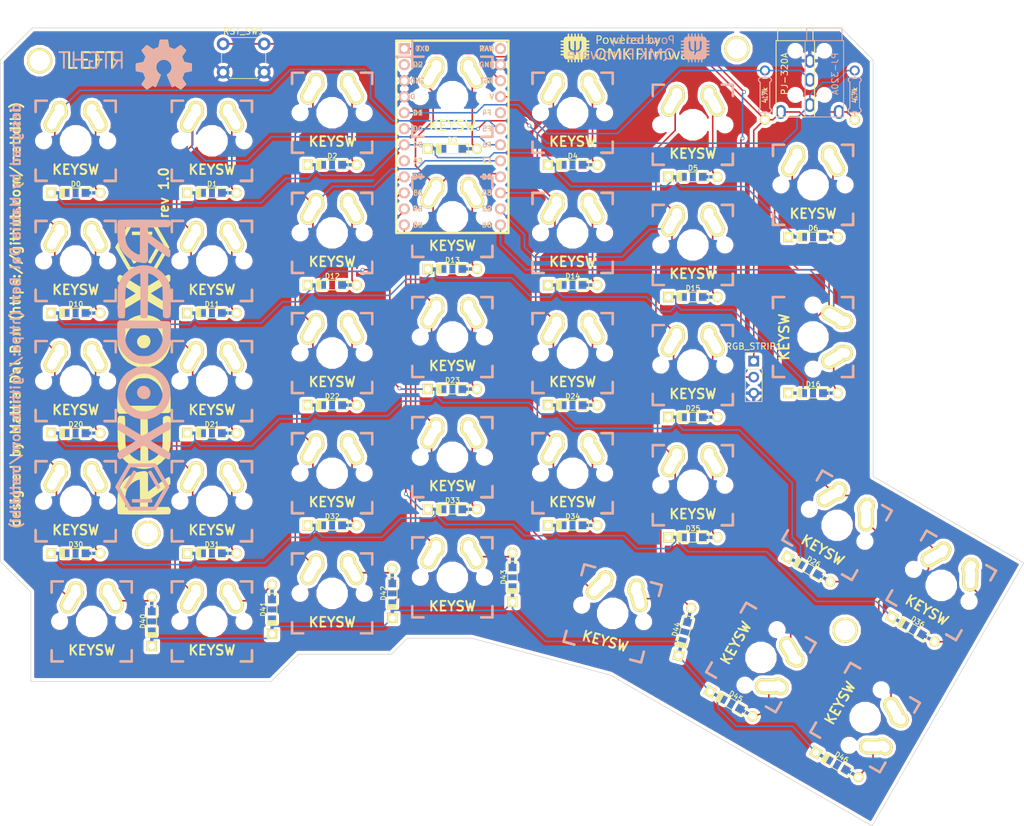
<source format=kicad_pcb>
(kicad_pcb (version 20171130) (host pcbnew 5.0.0-fee4fd1~66~ubuntu18.04.1)
  (title_block (title "Redox keyboard PCB") (date 2018-05-05) (rev 1.0) (comment 1 "designed by x1 and inken") (comment 2 https://github.com/x1-/kudox-keyboard))
  (layers (0 F.Cu signal) (31 B.Cu signal) (34 B.Paste user) (35 F.Paste user) (36 B.SilkS user) (37 F.SilkS user) (38 B.Mask user) (39 F.Mask user) (44 Edge.Cuts user))
  (net 0 "")
  (net 1 "Net-(D0-Pad2)")
  (net 2 row0)
  (net 3 "Net-(D1-Pad2)")
  (net 4 "Net-(D2-Pad2)")
  (net 5 "Net-(D3-Pad2)")
  (net 6 "Net-(D4-Pad2)")
  (net 7 "Net-(D5-Pad2)")
  (net 8 "Net-(D6-Pad2)")
  (net 9 "Net-(D10-Pad2)")
  (net 10 row1)
  (net 11 "Net-(D11-Pad2)")
  (net 12 "Net-(D12-Pad2)")
  (net 13 "Net-(D13-Pad2)")
  (net 14 "Net-(D14-Pad2)")
  (net 15 "Net-(D15-Pad2)")
  (net 16 "Net-(D16-Pad2)")
  (net 17 "Net-(D20-Pad2)")
  (net 18 row2)
  (net 19 "Net-(D21-Pad2)")
  (net 20 "Net-(D22-Pad2)")
  (net 21 "Net-(D23-Pad2)")
  (net 22 "Net-(D24-Pad2)")
  (net 23 "Net-(D25-Pad2)")
  (net 24 "Net-(D26-Pad2)")
  (net 25 "Net-(D30-Pad2)")
  (net 26 row3)
  (net 27 "Net-(D31-Pad2)")
  (net 28 "Net-(D32-Pad2)")
  (net 29 "Net-(D33-Pad2)")
  (net 30 "Net-(D34-Pad2)")
  (net 31 "Net-(D35-Pad2)")
  (net 32 "Net-(D36-Pad2)")
  (net 33 "Net-(D40-Pad2)")
  (net 34 row4)
  (net 35 "Net-(D41-Pad2)")
  (net 36 "Net-(D42-Pad2)")
  (net 37 "Net-(D43-Pad2)")
  (net 38 "Net-(D44-Pad2)")
  (net 39 "Net-(D45-Pad2)")
  (net 40 "Net-(D46-Pad2)")
  (net 41 col0)
  (net 42 col1)
  (net 43 col2)
  (net 44 col3)
  (net 45 col4)
  (net 46 col5)
  (net 47 col6)
  (net 48 VCC)
  (net 49 SDA)
  (net 50 SCL)
  (net 51 rgb_data)
  (net 52 GND)
  (net 53 RST)
  (net 54 "Net-(U1-Pad2)")
  (net 55 "Net-(U1-Pad8)")
  (net 56 "Net-(U1-Pad20)")
  (net 57 "Net-(U1-Pad24)")
  (module Keebio-Parts:Diode-dual (layer F.Cu) (at 91.44 74.93 180)
    (fp_text reference D0 (at -0.0254 1.4 180) (layer F.SilkS) (effects (font (size 0.8 0.8))))
    (fp_text value D hide)
    (pad 2 smd rect (at -2.7 0 180) (size 2.5 0.5) (layers B.Cu) (net 1 "Net-(D0-Pad2)"))
    (pad 2 smd rect (at -1.575 0 180) (size 1.2 1.2) (layers B.Cu B.Paste B.Mask) (net 1 "Net-(D0-Pad2)"))
    (pad 1 smd rect (at 1.575 0 180) (size 1.2 1.2) (layers B.Cu B.Paste B.Mask) (net 2 row0))
    (pad 1 smd rect (at 2.7 0 180) (size 2.5 0.5) (layers B.Cu) (net 2 row0))
    (pad 1 smd rect (at 1.575 0 180) (size 1.2 1.2) (layers F.Cu F.Paste F.Mask) (net 2 row0))
    (pad 2 smd rect (at -1.575 0 180) (size 1.2 1.2) (layers F.Cu F.Paste F.Mask) (net 1 "Net-(D0-Pad2)"))
    (pad 2 thru_hole circle (at -3.9 0 180) (size 1.6 1.6) (drill 1) (layers *.Cu *.Mask F.SilkS) (net 1 "Net-(D0-Pad2)"))
    (pad 1 thru_hole rect (at 3.9 0 180) (size 1.6 1.6) (drill 1) (layers *.Cu *.Mask F.SilkS) (net 2 row0))
    (pad 2 smd rect (at -2.7 0 180) (size 2.5 0.5) (layers F.Cu) (net 1 "Net-(D0-Pad2)"))
    (pad 1 smd rect (at 2.7 0 180) (size 2.5 0.5) (layers F.Cu) (net 2 row0))
  )
  (module Keebio-Parts:Diode-dual (layer F.Cu) (at 113.03 74.93 180)
    (fp_text reference D1 (at -0.0254 1.4 180) (layer F.SilkS) (effects (font (size 0.8 0.8))))
    (fp_text value D hide)
    (pad 2 smd rect (at -2.7 0 180) (size 2.5 0.5) (layers B.Cu) (net 3 "Net-(D1-Pad2)"))
    (pad 2 smd rect (at -1.575 0 180) (size 1.2 1.2) (layers B.Cu B.Paste B.Mask) (net 3 "Net-(D1-Pad2)"))
    (pad 1 smd rect (at 1.575 0 180) (size 1.2 1.2) (layers B.Cu B.Paste B.Mask) (net 2 row0))
    (pad 1 smd rect (at 2.7 0 180) (size 2.5 0.5) (layers B.Cu) (net 2 row0))
    (pad 1 smd rect (at 1.575 0 180) (size 1.2 1.2) (layers F.Cu F.Paste F.Mask) (net 2 row0))
    (pad 2 smd rect (at -1.575 0 180) (size 1.2 1.2) (layers F.Cu F.Paste F.Mask) (net 3 "Net-(D1-Pad2)"))
    (pad 2 thru_hole circle (at -3.9 0 180) (size 1.6 1.6) (drill 1) (layers *.Cu *.Mask F.SilkS) (net 3 "Net-(D1-Pad2)"))
    (pad 1 thru_hole rect (at 3.9 0 180) (size 1.6 1.6) (drill 1) (layers *.Cu *.Mask F.SilkS) (net 2 row0))
    (pad 2 smd rect (at -2.7 0 180) (size 2.5 0.5) (layers F.Cu) (net 3 "Net-(D1-Pad2)"))
    (pad 1 smd rect (at 2.7 0 180) (size 2.5 0.5) (layers F.Cu) (net 2 row0))
  )
  (module Keebio-Parts:Diode-dual (layer F.Cu) (at 132.08 70.485 180)
    (fp_text reference D2 (at -0.0254 1.4 180) (layer F.SilkS) (effects (font (size 0.8 0.8))))
    (fp_text value D hide)
    (pad 2 smd rect (at -2.7 0 180) (size 2.5 0.5) (layers B.Cu) (net 4 "Net-(D2-Pad2)"))
    (pad 2 smd rect (at -1.575 0 180) (size 1.2 1.2) (layers B.Cu B.Paste B.Mask) (net 4 "Net-(D2-Pad2)"))
    (pad 1 smd rect (at 1.575 0 180) (size 1.2 1.2) (layers B.Cu B.Paste B.Mask) (net 2 row0))
    (pad 1 smd rect (at 2.7 0 180) (size 2.5 0.5) (layers B.Cu) (net 2 row0))
    (pad 1 smd rect (at 1.575 0 180) (size 1.2 1.2) (layers F.Cu F.Paste F.Mask) (net 2 row0))
    (pad 2 smd rect (at -1.575 0 180) (size 1.2 1.2) (layers F.Cu F.Paste F.Mask) (net 4 "Net-(D2-Pad2)"))
    (pad 2 thru_hole circle (at -3.9 0 180) (size 1.6 1.6) (drill 1) (layers *.Cu *.Mask F.SilkS) (net 4 "Net-(D2-Pad2)"))
    (pad 1 thru_hole rect (at 3.9 0 180) (size 1.6 1.6) (drill 1) (layers *.Cu *.Mask F.SilkS) (net 2 row0))
    (pad 2 smd rect (at -2.7 0 180) (size 2.5 0.5) (layers F.Cu) (net 4 "Net-(D2-Pad2)"))
    (pad 1 smd rect (at 2.7 0 180) (size 2.5 0.5) (layers F.Cu) (net 2 row0))
  )
  (module Keebio-Parts:Diode-dual (layer F.Cu) (at 151.13 67.945 180)
    (fp_text reference D3 (at -0.0254 1.4 180) (layer F.SilkS) (effects (font (size 0.8 0.8))))
    (fp_text value D hide)
    (pad 2 smd rect (at -2.7 0 180) (size 2.5 0.5) (layers B.Cu) (net 5 "Net-(D3-Pad2)"))
    (pad 2 smd rect (at -1.575 0 180) (size 1.2 1.2) (layers B.Cu B.Paste B.Mask) (net 5 "Net-(D3-Pad2)"))
    (pad 1 smd rect (at 1.575 0 180) (size 1.2 1.2) (layers B.Cu B.Paste B.Mask) (net 2 row0))
    (pad 1 smd rect (at 2.7 0 180) (size 2.5 0.5) (layers B.Cu) (net 2 row0))
    (pad 1 smd rect (at 1.575 0 180) (size 1.2 1.2) (layers F.Cu F.Paste F.Mask) (net 2 row0))
    (pad 2 smd rect (at -1.575 0 180) (size 1.2 1.2) (layers F.Cu F.Paste F.Mask) (net 5 "Net-(D3-Pad2)"))
    (pad 2 thru_hole circle (at -3.9 0 180) (size 1.6 1.6) (drill 1) (layers *.Cu *.Mask F.SilkS) (net 5 "Net-(D3-Pad2)"))
    (pad 1 thru_hole rect (at 3.9 0 180) (size 1.6 1.6) (drill 1) (layers *.Cu *.Mask F.SilkS) (net 2 row0))
    (pad 2 smd rect (at -2.7 0 180) (size 2.5 0.5) (layers F.Cu) (net 5 "Net-(D3-Pad2)"))
    (pad 1 smd rect (at 2.7 0 180) (size 2.5 0.5) (layers F.Cu) (net 2 row0))
  )
  (module Keebio-Parts:Diode-dual (layer F.Cu) (at 170.18 70.485 180)
    (fp_text reference D4 (at -0.0254 1.4 180) (layer F.SilkS) (effects (font (size 0.8 0.8))))
    (fp_text value D hide)
    (pad 2 smd rect (at -2.7 0 180) (size 2.5 0.5) (layers B.Cu) (net 6 "Net-(D4-Pad2)"))
    (pad 2 smd rect (at -1.575 0 180) (size 1.2 1.2) (layers B.Cu B.Paste B.Mask) (net 6 "Net-(D4-Pad2)"))
    (pad 1 smd rect (at 1.575 0 180) (size 1.2 1.2) (layers B.Cu B.Paste B.Mask) (net 2 row0))
    (pad 1 smd rect (at 2.7 0 180) (size 2.5 0.5) (layers B.Cu) (net 2 row0))
    (pad 1 smd rect (at 1.575 0 180) (size 1.2 1.2) (layers F.Cu F.Paste F.Mask) (net 2 row0))
    (pad 2 smd rect (at -1.575 0 180) (size 1.2 1.2) (layers F.Cu F.Paste F.Mask) (net 6 "Net-(D4-Pad2)"))
    (pad 2 thru_hole circle (at -3.9 0 180) (size 1.6 1.6) (drill 1) (layers *.Cu *.Mask F.SilkS) (net 6 "Net-(D4-Pad2)"))
    (pad 1 thru_hole rect (at 3.9 0 180) (size 1.6 1.6) (drill 1) (layers *.Cu *.Mask F.SilkS) (net 2 row0))
    (pad 2 smd rect (at -2.7 0 180) (size 2.5 0.5) (layers F.Cu) (net 6 "Net-(D4-Pad2)"))
    (pad 1 smd rect (at 2.7 0 180) (size 2.5 0.5) (layers F.Cu) (net 2 row0))
  )
  (module Keebio-Parts:Diode-dual (layer F.Cu) (at 189.23 72.39 180)
    (fp_text reference D5 (at -0.0254 1.4 180) (layer F.SilkS) (effects (font (size 0.8 0.8))))
    (fp_text value D hide)
    (pad 2 smd rect (at -2.7 0 180) (size 2.5 0.5) (layers B.Cu) (net 7 "Net-(D5-Pad2)"))
    (pad 2 smd rect (at -1.575 0 180) (size 1.2 1.2) (layers B.Cu B.Paste B.Mask) (net 7 "Net-(D5-Pad2)"))
    (pad 1 smd rect (at 1.575 0 180) (size 1.2 1.2) (layers B.Cu B.Paste B.Mask) (net 2 row0))
    (pad 1 smd rect (at 2.7 0 180) (size 2.5 0.5) (layers B.Cu) (net 2 row0))
    (pad 1 smd rect (at 1.575 0 180) (size 1.2 1.2) (layers F.Cu F.Paste F.Mask) (net 2 row0))
    (pad 2 smd rect (at -1.575 0 180) (size 1.2 1.2) (layers F.Cu F.Paste F.Mask) (net 7 "Net-(D5-Pad2)"))
    (pad 2 thru_hole circle (at -3.9 0 180) (size 1.6 1.6) (drill 1) (layers *.Cu *.Mask F.SilkS) (net 7 "Net-(D5-Pad2)"))
    (pad 1 thru_hole rect (at 3.9 0 180) (size 1.6 1.6) (drill 1) (layers *.Cu *.Mask F.SilkS) (net 2 row0))
    (pad 2 smd rect (at -2.7 0 180) (size 2.5 0.5) (layers F.Cu) (net 7 "Net-(D5-Pad2)"))
    (pad 1 smd rect (at 2.7 0 180) (size 2.5 0.5) (layers F.Cu) (net 2 row0))
  )
  (module Keebio-Parts:Diode-dual (layer F.Cu) (at 208.28 81.915 180)
    (fp_text reference D6 (at -0.0254 1.4 180) (layer F.SilkS) (effects (font (size 0.8 0.8))))
    (fp_text value D hide)
    (pad 2 smd rect (at -2.7 0 180) (size 2.5 0.5) (layers B.Cu) (net 8 "Net-(D6-Pad2)"))
    (pad 2 smd rect (at -1.575 0 180) (size 1.2 1.2) (layers B.Cu B.Paste B.Mask) (net 8 "Net-(D6-Pad2)"))
    (pad 1 smd rect (at 1.575 0 180) (size 1.2 1.2) (layers B.Cu B.Paste B.Mask) (net 2 row0))
    (pad 1 smd rect (at 2.7 0 180) (size 2.5 0.5) (layers B.Cu) (net 2 row0))
    (pad 1 smd rect (at 1.575 0 180) (size 1.2 1.2) (layers F.Cu F.Paste F.Mask) (net 2 row0))
    (pad 2 smd rect (at -1.575 0 180) (size 1.2 1.2) (layers F.Cu F.Paste F.Mask) (net 8 "Net-(D6-Pad2)"))
    (pad 2 thru_hole circle (at -3.9 0 180) (size 1.6 1.6) (drill 1) (layers *.Cu *.Mask F.SilkS) (net 8 "Net-(D6-Pad2)"))
    (pad 1 thru_hole rect (at 3.9 0 180) (size 1.6 1.6) (drill 1) (layers *.Cu *.Mask F.SilkS) (net 2 row0))
    (pad 2 smd rect (at -2.7 0 180) (size 2.5 0.5) (layers F.Cu) (net 8 "Net-(D6-Pad2)"))
    (pad 1 smd rect (at 2.7 0 180) (size 2.5 0.5) (layers F.Cu) (net 2 row0))
  )
  (module Keebio-Parts:Diode-dual (layer F.Cu) (at 91.44 93.98 180)
    (fp_text reference D10 (at -0.0254 1.4 180) (layer F.SilkS) (effects (font (size 0.8 0.8))))
    (fp_text value D hide)
    (pad 2 smd rect (at -2.7 0 180) (size 2.5 0.5) (layers B.Cu) (net 9 "Net-(D10-Pad2)"))
    (pad 2 smd rect (at -1.575 0 180) (size 1.2 1.2) (layers B.Cu B.Paste B.Mask) (net 9 "Net-(D10-Pad2)"))
    (pad 1 smd rect (at 1.575 0 180) (size 1.2 1.2) (layers B.Cu B.Paste B.Mask) (net 10 row1))
    (pad 1 smd rect (at 2.7 0 180) (size 2.5 0.5) (layers B.Cu) (net 10 row1))
    (pad 1 smd rect (at 1.575 0 180) (size 1.2 1.2) (layers F.Cu F.Paste F.Mask) (net 10 row1))
    (pad 2 smd rect (at -1.575 0 180) (size 1.2 1.2) (layers F.Cu F.Paste F.Mask) (net 9 "Net-(D10-Pad2)"))
    (pad 2 thru_hole circle (at -3.9 0 180) (size 1.6 1.6) (drill 1) (layers *.Cu *.Mask F.SilkS) (net 9 "Net-(D10-Pad2)"))
    (pad 1 thru_hole rect (at 3.9 0 180) (size 1.6 1.6) (drill 1) (layers *.Cu *.Mask F.SilkS) (net 10 row1))
    (pad 2 smd rect (at -2.7 0 180) (size 2.5 0.5) (layers F.Cu) (net 9 "Net-(D10-Pad2)"))
    (pad 1 smd rect (at 2.7 0 180) (size 2.5 0.5) (layers F.Cu) (net 10 row1))
  )
  (module Keebio-Parts:Diode-dual (layer F.Cu) (at 113.03 93.98 180)
    (fp_text reference D11 (at -0.0254 1.4 180) (layer F.SilkS) (effects (font (size 0.8 0.8))))
    (fp_text value D hide)
    (pad 2 smd rect (at -2.7 0 180) (size 2.5 0.5) (layers B.Cu) (net 11 "Net-(D11-Pad2)"))
    (pad 2 smd rect (at -1.575 0 180) (size 1.2 1.2) (layers B.Cu B.Paste B.Mask) (net 11 "Net-(D11-Pad2)"))
    (pad 1 smd rect (at 1.575 0 180) (size 1.2 1.2) (layers B.Cu B.Paste B.Mask) (net 10 row1))
    (pad 1 smd rect (at 2.7 0 180) (size 2.5 0.5) (layers B.Cu) (net 10 row1))
    (pad 1 smd rect (at 1.575 0 180) (size 1.2 1.2) (layers F.Cu F.Paste F.Mask) (net 10 row1))
    (pad 2 smd rect (at -1.575 0 180) (size 1.2 1.2) (layers F.Cu F.Paste F.Mask) (net 11 "Net-(D11-Pad2)"))
    (pad 2 thru_hole circle (at -3.9 0 180) (size 1.6 1.6) (drill 1) (layers *.Cu *.Mask F.SilkS) (net 11 "Net-(D11-Pad2)"))
    (pad 1 thru_hole rect (at 3.9 0 180) (size 1.6 1.6) (drill 1) (layers *.Cu *.Mask F.SilkS) (net 10 row1))
    (pad 2 smd rect (at -2.7 0 180) (size 2.5 0.5) (layers F.Cu) (net 11 "Net-(D11-Pad2)"))
    (pad 1 smd rect (at 2.7 0 180) (size 2.5 0.5) (layers F.Cu) (net 10 row1))
  )
  (module Keebio-Parts:Diode-dual (layer F.Cu) (at 132.08 89.535 180)
    (fp_text reference D12 (at -0.0254 1.4 180) (layer F.SilkS) (effects (font (size 0.8 0.8))))
    (fp_text value D hide)
    (pad 2 smd rect (at -2.7 0 180) (size 2.5 0.5) (layers B.Cu) (net 12 "Net-(D12-Pad2)"))
    (pad 2 smd rect (at -1.575 0 180) (size 1.2 1.2) (layers B.Cu B.Paste B.Mask) (net 12 "Net-(D12-Pad2)"))
    (pad 1 smd rect (at 1.575 0 180) (size 1.2 1.2) (layers B.Cu B.Paste B.Mask) (net 10 row1))
    (pad 1 smd rect (at 2.7 0 180) (size 2.5 0.5) (layers B.Cu) (net 10 row1))
    (pad 1 smd rect (at 1.575 0 180) (size 1.2 1.2) (layers F.Cu F.Paste F.Mask) (net 10 row1))
    (pad 2 smd rect (at -1.575 0 180) (size 1.2 1.2) (layers F.Cu F.Paste F.Mask) (net 12 "Net-(D12-Pad2)"))
    (pad 2 thru_hole circle (at -3.9 0 180) (size 1.6 1.6) (drill 1) (layers *.Cu *.Mask F.SilkS) (net 12 "Net-(D12-Pad2)"))
    (pad 1 thru_hole rect (at 3.9 0 180) (size 1.6 1.6) (drill 1) (layers *.Cu *.Mask F.SilkS) (net 10 row1))
    (pad 2 smd rect (at -2.7 0 180) (size 2.5 0.5) (layers F.Cu) (net 12 "Net-(D12-Pad2)"))
    (pad 1 smd rect (at 2.7 0 180) (size 2.5 0.5) (layers F.Cu) (net 10 row1))
  )
  (module Keebio-Parts:Diode-dual (layer F.Cu) (at 151.13 86.995 180)
    (fp_text reference D13 (at -0.0254 1.4 180) (layer F.SilkS) (effects (font (size 0.8 0.8))))
    (fp_text value D hide)
    (pad 2 smd rect (at -2.7 0 180) (size 2.5 0.5) (layers B.Cu) (net 13 "Net-(D13-Pad2)"))
    (pad 2 smd rect (at -1.575 0 180) (size 1.2 1.2) (layers B.Cu B.Paste B.Mask) (net 13 "Net-(D13-Pad2)"))
    (pad 1 smd rect (at 1.575 0 180) (size 1.2 1.2) (layers B.Cu B.Paste B.Mask) (net 10 row1))
    (pad 1 smd rect (at 2.7 0 180) (size 2.5 0.5) (layers B.Cu) (net 10 row1))
    (pad 1 smd rect (at 1.575 0 180) (size 1.2 1.2) (layers F.Cu F.Paste F.Mask) (net 10 row1))
    (pad 2 smd rect (at -1.575 0 180) (size 1.2 1.2) (layers F.Cu F.Paste F.Mask) (net 13 "Net-(D13-Pad2)"))
    (pad 2 thru_hole circle (at -3.9 0 180) (size 1.6 1.6) (drill 1) (layers *.Cu *.Mask F.SilkS) (net 13 "Net-(D13-Pad2)"))
    (pad 1 thru_hole rect (at 3.9 0 180) (size 1.6 1.6) (drill 1) (layers *.Cu *.Mask F.SilkS) (net 10 row1))
    (pad 2 smd rect (at -2.7 0 180) (size 2.5 0.5) (layers F.Cu) (net 13 "Net-(D13-Pad2)"))
    (pad 1 smd rect (at 2.7 0 180) (size 2.5 0.5) (layers F.Cu) (net 10 row1))
  )
  (module Keebio-Parts:Diode-dual (layer F.Cu) (at 170.18 89.535 180)
    (fp_text reference D14 (at -0.0254 1.4 180) (layer F.SilkS) (effects (font (size 0.8 0.8))))
    (fp_text value D hide)
    (pad 2 smd rect (at -2.7 0 180) (size 2.5 0.5) (layers B.Cu) (net 14 "Net-(D14-Pad2)"))
    (pad 2 smd rect (at -1.575 0 180) (size 1.2 1.2) (layers B.Cu B.Paste B.Mask) (net 14 "Net-(D14-Pad2)"))
    (pad 1 smd rect (at 1.575 0 180) (size 1.2 1.2) (layers B.Cu B.Paste B.Mask) (net 10 row1))
    (pad 1 smd rect (at 2.7 0 180) (size 2.5 0.5) (layers B.Cu) (net 10 row1))
    (pad 1 smd rect (at 1.575 0 180) (size 1.2 1.2) (layers F.Cu F.Paste F.Mask) (net 10 row1))
    (pad 2 smd rect (at -1.575 0 180) (size 1.2 1.2) (layers F.Cu F.Paste F.Mask) (net 14 "Net-(D14-Pad2)"))
    (pad 2 thru_hole circle (at -3.9 0 180) (size 1.6 1.6) (drill 1) (layers *.Cu *.Mask F.SilkS) (net 14 "Net-(D14-Pad2)"))
    (pad 1 thru_hole rect (at 3.9 0 180) (size 1.6 1.6) (drill 1) (layers *.Cu *.Mask F.SilkS) (net 10 row1))
    (pad 2 smd rect (at -2.7 0 180) (size 2.5 0.5) (layers F.Cu) (net 14 "Net-(D14-Pad2)"))
    (pad 1 smd rect (at 2.7 0 180) (size 2.5 0.5) (layers F.Cu) (net 10 row1))
  )
  (module Keebio-Parts:Diode-dual (layer F.Cu) (at 189.23 91.44 180)
    (fp_text reference D15 (at -0.0254 1.4 180) (layer F.SilkS) (effects (font (size 0.8 0.8))))
    (fp_text value D hide)
    (pad 2 smd rect (at -2.7 0 180) (size 2.5 0.5) (layers B.Cu) (net 15 "Net-(D15-Pad2)"))
    (pad 2 smd rect (at -1.575 0 180) (size 1.2 1.2) (layers B.Cu B.Paste B.Mask) (net 15 "Net-(D15-Pad2)"))
    (pad 1 smd rect (at 1.575 0 180) (size 1.2 1.2) (layers B.Cu B.Paste B.Mask) (net 10 row1))
    (pad 1 smd rect (at 2.7 0 180) (size 2.5 0.5) (layers B.Cu) (net 10 row1))
    (pad 1 smd rect (at 1.575 0 180) (size 1.2 1.2) (layers F.Cu F.Paste F.Mask) (net 10 row1))
    (pad 2 smd rect (at -1.575 0 180) (size 1.2 1.2) (layers F.Cu F.Paste F.Mask) (net 15 "Net-(D15-Pad2)"))
    (pad 2 thru_hole circle (at -3.9 0 180) (size 1.6 1.6) (drill 1) (layers *.Cu *.Mask F.SilkS) (net 15 "Net-(D15-Pad2)"))
    (pad 1 thru_hole rect (at 3.9 0 180) (size 1.6 1.6) (drill 1) (layers *.Cu *.Mask F.SilkS) (net 10 row1))
    (pad 2 smd rect (at -2.7 0 180) (size 2.5 0.5) (layers F.Cu) (net 15 "Net-(D15-Pad2)"))
    (pad 1 smd rect (at 2.7 0 180) (size 2.5 0.5) (layers F.Cu) (net 10 row1))
  )
  (module Keebio-Parts:Diode-dual (layer F.Cu) (at 208.28 106.68 180)
    (fp_text reference D16 (at -0.0254 1.4 180) (layer F.SilkS) (effects (font (size 0.8 0.8))))
    (fp_text value D hide)
    (pad 2 smd rect (at -2.7 0 180) (size 2.5 0.5) (layers B.Cu) (net 16 "Net-(D16-Pad2)"))
    (pad 2 smd rect (at -1.575 0 180) (size 1.2 1.2) (layers B.Cu B.Paste B.Mask) (net 16 "Net-(D16-Pad2)"))
    (pad 1 smd rect (at 1.575 0 180) (size 1.2 1.2) (layers B.Cu B.Paste B.Mask) (net 10 row1))
    (pad 1 smd rect (at 2.7 0 180) (size 2.5 0.5) (layers B.Cu) (net 10 row1))
    (pad 1 smd rect (at 1.575 0 180) (size 1.2 1.2) (layers F.Cu F.Paste F.Mask) (net 10 row1))
    (pad 2 smd rect (at -1.575 0 180) (size 1.2 1.2) (layers F.Cu F.Paste F.Mask) (net 16 "Net-(D16-Pad2)"))
    (pad 2 thru_hole circle (at -3.9 0 180) (size 1.6 1.6) (drill 1) (layers *.Cu *.Mask F.SilkS) (net 16 "Net-(D16-Pad2)"))
    (pad 1 thru_hole rect (at 3.9 0 180) (size 1.6 1.6) (drill 1) (layers *.Cu *.Mask F.SilkS) (net 10 row1))
    (pad 2 smd rect (at -2.7 0 180) (size 2.5 0.5) (layers F.Cu) (net 16 "Net-(D16-Pad2)"))
    (pad 1 smd rect (at 2.7 0 180) (size 2.5 0.5) (layers F.Cu) (net 10 row1))
  )
  (module Keebio-Parts:Diode-dual (layer F.Cu) (at 91.44 113.03 180)
    (fp_text reference D20 (at -0.0254 1.4 180) (layer F.SilkS) (effects (font (size 0.8 0.8))))
    (fp_text value D hide)
    (pad 2 smd rect (at -2.7 0 180) (size 2.5 0.5) (layers B.Cu) (net 17 "Net-(D20-Pad2)"))
    (pad 2 smd rect (at -1.575 0 180) (size 1.2 1.2) (layers B.Cu B.Paste B.Mask) (net 17 "Net-(D20-Pad2)"))
    (pad 1 smd rect (at 1.575 0 180) (size 1.2 1.2) (layers B.Cu B.Paste B.Mask) (net 18 row2))
    (pad 1 smd rect (at 2.7 0 180) (size 2.5 0.5) (layers B.Cu) (net 18 row2))
    (pad 1 smd rect (at 1.575 0 180) (size 1.2 1.2) (layers F.Cu F.Paste F.Mask) (net 18 row2))
    (pad 2 smd rect (at -1.575 0 180) (size 1.2 1.2) (layers F.Cu F.Paste F.Mask) (net 17 "Net-(D20-Pad2)"))
    (pad 2 thru_hole circle (at -3.9 0 180) (size 1.6 1.6) (drill 1) (layers *.Cu *.Mask F.SilkS) (net 17 "Net-(D20-Pad2)"))
    (pad 1 thru_hole rect (at 3.9 0 180) (size 1.6 1.6) (drill 1) (layers *.Cu *.Mask F.SilkS) (net 18 row2))
    (pad 2 smd rect (at -2.7 0 180) (size 2.5 0.5) (layers F.Cu) (net 17 "Net-(D20-Pad2)"))
    (pad 1 smd rect (at 2.7 0 180) (size 2.5 0.5) (layers F.Cu) (net 18 row2))
  )
  (module Keebio-Parts:Diode-dual (layer F.Cu) (at 113.03 113.03 180)
    (fp_text reference D21 (at -0.0254 1.4 180) (layer F.SilkS) (effects (font (size 0.8 0.8))))
    (fp_text value D hide)
    (pad 2 smd rect (at -2.7 0 180) (size 2.5 0.5) (layers B.Cu) (net 19 "Net-(D21-Pad2)"))
    (pad 2 smd rect (at -1.575 0 180) (size 1.2 1.2) (layers B.Cu B.Paste B.Mask) (net 19 "Net-(D21-Pad2)"))
    (pad 1 smd rect (at 1.575 0 180) (size 1.2 1.2) (layers B.Cu B.Paste B.Mask) (net 18 row2))
    (pad 1 smd rect (at 2.7 0 180) (size 2.5 0.5) (layers B.Cu) (net 18 row2))
    (pad 1 smd rect (at 1.575 0 180) (size 1.2 1.2) (layers F.Cu F.Paste F.Mask) (net 18 row2))
    (pad 2 smd rect (at -1.575 0 180) (size 1.2 1.2) (layers F.Cu F.Paste F.Mask) (net 19 "Net-(D21-Pad2)"))
    (pad 2 thru_hole circle (at -3.9 0 180) (size 1.6 1.6) (drill 1) (layers *.Cu *.Mask F.SilkS) (net 19 "Net-(D21-Pad2)"))
    (pad 1 thru_hole rect (at 3.9 0 180) (size 1.6 1.6) (drill 1) (layers *.Cu *.Mask F.SilkS) (net 18 row2))
    (pad 2 smd rect (at -2.7 0 180) (size 2.5 0.5) (layers F.Cu) (net 19 "Net-(D21-Pad2)"))
    (pad 1 smd rect (at 2.7 0 180) (size 2.5 0.5) (layers F.Cu) (net 18 row2))
  )
  (module Keebio-Parts:Diode-dual (layer F.Cu) (at 132.08 108.585 180)
    (fp_text reference D22 (at -0.0254 1.4 180) (layer F.SilkS) (effects (font (size 0.8 0.8))))
    (fp_text value D hide)
    (pad 2 smd rect (at -2.7 0 180) (size 2.5 0.5) (layers B.Cu) (net 20 "Net-(D22-Pad2)"))
    (pad 2 smd rect (at -1.575 0 180) (size 1.2 1.2) (layers B.Cu B.Paste B.Mask) (net 20 "Net-(D22-Pad2)"))
    (pad 1 smd rect (at 1.575 0 180) (size 1.2 1.2) (layers B.Cu B.Paste B.Mask) (net 18 row2))
    (pad 1 smd rect (at 2.7 0 180) (size 2.5 0.5) (layers B.Cu) (net 18 row2))
    (pad 1 smd rect (at 1.575 0 180) (size 1.2 1.2) (layers F.Cu F.Paste F.Mask) (net 18 row2))
    (pad 2 smd rect (at -1.575 0 180) (size 1.2 1.2) (layers F.Cu F.Paste F.Mask) (net 20 "Net-(D22-Pad2)"))
    (pad 2 thru_hole circle (at -3.9 0 180) (size 1.6 1.6) (drill 1) (layers *.Cu *.Mask F.SilkS) (net 20 "Net-(D22-Pad2)"))
    (pad 1 thru_hole rect (at 3.9 0 180) (size 1.6 1.6) (drill 1) (layers *.Cu *.Mask F.SilkS) (net 18 row2))
    (pad 2 smd rect (at -2.7 0 180) (size 2.5 0.5) (layers F.Cu) (net 20 "Net-(D22-Pad2)"))
    (pad 1 smd rect (at 2.7 0 180) (size 2.5 0.5) (layers F.Cu) (net 18 row2))
  )
  (module Keebio-Parts:Diode-dual (layer F.Cu) (at 151.13 106.045 180)
    (fp_text reference D23 (at -0.0254 1.4 180) (layer F.SilkS) (effects (font (size 0.8 0.8))))
    (fp_text value D hide)
    (pad 2 smd rect (at -2.7 0 180) (size 2.5 0.5) (layers B.Cu) (net 21 "Net-(D23-Pad2)"))
    (pad 2 smd rect (at -1.575 0 180) (size 1.2 1.2) (layers B.Cu B.Paste B.Mask) (net 21 "Net-(D23-Pad2)"))
    (pad 1 smd rect (at 1.575 0 180) (size 1.2 1.2) (layers B.Cu B.Paste B.Mask) (net 18 row2))
    (pad 1 smd rect (at 2.7 0 180) (size 2.5 0.5) (layers B.Cu) (net 18 row2))
    (pad 1 smd rect (at 1.575 0 180) (size 1.2 1.2) (layers F.Cu F.Paste F.Mask) (net 18 row2))
    (pad 2 smd rect (at -1.575 0 180) (size 1.2 1.2) (layers F.Cu F.Paste F.Mask) (net 21 "Net-(D23-Pad2)"))
    (pad 2 thru_hole circle (at -3.9 0 180) (size 1.6 1.6) (drill 1) (layers *.Cu *.Mask F.SilkS) (net 21 "Net-(D23-Pad2)"))
    (pad 1 thru_hole rect (at 3.9 0 180) (size 1.6 1.6) (drill 1) (layers *.Cu *.Mask F.SilkS) (net 18 row2))
    (pad 2 smd rect (at -2.7 0 180) (size 2.5 0.5) (layers F.Cu) (net 21 "Net-(D23-Pad2)"))
    (pad 1 smd rect (at 2.7 0 180) (size 2.5 0.5) (layers F.Cu) (net 18 row2))
  )
  (module Keebio-Parts:Diode-dual (layer F.Cu) (at 170.18 108.585 180)
    (fp_text reference D24 (at -0.0254 1.4 180) (layer F.SilkS) (effects (font (size 0.8 0.8))))
    (fp_text value D hide)
    (pad 2 smd rect (at -2.7 0 180) (size 2.5 0.5) (layers B.Cu) (net 22 "Net-(D24-Pad2)"))
    (pad 2 smd rect (at -1.575 0 180) (size 1.2 1.2) (layers B.Cu B.Paste B.Mask) (net 22 "Net-(D24-Pad2)"))
    (pad 1 smd rect (at 1.575 0 180) (size 1.2 1.2) (layers B.Cu B.Paste B.Mask) (net 18 row2))
    (pad 1 smd rect (at 2.7 0 180) (size 2.5 0.5) (layers B.Cu) (net 18 row2))
    (pad 1 smd rect (at 1.575 0 180) (size 1.2 1.2) (layers F.Cu F.Paste F.Mask) (net 18 row2))
    (pad 2 smd rect (at -1.575 0 180) (size 1.2 1.2) (layers F.Cu F.Paste F.Mask) (net 22 "Net-(D24-Pad2)"))
    (pad 2 thru_hole circle (at -3.9 0 180) (size 1.6 1.6) (drill 1) (layers *.Cu *.Mask F.SilkS) (net 22 "Net-(D24-Pad2)"))
    (pad 1 thru_hole rect (at 3.9 0 180) (size 1.6 1.6) (drill 1) (layers *.Cu *.Mask F.SilkS) (net 18 row2))
    (pad 2 smd rect (at -2.7 0 180) (size 2.5 0.5) (layers F.Cu) (net 22 "Net-(D24-Pad2)"))
    (pad 1 smd rect (at 2.7 0 180) (size 2.5 0.5) (layers F.Cu) (net 18 row2))
  )
  (module Keebio-Parts:Diode-dual (layer F.Cu) (at 189.23 110.49 180)
    (fp_text reference D25 (at -0.0254 1.4 180) (layer F.SilkS) (effects (font (size 0.8 0.8))))
    (fp_text value D hide)
    (pad 2 smd rect (at -2.7 0 180) (size 2.5 0.5) (layers B.Cu) (net 23 "Net-(D25-Pad2)"))
    (pad 2 smd rect (at -1.575 0 180) (size 1.2 1.2) (layers B.Cu B.Paste B.Mask) (net 23 "Net-(D25-Pad2)"))
    (pad 1 smd rect (at 1.575 0 180) (size 1.2 1.2) (layers B.Cu B.Paste B.Mask) (net 18 row2))
    (pad 1 smd rect (at 2.7 0 180) (size 2.5 0.5) (layers B.Cu) (net 18 row2))
    (pad 1 smd rect (at 1.575 0 180) (size 1.2 1.2) (layers F.Cu F.Paste F.Mask) (net 18 row2))
    (pad 2 smd rect (at -1.575 0 180) (size 1.2 1.2) (layers F.Cu F.Paste F.Mask) (net 23 "Net-(D25-Pad2)"))
    (pad 2 thru_hole circle (at -3.9 0 180) (size 1.6 1.6) (drill 1) (layers *.Cu *.Mask F.SilkS) (net 23 "Net-(D25-Pad2)"))
    (pad 1 thru_hole rect (at 3.9 0 180) (size 1.6 1.6) (drill 1) (layers *.Cu *.Mask F.SilkS) (net 18 row2))
    (pad 2 smd rect (at -2.7 0 180) (size 2.5 0.5) (layers F.Cu) (net 23 "Net-(D25-Pad2)"))
    (pad 1 smd rect (at 2.7 0 180) (size 2.5 0.5) (layers F.Cu) (net 18 row2))
  )
  (module Keebio-Parts:Diode-dual (layer F.Cu) (at 207.645 134.62 150)
    (fp_text reference D26 (at -0.0254 1.4 150) (layer F.SilkS) (effects (font (size 0.8 0.8))))
    (fp_text value D hide)
    (pad 2 smd rect (at -2.7 0 150) (size 2.5 0.5) (layers B.Cu) (net 24 "Net-(D26-Pad2)"))
    (pad 2 smd rect (at -1.575 0 150) (size 1.2 1.2) (layers B.Cu B.Paste B.Mask) (net 24 "Net-(D26-Pad2)"))
    (pad 1 smd rect (at 1.575 0 150) (size 1.2 1.2) (layers B.Cu B.Paste B.Mask) (net 18 row2))
    (pad 1 smd rect (at 2.7 0 150) (size 2.5 0.5) (layers B.Cu) (net 18 row2))
    (pad 1 smd rect (at 1.575 0 150) (size 1.2 1.2) (layers F.Cu F.Paste F.Mask) (net 18 row2))
    (pad 2 smd rect (at -1.575 0 150) (size 1.2 1.2) (layers F.Cu F.Paste F.Mask) (net 24 "Net-(D26-Pad2)"))
    (pad 2 thru_hole circle (at -3.9 0 150) (size 1.6 1.6) (drill 1) (layers *.Cu *.Mask F.SilkS) (net 24 "Net-(D26-Pad2)"))
    (pad 1 thru_hole rect (at 3.9 0 150) (size 1.6 1.6) (drill 1) (layers *.Cu *.Mask F.SilkS) (net 18 row2))
    (pad 2 smd rect (at -2.7 0 150) (size 2.5 0.5) (layers F.Cu) (net 24 "Net-(D26-Pad2)"))
    (pad 1 smd rect (at 2.7 0 150) (size 2.5 0.5) (layers F.Cu) (net 18 row2))
  )
  (module Keebio-Parts:Diode-dual (layer F.Cu) (at 91.44 132.08 180)
    (fp_text reference D30 (at -0.0254 1.4 180) (layer F.SilkS) (effects (font (size 0.8 0.8))))
    (fp_text value D hide)
    (pad 2 smd rect (at -2.7 0 180) (size 2.5 0.5) (layers B.Cu) (net 25 "Net-(D30-Pad2)"))
    (pad 2 smd rect (at -1.575 0 180) (size 1.2 1.2) (layers B.Cu B.Paste B.Mask) (net 25 "Net-(D30-Pad2)"))
    (pad 1 smd rect (at 1.575 0 180) (size 1.2 1.2) (layers B.Cu B.Paste B.Mask) (net 26 row3))
    (pad 1 smd rect (at 2.7 0 180) (size 2.5 0.5) (layers B.Cu) (net 26 row3))
    (pad 1 smd rect (at 1.575 0 180) (size 1.2 1.2) (layers F.Cu F.Paste F.Mask) (net 26 row3))
    (pad 2 smd rect (at -1.575 0 180) (size 1.2 1.2) (layers F.Cu F.Paste F.Mask) (net 25 "Net-(D30-Pad2)"))
    (pad 2 thru_hole circle (at -3.9 0 180) (size 1.6 1.6) (drill 1) (layers *.Cu *.Mask F.SilkS) (net 25 "Net-(D30-Pad2)"))
    (pad 1 thru_hole rect (at 3.9 0 180) (size 1.6 1.6) (drill 1) (layers *.Cu *.Mask F.SilkS) (net 26 row3))
    (pad 2 smd rect (at -2.7 0 180) (size 2.5 0.5) (layers F.Cu) (net 25 "Net-(D30-Pad2)"))
    (pad 1 smd rect (at 2.7 0 180) (size 2.5 0.5) (layers F.Cu) (net 26 row3))
  )
  (module Keebio-Parts:Diode-dual (layer F.Cu) (at 113.03 132.08 180)
    (fp_text reference D31 (at -0.0254 1.4 180) (layer F.SilkS) (effects (font (size 0.8 0.8))))
    (fp_text value D hide)
    (pad 2 smd rect (at -2.7 0 180) (size 2.5 0.5) (layers B.Cu) (net 27 "Net-(D31-Pad2)"))
    (pad 2 smd rect (at -1.575 0 180) (size 1.2 1.2) (layers B.Cu B.Paste B.Mask) (net 27 "Net-(D31-Pad2)"))
    (pad 1 smd rect (at 1.575 0 180) (size 1.2 1.2) (layers B.Cu B.Paste B.Mask) (net 26 row3))
    (pad 1 smd rect (at 2.7 0 180) (size 2.5 0.5) (layers B.Cu) (net 26 row3))
    (pad 1 smd rect (at 1.575 0 180) (size 1.2 1.2) (layers F.Cu F.Paste F.Mask) (net 26 row3))
    (pad 2 smd rect (at -1.575 0 180) (size 1.2 1.2) (layers F.Cu F.Paste F.Mask) (net 27 "Net-(D31-Pad2)"))
    (pad 2 thru_hole circle (at -3.9 0 180) (size 1.6 1.6) (drill 1) (layers *.Cu *.Mask F.SilkS) (net 27 "Net-(D31-Pad2)"))
    (pad 1 thru_hole rect (at 3.9 0 180) (size 1.6 1.6) (drill 1) (layers *.Cu *.Mask F.SilkS) (net 26 row3))
    (pad 2 smd rect (at -2.7 0 180) (size 2.5 0.5) (layers F.Cu) (net 27 "Net-(D31-Pad2)"))
    (pad 1 smd rect (at 2.7 0 180) (size 2.5 0.5) (layers F.Cu) (net 26 row3))
  )
  (module Keebio-Parts:Diode-dual (layer F.Cu) (at 132.08 127.635 180)
    (fp_text reference D32 (at -0.0254 1.4 180) (layer F.SilkS) (effects (font (size 0.8 0.8))))
    (fp_text value D hide)
    (pad 2 smd rect (at -2.7 0 180) (size 2.5 0.5) (layers B.Cu) (net 28 "Net-(D32-Pad2)"))
    (pad 2 smd rect (at -1.575 0 180) (size 1.2 1.2) (layers B.Cu B.Paste B.Mask) (net 28 "Net-(D32-Pad2)"))
    (pad 1 smd rect (at 1.575 0 180) (size 1.2 1.2) (layers B.Cu B.Paste B.Mask) (net 26 row3))
    (pad 1 smd rect (at 2.7 0 180) (size 2.5 0.5) (layers B.Cu) (net 26 row3))
    (pad 1 smd rect (at 1.575 0 180) (size 1.2 1.2) (layers F.Cu F.Paste F.Mask) (net 26 row3))
    (pad 2 smd rect (at -1.575 0 180) (size 1.2 1.2) (layers F.Cu F.Paste F.Mask) (net 28 "Net-(D32-Pad2)"))
    (pad 2 thru_hole circle (at -3.9 0 180) (size 1.6 1.6) (drill 1) (layers *.Cu *.Mask F.SilkS) (net 28 "Net-(D32-Pad2)"))
    (pad 1 thru_hole rect (at 3.9 0 180) (size 1.6 1.6) (drill 1) (layers *.Cu *.Mask F.SilkS) (net 26 row3))
    (pad 2 smd rect (at -2.7 0 180) (size 2.5 0.5) (layers F.Cu) (net 28 "Net-(D32-Pad2)"))
    (pad 1 smd rect (at 2.7 0 180) (size 2.5 0.5) (layers F.Cu) (net 26 row3))
  )
  (module Keebio-Parts:Diode-dual (layer F.Cu) (at 151.13 125.095 180)
    (fp_text reference D33 (at -0.0254 1.4 180) (layer F.SilkS) (effects (font (size 0.8 0.8))))
    (fp_text value D hide)
    (pad 2 smd rect (at -2.7 0 180) (size 2.5 0.5) (layers B.Cu) (net 29 "Net-(D33-Pad2)"))
    (pad 2 smd rect (at -1.575 0 180) (size 1.2 1.2) (layers B.Cu B.Paste B.Mask) (net 29 "Net-(D33-Pad2)"))
    (pad 1 smd rect (at 1.575 0 180) (size 1.2 1.2) (layers B.Cu B.Paste B.Mask) (net 26 row3))
    (pad 1 smd rect (at 2.7 0 180) (size 2.5 0.5) (layers B.Cu) (net 26 row3))
    (pad 1 smd rect (at 1.575 0 180) (size 1.2 1.2) (layers F.Cu F.Paste F.Mask) (net 26 row3))
    (pad 2 smd rect (at -1.575 0 180) (size 1.2 1.2) (layers F.Cu F.Paste F.Mask) (net 29 "Net-(D33-Pad2)"))
    (pad 2 thru_hole circle (at -3.9 0 180) (size 1.6 1.6) (drill 1) (layers *.Cu *.Mask F.SilkS) (net 29 "Net-(D33-Pad2)"))
    (pad 1 thru_hole rect (at 3.9 0 180) (size 1.6 1.6) (drill 1) (layers *.Cu *.Mask F.SilkS) (net 26 row3))
    (pad 2 smd rect (at -2.7 0 180) (size 2.5 0.5) (layers F.Cu) (net 29 "Net-(D33-Pad2)"))
    (pad 1 smd rect (at 2.7 0 180) (size 2.5 0.5) (layers F.Cu) (net 26 row3))
  )
  (module Keebio-Parts:Diode-dual (layer F.Cu) (at 170.18 127.635 180)
    (fp_text reference D34 (at -0.0254 1.4 180) (layer F.SilkS) (effects (font (size 0.8 0.8))))
    (fp_text value D hide)
    (pad 2 smd rect (at -2.7 0 180) (size 2.5 0.5) (layers B.Cu) (net 30 "Net-(D34-Pad2)"))
    (pad 2 smd rect (at -1.575 0 180) (size 1.2 1.2) (layers B.Cu B.Paste B.Mask) (net 30 "Net-(D34-Pad2)"))
    (pad 1 smd rect (at 1.575 0 180) (size 1.2 1.2) (layers B.Cu B.Paste B.Mask) (net 26 row3))
    (pad 1 smd rect (at 2.7 0 180) (size 2.5 0.5) (layers B.Cu) (net 26 row3))
    (pad 1 smd rect (at 1.575 0 180) (size 1.2 1.2) (layers F.Cu F.Paste F.Mask) (net 26 row3))
    (pad 2 smd rect (at -1.575 0 180) (size 1.2 1.2) (layers F.Cu F.Paste F.Mask) (net 30 "Net-(D34-Pad2)"))
    (pad 2 thru_hole circle (at -3.9 0 180) (size 1.6 1.6) (drill 1) (layers *.Cu *.Mask F.SilkS) (net 30 "Net-(D34-Pad2)"))
    (pad 1 thru_hole rect (at 3.9 0 180) (size 1.6 1.6) (drill 1) (layers *.Cu *.Mask F.SilkS) (net 26 row3))
    (pad 2 smd rect (at -2.7 0 180) (size 2.5 0.5) (layers F.Cu) (net 30 "Net-(D34-Pad2)"))
    (pad 1 smd rect (at 2.7 0 180) (size 2.5 0.5) (layers F.Cu) (net 26 row3))
  )
  (module Keebio-Parts:Diode-dual (layer F.Cu) (at 189.23 129.54 180)
    (fp_text reference D35 (at -0.0254 1.4 180) (layer F.SilkS) (effects (font (size 0.8 0.8))))
    (fp_text value D hide)
    (pad 2 smd rect (at -2.7 0 180) (size 2.5 0.5) (layers B.Cu) (net 31 "Net-(D35-Pad2)"))
    (pad 2 smd rect (at -1.575 0 180) (size 1.2 1.2) (layers B.Cu B.Paste B.Mask) (net 31 "Net-(D35-Pad2)"))
    (pad 1 smd rect (at 1.575 0 180) (size 1.2 1.2) (layers B.Cu B.Paste B.Mask) (net 26 row3))
    (pad 1 smd rect (at 2.7 0 180) (size 2.5 0.5) (layers B.Cu) (net 26 row3))
    (pad 1 smd rect (at 1.575 0 180) (size 1.2 1.2) (layers F.Cu F.Paste F.Mask) (net 26 row3))
    (pad 2 smd rect (at -1.575 0 180) (size 1.2 1.2) (layers F.Cu F.Paste F.Mask) (net 31 "Net-(D35-Pad2)"))
    (pad 2 thru_hole circle (at -3.9 0 180) (size 1.6 1.6) (drill 1) (layers *.Cu *.Mask F.SilkS) (net 31 "Net-(D35-Pad2)"))
    (pad 1 thru_hole rect (at 3.9 0 180) (size 1.6 1.6) (drill 1) (layers *.Cu *.Mask F.SilkS) (net 26 row3))
    (pad 2 smd rect (at -2.7 0 180) (size 2.5 0.5) (layers F.Cu) (net 31 "Net-(D35-Pad2)"))
    (pad 1 smd rect (at 2.7 0 180) (size 2.5 0.5) (layers F.Cu) (net 26 row3))
  )
  (module Keebio-Parts:Diode-dual (layer F.Cu) (at 224.155 144.145 150)
    (fp_text reference D36 (at -0.0254 1.4 150) (layer F.SilkS) (effects (font (size 0.8 0.8))))
    (fp_text value D hide)
    (pad 2 smd rect (at -2.7 0 150) (size 2.5 0.5) (layers B.Cu) (net 32 "Net-(D36-Pad2)"))
    (pad 2 smd rect (at -1.575 0 150) (size 1.2 1.2) (layers B.Cu B.Paste B.Mask) (net 32 "Net-(D36-Pad2)"))
    (pad 1 smd rect (at 1.575 0 150) (size 1.2 1.2) (layers B.Cu B.Paste B.Mask) (net 26 row3))
    (pad 1 smd rect (at 2.7 0 150) (size 2.5 0.5) (layers B.Cu) (net 26 row3))
    (pad 1 smd rect (at 1.575 0 150) (size 1.2 1.2) (layers F.Cu F.Paste F.Mask) (net 26 row3))
    (pad 2 smd rect (at -1.575 0 150) (size 1.2 1.2) (layers F.Cu F.Paste F.Mask) (net 32 "Net-(D36-Pad2)"))
    (pad 2 thru_hole circle (at -3.9 0 150) (size 1.6 1.6) (drill 1) (layers *.Cu *.Mask F.SilkS) (net 32 "Net-(D36-Pad2)"))
    (pad 1 thru_hole rect (at 3.9 0 150) (size 1.6 1.6) (drill 1) (layers *.Cu *.Mask F.SilkS) (net 26 row3))
    (pad 2 smd rect (at -2.7 0 150) (size 2.5 0.5) (layers F.Cu) (net 32 "Net-(D36-Pad2)"))
    (pad 1 smd rect (at 2.7 0 150) (size 2.5 0.5) (layers F.Cu) (net 26 row3))
  )
  (module Keebio-Parts:Diode-dual (layer F.Cu) (at 103.505 142.875 270)
    (fp_text reference D40 (at -0.0254 1.4 270) (layer F.SilkS) (effects (font (size 0.8 0.8))))
    (fp_text value D hide)
    (pad 2 smd rect (at -2.7 0 270) (size 2.5 0.5) (layers B.Cu) (net 33 "Net-(D40-Pad2)"))
    (pad 2 smd rect (at -1.575 0 270) (size 1.2 1.2) (layers B.Cu B.Paste B.Mask) (net 33 "Net-(D40-Pad2)"))
    (pad 1 smd rect (at 1.575 0 270) (size 1.2 1.2) (layers B.Cu B.Paste B.Mask) (net 34 row4))
    (pad 1 smd rect (at 2.7 0 270) (size 2.5 0.5) (layers B.Cu) (net 34 row4))
    (pad 1 smd rect (at 1.575 0 270) (size 1.2 1.2) (layers F.Cu F.Paste F.Mask) (net 34 row4))
    (pad 2 smd rect (at -1.575 0 270) (size 1.2 1.2) (layers F.Cu F.Paste F.Mask) (net 33 "Net-(D40-Pad2)"))
    (pad 2 thru_hole circle (at -3.9 0 270) (size 1.6 1.6) (drill 1) (layers *.Cu *.Mask F.SilkS) (net 33 "Net-(D40-Pad2)"))
    (pad 1 thru_hole rect (at 3.9 0 270) (size 1.6 1.6) (drill 1) (layers *.Cu *.Mask F.SilkS) (net 34 row4))
    (pad 2 smd rect (at -2.7 0 270) (size 2.5 0.5) (layers F.Cu) (net 33 "Net-(D40-Pad2)"))
    (pad 1 smd rect (at 2.7 0 270) (size 2.5 0.5) (layers F.Cu) (net 34 row4))
  )
  (module Keebio-Parts:Diode-dual (layer F.Cu) (at 122.555 140.97 270)
    (fp_text reference D41 (at -0.0254 1.4 270) (layer F.SilkS) (effects (font (size 0.8 0.8))))
    (fp_text value D hide)
    (pad 2 smd rect (at -2.7 0 270) (size 2.5 0.5) (layers B.Cu) (net 35 "Net-(D41-Pad2)"))
    (pad 2 smd rect (at -1.575 0 270) (size 1.2 1.2) (layers B.Cu B.Paste B.Mask) (net 35 "Net-(D41-Pad2)"))
    (pad 1 smd rect (at 1.575 0 270) (size 1.2 1.2) (layers B.Cu B.Paste B.Mask) (net 34 row4))
    (pad 1 smd rect (at 2.7 0 270) (size 2.5 0.5) (layers B.Cu) (net 34 row4))
    (pad 1 smd rect (at 1.575 0 270) (size 1.2 1.2) (layers F.Cu F.Paste F.Mask) (net 34 row4))
    (pad 2 smd rect (at -1.575 0 270) (size 1.2 1.2) (layers F.Cu F.Paste F.Mask) (net 35 "Net-(D41-Pad2)"))
    (pad 2 thru_hole circle (at -3.9 0 270) (size 1.6 1.6) (drill 1) (layers *.Cu *.Mask F.SilkS) (net 35 "Net-(D41-Pad2)"))
    (pad 1 thru_hole rect (at 3.9 0 270) (size 1.6 1.6) (drill 1) (layers *.Cu *.Mask F.SilkS) (net 34 row4))
    (pad 2 smd rect (at -2.7 0 270) (size 2.5 0.5) (layers F.Cu) (net 35 "Net-(D41-Pad2)"))
    (pad 1 smd rect (at 2.7 0 270) (size 2.5 0.5) (layers F.Cu) (net 34 row4))
  )
  (module Keebio-Parts:Diode-dual (layer F.Cu) (at 141.605 138.43 270)
    (fp_text reference D42 (at -0.0254 1.4 270) (layer F.SilkS) (effects (font (size 0.8 0.8))))
    (fp_text value D hide)
    (pad 2 smd rect (at -2.7 0 270) (size 2.5 0.5) (layers B.Cu) (net 36 "Net-(D42-Pad2)"))
    (pad 2 smd rect (at -1.575 0 270) (size 1.2 1.2) (layers B.Cu B.Paste B.Mask) (net 36 "Net-(D42-Pad2)"))
    (pad 1 smd rect (at 1.575 0 270) (size 1.2 1.2) (layers B.Cu B.Paste B.Mask) (net 34 row4))
    (pad 1 smd rect (at 2.7 0 270) (size 2.5 0.5) (layers B.Cu) (net 34 row4))
    (pad 1 smd rect (at 1.575 0 270) (size 1.2 1.2) (layers F.Cu F.Paste F.Mask) (net 34 row4))
    (pad 2 smd rect (at -1.575 0 270) (size 1.2 1.2) (layers F.Cu F.Paste F.Mask) (net 36 "Net-(D42-Pad2)"))
    (pad 2 thru_hole circle (at -3.9 0 270) (size 1.6 1.6) (drill 1) (layers *.Cu *.Mask F.SilkS) (net 36 "Net-(D42-Pad2)"))
    (pad 1 thru_hole rect (at 3.9 0 270) (size 1.6 1.6) (drill 1) (layers *.Cu *.Mask F.SilkS) (net 34 row4))
    (pad 2 smd rect (at -2.7 0 270) (size 2.5 0.5) (layers F.Cu) (net 36 "Net-(D42-Pad2)"))
    (pad 1 smd rect (at 2.7 0 270) (size 2.5 0.5) (layers F.Cu) (net 34 row4))
  )
  (module Keebio-Parts:Diode-dual (layer F.Cu) (at 160.655 135.89 270)
    (fp_text reference D43 (at -0.0254 1.4 270) (layer F.SilkS) (effects (font (size 0.8 0.8))))
    (fp_text value D hide)
    (pad 2 smd rect (at -2.7 0 270) (size 2.5 0.5) (layers B.Cu) (net 37 "Net-(D43-Pad2)"))
    (pad 2 smd rect (at -1.575 0 270) (size 1.2 1.2) (layers B.Cu B.Paste B.Mask) (net 37 "Net-(D43-Pad2)"))
    (pad 1 smd rect (at 1.575 0 270) (size 1.2 1.2) (layers B.Cu B.Paste B.Mask) (net 34 row4))
    (pad 1 smd rect (at 2.7 0 270) (size 2.5 0.5) (layers B.Cu) (net 34 row4))
    (pad 1 smd rect (at 1.575 0 270) (size 1.2 1.2) (layers F.Cu F.Paste F.Mask) (net 34 row4))
    (pad 2 smd rect (at -1.575 0 270) (size 1.2 1.2) (layers F.Cu F.Paste F.Mask) (net 37 "Net-(D43-Pad2)"))
    (pad 2 thru_hole circle (at -3.9 0 270) (size 1.6 1.6) (drill 1) (layers *.Cu *.Mask F.SilkS) (net 37 "Net-(D43-Pad2)"))
    (pad 1 thru_hole rect (at 3.9 0 270) (size 1.6 1.6) (drill 1) (layers *.Cu *.Mask F.SilkS) (net 34 row4))
    (pad 2 smd rect (at -2.7 0 270) (size 2.5 0.5) (layers F.Cu) (net 37 "Net-(D43-Pad2)"))
    (pad 1 smd rect (at 2.7 0 270) (size 2.5 0.5) (layers F.Cu) (net 34 row4))
  )
  (module Keebio-Parts:Diode-dual (layer F.Cu) (at 187.96 144.526 255)
    (fp_text reference D44 (at -0.0254 1.4 255) (layer F.SilkS) (effects (font (size 0.8 0.8))))
    (fp_text value D hide)
    (pad 2 smd rect (at -2.7 0 255) (size 2.5 0.5) (layers B.Cu) (net 38 "Net-(D44-Pad2)"))
    (pad 2 smd rect (at -1.575 0 255) (size 1.2 1.2) (layers B.Cu B.Paste B.Mask) (net 38 "Net-(D44-Pad2)"))
    (pad 1 smd rect (at 1.575 0 255) (size 1.2 1.2) (layers B.Cu B.Paste B.Mask) (net 34 row4))
    (pad 1 smd rect (at 2.7 0 255) (size 2.5 0.5) (layers B.Cu) (net 34 row4))
    (pad 1 smd rect (at 1.575 0 255) (size 1.2 1.2) (layers F.Cu F.Paste F.Mask) (net 34 row4))
    (pad 2 smd rect (at -1.575 0 255) (size 1.2 1.2) (layers F.Cu F.Paste F.Mask) (net 38 "Net-(D44-Pad2)"))
    (pad 2 thru_hole circle (at -3.9 0 255) (size 1.6 1.6) (drill 1) (layers *.Cu *.Mask F.SilkS) (net 38 "Net-(D44-Pad2)"))
    (pad 1 thru_hole rect (at 3.9 0 255) (size 1.6 1.6) (drill 1) (layers *.Cu *.Mask F.SilkS) (net 34 row4))
    (pad 2 smd rect (at -2.7 0 255) (size 2.5 0.5) (layers F.Cu) (net 38 "Net-(D44-Pad2)"))
    (pad 1 smd rect (at 2.7 0 255) (size 2.5 0.5) (layers F.Cu) (net 34 row4))
  )
  (module Keebio-Parts:Diode-dual (layer F.Cu) (at 195.326 155.956 150)
    (fp_text reference D45 (at -0.0254 1.4 150) (layer F.SilkS) (effects (font (size 0.8 0.8))))
    (fp_text value D hide)
    (pad 2 smd rect (at -2.7 0 150) (size 2.5 0.5) (layers B.Cu) (net 39 "Net-(D45-Pad2)"))
    (pad 2 smd rect (at -1.575 0 150) (size 1.2 1.2) (layers B.Cu B.Paste B.Mask) (net 39 "Net-(D45-Pad2)"))
    (pad 1 smd rect (at 1.575 0 150) (size 1.2 1.2) (layers B.Cu B.Paste B.Mask) (net 34 row4))
    (pad 1 smd rect (at 2.7 0 150) (size 2.5 0.5) (layers B.Cu) (net 34 row4))
    (pad 1 smd rect (at 1.575 0 150) (size 1.2 1.2) (layers F.Cu F.Paste F.Mask) (net 34 row4))
    (pad 2 smd rect (at -1.575 0 150) (size 1.2 1.2) (layers F.Cu F.Paste F.Mask) (net 39 "Net-(D45-Pad2)"))
    (pad 2 thru_hole circle (at -3.9 0 150) (size 1.6 1.6) (drill 1) (layers *.Cu *.Mask F.SilkS) (net 39 "Net-(D45-Pad2)"))
    (pad 1 thru_hole rect (at 3.9 0 150) (size 1.6 1.6) (drill 1) (layers *.Cu *.Mask F.SilkS) (net 34 row4))
    (pad 2 smd rect (at -2.7 0 150) (size 2.5 0.5) (layers F.Cu) (net 39 "Net-(D45-Pad2)"))
    (pad 1 smd rect (at 2.7 0 150) (size 2.5 0.5) (layers F.Cu) (net 34 row4))
  )
  (module Keebio-Parts:Diode-dual (layer F.Cu) (at 212.09 165.608 150)
    (fp_text reference D46 (at -0.0254 1.4 150) (layer F.SilkS) (effects (font (size 0.8 0.8))))
    (fp_text value D hide)
    (pad 2 smd rect (at -2.7 0 150) (size 2.5 0.5) (layers B.Cu) (net 40 "Net-(D46-Pad2)"))
    (pad 2 smd rect (at -1.575 0 150) (size 1.2 1.2) (layers B.Cu B.Paste B.Mask) (net 40 "Net-(D46-Pad2)"))
    (pad 1 smd rect (at 1.575 0 150) (size 1.2 1.2) (layers B.Cu B.Paste B.Mask) (net 34 row4))
    (pad 1 smd rect (at 2.7 0 150) (size 2.5 0.5) (layers B.Cu) (net 34 row4))
    (pad 1 smd rect (at 1.575 0 150) (size 1.2 1.2) (layers F.Cu F.Paste F.Mask) (net 34 row4))
    (pad 2 smd rect (at -1.575 0 150) (size 1.2 1.2) (layers F.Cu F.Paste F.Mask) (net 40 "Net-(D46-Pad2)"))
    (pad 2 thru_hole circle (at -3.9 0 150) (size 1.6 1.6) (drill 1) (layers *.Cu *.Mask F.SilkS) (net 40 "Net-(D46-Pad2)"))
    (pad 1 thru_hole rect (at 3.9 0 150) (size 1.6 1.6) (drill 1) (layers *.Cu *.Mask F.SilkS) (net 34 row4))
    (pad 2 smd rect (at -2.7 0 150) (size 2.5 0.5) (layers F.Cu) (net 40 "Net-(D46-Pad2)"))
    (pad 1 smd rect (at 2.7 0 150) (size 2.5 0.5) (layers F.Cu) (net 34 row4))
  )
  (module Keebio-Parts:Resistor-Compact (layer F.Cu) (at 200.66 59.436 90)
    (fp_text reference R1 (at 0 0 90) (layer B.SilkS) (effects (font (size 0.8 0.8)) (justify mirror)))
    (fp_text value 4.7k (at 0 0 90) (layer F.SilkS) (effects (font (size 0.8 0.8))))
    (pad 2 thru_hole circle (at -3.9 0 90) (size 1.6 1.6) (drill 1) (layers *.Cu *.Mask F.SilkS) (net 48 VCC))
    (pad 1 thru_hole circle (at 3.9 0 90) (size 1.6 1.6) (drill 1) (layers *.Cu *.Mask) (net 49 SDA))
  )
  (module Keebio-Parts:Resistor-Compact (layer F.Cu) (at 214.884 59.436 90)
    (fp_text reference R2 (at 0 0 90) (layer B.SilkS) (effects (font (size 0.8 0.8)) (justify mirror)))
    (fp_text value 4.7k (at 0 0 90) (layer F.SilkS) (effects (font (size 0.8 0.8))))
    (pad 2 thru_hole circle (at -3.9 0 90) (size 1.6 1.6) (drill 1) (layers *.Cu *.Mask F.SilkS) (net 48 VCC))
    (pad 1 thru_hole circle (at 3.9 0 90) (size 1.6 1.6) (drill 1) (layers *.Cu *.Mask) (net 50 SCL))
  )
  (module Pin_Headers:Pin_Header_Straight_1x03_Pitch2.54mm (layer F.Cu) (at 198.882 101.6)
    (fp_text reference RGB_STRIP1 (at 0 -2.33) (layer F.SilkS))
    (fp_text value Conn_01x03)
    (pad 1 thru_hole rect (at 0 0) (size 1.7 1.7) (drill 1) (layers *.Cu *.Mask) (net 48 VCC))
    (pad 2 thru_hole oval (at 0 2.54) (size 1.7 1.7) (drill 1) (layers *.Cu *.Mask) (net 51 rgb_data))
    (pad 3 thru_hole oval (at 0 5.08) (size 1.7 1.7) (drill 1) (layers *.Cu *.Mask) (net 52 GND))
  )
  (module Buttons_Switches_ThroughHole:SW_PUSH_6mm_h4.3mm (layer F.Cu) (at 114.808 51.308)
    (fp_text reference RST_SW1 (at 3.25 -2) (layer F.SilkS))
    (fp_text value SW_PUSH)
    (pad 2 thru_hole circle (at 0 4.5 90) (size 2 2) (drill 1.1) (layers *.Cu *.Mask) (net 52 GND))
    (pad 1 thru_hole circle (at 0 0 90) (size 2 2) (drill 1.1) (layers *.Cu *.Mask) (net 53 RST))
    (pad 2 thru_hole circle (at 6.5 4.5 90) (size 2 2) (drill 1.1) (layers *.Cu *.Mask) (net 52 GND))
    (pad 1 thru_hole circle (at 6.5 0 90) (size 2 2) (drill 1.1) (layers *.Cu *.Mask) (net 53 RST))
  )
  (module Keebio-Parts:TRRS-PJ-320A-dual (layer F.Cu) (at 207.772 50.8)
    (fp_text reference TRRS1)
    (fp_text value Audio-Jack-4)
    (fp_text user PJ-320A (at 4 5.25 270) (layer B.SilkS) (effects (justify mirror)))
    (fp_text user PJ-320A (at -4 5.25 90) (layer F.SilkS))
    (pad "" np_thru_hole circle (at 2.3 8.6) (size 1.5 1.5) (drill 1.5) (layers *.Cu *.Mask))
    (pad "" np_thru_hole circle (at 2.3 1.6) (size 1.5 1.5) (drill 1.5) (layers *.Cu *.Mask))
    (pad 1 thru_hole oval (at 4.6 11.3) (size 1.6 2.2) (drill oval 0.9 1.5) (layers *.Cu *.Mask) (net 48 VCC))
    (pad 1 thru_hole oval (at -4.6 11.3) (size 1.6 2.2) (drill oval 0.9 1.5) (layers *.Cu *.Mask) (net 48 VCC))
    (pad 2 thru_hole oval (at 0 10.2) (size 1.6 2.2) (drill oval 0.9 1.5) (layers *.Cu *.Mask) (net 50 SCL))
    (pad 4 thru_hole oval (at 0 3.2) (size 1.6 2.2) (drill oval 0.9 1.5) (layers *.Cu *.Mask) (net 52 GND))
    (pad "" np_thru_hole circle (at -2.3 8.6) (size 1.5 1.5) (drill 1.5) (layers *.Cu *.Mask))
    (pad "" np_thru_hole circle (at -2.3 1.6) (size 1.5 1.5) (drill 1.5) (layers *.Cu *.Mask))
    (pad 3 thru_hole oval (at 0 6.2) (size 1.6 2.2) (drill oval 0.9 1.5) (layers *.Cu *.Mask) (net 49 SDA))
  )
  (module Keebio-Parts:ArduinoProMicro (layer F.Cu) (at 151.13 66.04 270)
    (fp_text reference U1 hide)
    (fp_text value ProMicro hide)
    (fp_text user D2 (at -11.43 5.461) (layer B.SilkS) (effects (font (size 0.8 0.8)) (justify mirror)))
    (fp_text user D0 (at -1.27 5.461) (layer B.SilkS) (effects (font (size 0.8 0.8)) (justify mirror)))
    (fp_text user D1 (at -3.81 5.461) (layer B.SilkS) (effects (font (size 0.8 0.8)) (justify mirror)))
    (fp_text user GND (at -6.35 5.461) (layer B.SilkS) (effects (font (size 0.8 0.8)) (justify mirror)))
    (fp_text user GND (at -8.89 5.461) (layer B.SilkS) (effects (font (size 0.8 0.8)) (justify mirror)))
    (fp_text user D4 (at 1.27 5.461) (layer B.SilkS) (effects (font (size 0.8 0.8)) (justify mirror)))
    (fp_text user C6 (at 3.81 5.461) (layer B.SilkS) (effects (font (size 0.8 0.8)) (justify mirror)))
    (fp_text user D7 (at 6.35 5.461) (layer B.SilkS) (effects (font (size 0.8 0.8)) (justify mirror)))
    (fp_text user E6 (at 8.89 5.461) (layer B.SilkS) (effects (font (size 0.8 0.8)) (justify mirror)))
    (fp_text user B4 (at 11.43 5.461) (layer B.SilkS) (effects (font (size 0.8 0.8)) (justify mirror)))
    (fp_text user B5 (at 13.97 5.461) (layer B.SilkS) (effects (font (size 0.8 0.8)) (justify mirror)))
    (fp_text user B6 (at 13.97 -5.461) (layer B.SilkS) (effects (font (size 0.8 0.8)) (justify mirror)))
    (fp_text user B2 (at 11.43 -5.461) (layer F.SilkS) (effects (font (size 0.8 0.8))))
    (fp_text user B3 (at 8.89 -5.461) (layer B.SilkS) (effects (font (size 0.8 0.8)) (justify mirror)))
    (fp_text user B1 (at 6.35 -5.461) (layer B.SilkS) (effects (font (size 0.8 0.8)) (justify mirror)))
    (fp_text user F7 (at 3.81 -5.461) (layer F.SilkS) (effects (font (size 0.8 0.8))))
    (fp_text user F6 (at 1.27 -5.461) (layer F.SilkS) (effects (font (size 0.8 0.8))))
    (fp_text user F5 (at -1.27 -5.461) (layer F.SilkS) (effects (font (size 0.8 0.8))))
    (fp_text user F4 (at -3.81 -5.461) (layer B.SilkS) (effects (font (size 0.8 0.8)) (justify mirror)))
    (fp_text user VCC (at -6.35 -5.461) (layer B.SilkS) (effects (font (size 0.8 0.8)) (justify mirror)))
    (fp_text user RST (at -8.89 -5.461) (layer B.SilkS) (effects (font (size 0.8 0.8)) (justify mirror)))
    (fp_text user GND (at -11.43 -5.461) (layer B.SilkS) (effects (font (size 0.8 0.8)) (justify mirror)))
    (fp_text user RAW (at -13.97 -5.461) (layer B.SilkS) (effects (font (size 0.8 0.8)) (justify mirror)))
    (fp_text user RAW (at -13.97 -5.461) (layer F.SilkS) (effects (font (size 0.8 0.8))))
    (fp_text user GND (at -11.43 -5.461) (layer F.SilkS) (effects (font (size 0.8 0.8))))
    (fp_text user RST (at -8.89 -5.461) (layer F.SilkS) (effects (font (size 0.8 0.8))))
    (fp_text user VCC (at -6.35 -5.461) (layer F.SilkS) (effects (font (size 0.8 0.8))))
    (fp_text user F4 (at -3.81 -5.461) (layer F.SilkS) (effects (font (size 0.8 0.8))))
    (fp_text user F5 (at -1.27 -5.461) (layer B.SilkS) (effects (font (size 0.8 0.8)) (justify mirror)))
    (fp_text user F6 (at 1.27 -5.461) (layer B.SilkS) (effects (font (size 0.8 0.8)) (justify mirror)))
    (fp_text user F7 (at 3.81 -5.461) (layer B.SilkS) (effects (font (size 0.8 0.8)) (justify mirror)))
    (fp_text user B1 (at 6.35 -5.461) (layer F.SilkS) (effects (font (size 0.8 0.8))))
    (fp_text user B3 (at 8.89 -5.461) (layer F.SilkS) (effects (font (size 0.8 0.8))))
    (fp_text user B2 (at 11.43 -5.461) (layer B.SilkS) (effects (font (size 0.8 0.8)) (justify mirror)))
    (fp_text user B6 (at 13.97 -5.461) (layer F.SilkS) (effects (font (size 0.8 0.8))))
    (fp_text user B5 (at 13.97 5.461) (layer F.SilkS) (effects (font (size 0.8 0.8))))
    (fp_text user B4 (at 11.43 5.461) (layer F.SilkS) (effects (font (size 0.8 0.8))))
    (fp_text user E6 (at 8.89 5.461) (layer F.SilkS) (effects (font (size 0.8 0.8))))
    (fp_text user D7 (at 6.35 5.461) (layer F.SilkS) (effects (font (size 0.8 0.8))))
    (fp_text user C6 (at 3.81 5.461) (layer F.SilkS) (effects (font (size 0.8 0.8))))
    (fp_text user D4 (at 1.27 5.461) (layer F.SilkS) (effects (font (size 0.8 0.8))))
    (fp_text user GND (at -8.89 5.461) (layer F.SilkS) (effects (font (size 0.8 0.8))))
    (fp_text user GND (at -6.35 5.461) (layer F.SilkS) (effects (font (size 0.8 0.8))))
    (fp_text user D1 (at -3.81 5.461) (layer F.SilkS) (effects (font (size 0.8 0.8))))
    (fp_text user D0 (at -1.27 5.461) (layer F.SilkS) (effects (font (size 0.8 0.8))))
    (fp_text user D2 (at -11.43 5.461) (layer F.SilkS) (effects (font (size 0.8 0.8))))
    (fp_text user TX0 (at -13.97 4.826) (layer B.SilkS) (effects (font (size 0.8 0.8)) (justify mirror)))
    (fp_text user TX0 (at -13.97 4.699) (layer F.SilkS) (effects (font (size 0.8 0.8))))
    (pad 1 thru_hole rect (at -13.97 7.62 270) (size 1.7526 1.7526) (drill 1.0922) (layers *.Cu *.SilkS *.Mask) (net 51 rgb_data))
    (pad 2 thru_hole circle (at -11.43 7.62 270) (size 1.7526 1.7526) (drill 1.0922) (layers *.Cu *.SilkS *.Mask) (net 54 "Net-(U1-Pad2)"))
    (pad 3 thru_hole circle (at -8.89 7.62 270) (size 1.7526 1.7526) (drill 1.0922) (layers *.Cu *.SilkS *.Mask) (net 52 GND))
    (pad 4 thru_hole circle (at -6.35 7.62 270) (size 1.7526 1.7526) (drill 1.0922) (layers *.Cu *.SilkS *.Mask) (net 52 GND))
    (pad 5 thru_hole circle (at -3.81 7.62 270) (size 1.7526 1.7526) (drill 1.0922) (layers *.Cu *.SilkS *.Mask) (net 49 SDA))
    (pad 6 thru_hole circle (at -1.27 7.62 270) (size 1.7526 1.7526) (drill 1.0922) (layers *.Cu *.SilkS *.Mask) (net 50 SCL))
    (pad 7 thru_hole circle (at 1.27 7.62 270) (size 1.7526 1.7526) (drill 1.0922) (layers *.Cu *.SilkS *.Mask) (net 2 row0))
    (pad 8 thru_hole circle (at 3.81 7.62 270) (size 1.7526 1.7526) (drill 1.0922) (layers *.Cu *.SilkS *.Mask) (net 55 "Net-(U1-Pad8)"))
    (pad 9 thru_hole circle (at 6.35 7.62 270) (size 1.7526 1.7526) (drill 1.0922) (layers *.Cu *.SilkS *.Mask) (net 10 row1))
    (pad 10 thru_hole circle (at 8.89 7.62 270) (size 1.7526 1.7526) (drill 1.0922) (layers *.Cu *.SilkS *.Mask) (net 18 row2))
    (pad 11 thru_hole circle (at 11.43 7.62 270) (size 1.7526 1.7526) (drill 1.0922) (layers *.Cu *.SilkS *.Mask) (net 26 row3))
    (pad 13 thru_hole circle (at 13.97 -7.62 270) (size 1.7526 1.7526) (drill 1.0922) (layers *.Cu *.SilkS *.Mask) (net 47 col6))
    (pad 14 thru_hole circle (at 11.43 -7.62 270) (size 1.7526 1.7526) (drill 1.0922) (layers *.Cu *.SilkS *.Mask) (net 46 col5))
    (pad 15 thru_hole circle (at 8.89 -7.62 270) (size 1.7526 1.7526) (drill 1.0922) (layers *.Cu *.SilkS *.Mask) (net 45 col4))
    (pad 16 thru_hole circle (at 6.35 -7.62 270) (size 1.7526 1.7526) (drill 1.0922) (layers *.Cu *.SilkS *.Mask) (net 44 col3))
    (pad 17 thru_hole circle (at 3.81 -7.62 270) (size 1.7526 1.7526) (drill 1.0922) (layers *.Cu *.SilkS *.Mask) (net 43 col2))
    (pad 18 thru_hole circle (at 1.27 -7.62 270) (size 1.7526 1.7526) (drill 1.0922) (layers *.Cu *.SilkS *.Mask) (net 42 col1))
    (pad 19 thru_hole circle (at -1.27 -7.62 270) (size 1.7526 1.7526) (drill 1.0922) (layers *.Cu *.SilkS *.Mask) (net 41 col0))
    (pad 20 thru_hole circle (at -3.81 -7.62 270) (size 1.7526 1.7526) (drill 1.0922) (layers *.Cu *.SilkS *.Mask) (net 56 "Net-(U1-Pad20)"))
    (pad 21 thru_hole circle (at -6.35 -7.62 270) (size 1.7526 1.7526) (drill 1.0922) (layers *.Cu *.SilkS *.Mask) (net 48 VCC))
    (pad 22 thru_hole circle (at -8.89 -7.62 270) (size 1.7526 1.7526) (drill 1.0922) (layers *.Cu *.SilkS *.Mask) (net 53 RST))
    (pad 23 thru_hole circle (at -11.43 -7.62 270) (size 1.7526 1.7526) (drill 1.0922) (layers *.Cu *.SilkS *.Mask) (net 52 GND))
    (pad 12 thru_hole circle (at 13.97 7.62 270) (size 1.7526 1.7526) (drill 1.0922) (layers *.Cu *.SilkS *.Mask) (net 34 row4))
    (pad 24 thru_hole circle (at -13.97 -7.62 270) (size 1.7526 1.7526) (drill 1.0922) (layers *.Cu *.SilkS *.Mask) (net 57 "Net-(U1-Pad24)"))
  )
  (module keyboard_parts:HOLE_M3 (layer F.Cu) (at 213.36 144.272)
    (fp_text reference HOLE_M3 hide)
    (fp_text value VAL** hide)
    (pad 1 thru_hole circle (at 0 0) (size 4 4) (drill 3.2) (layers *.Cu *.Mask F.SilkS))
  )
  (module keyboard_parts:HOLE_M3 (layer F.Cu) (at 85.725 53.975)
    (fp_text reference HOLE_M3 hide)
    (fp_text value VAL** hide)
    (pad 1 thru_hole circle (at 0 0) (size 4 4) (drill 3.2) (layers *.Cu *.Mask F.SilkS))
  )
  (module keyboard_parts:HOLE_M3 (layer F.Cu) (at 102.87 128.905)
    (fp_text reference HOLE_M3 hide)
    (fp_text value VAL** hide)
    (pad 1 thru_hole circle (at 0 0) (size 4 4) (drill 3.2) (layers *.Cu *.Mask F.SilkS))
  )
  (module keyboard_parts:HOLE_M3 (layer F.Cu) (at 196.215 52.07)
    (fp_text reference HOLE_M3 hide)
    (fp_text value VAL** hide)
    (pad 1 thru_hole circle (at 0 0) (size 4 4) (drill 3.2) (layers *.Cu *.Mask F.SilkS))
  )
  (module myparts:redox-logo (layer F.Cu) (at 102.235 102.87 90)
    (fp_text reference G*** hide)
    (fp_text value LOGO hide)
  )
  (module myparts:redox-logo (layer B.Cu) (at 102.235 102.235 270)
    (fp_text reference G*** hide)
    (fp_text value LOGO hide)
  )
  (module Symbols:OSHW-Symbol_8.9x8mm_SilkScreen (layer F.Cu) (at 105.41 54.61)
    (fp_text reference REF*** hide)
    (fp_text value OSHW-Logo2_14.6x12mm_SilkScreen hide)
  )
  (module Symbols:OSHW-Symbol_8.9x8mm_SilkScreen (layer B.Cu) (at 105.41 54.61 180)
    (fp_text reference REF*** hide)
    (fp_text value OSHW-Logo2_14.6x12mm_SilkScreen hide)
  )
  (module myparts:Mx_Alps_125-dualside (layer F.Cu) (at 176.53 141.605 345)
    (fp_text reference K44 hide)
    (fp_text value KEYSW (at 0 4.572 345) (layer F.SilkS) (effects (font (size 1.524 1.524) (thickness 0.3048))))
    (pad 1 thru_hole oval (at -2.52 -4.79 348.9) (size 2.5 3.08) (drill oval 1.5 2.08) (layers *.Cu *.Mask F.SilkS) (net 45 col4))
    (pad 2 thru_hole oval (at 3.405 -3.27 14.05) (size 2.5 4.17) (drill oval 1.5 3.17) (layers *.Cu *.Mask F.SilkS) (net 38 "Net-(D44-Pad2)"))
    (pad HOLE np_thru_hole circle (at 0 0 345) (size 3.9878 3.9878) (drill 3.9878) (layers *.Cu))
    (pad HOLE np_thru_hole circle (at -5.08 0 345) (size 1.7018 1.7018) (drill 1.7018) (layers *.Cu))
    (pad HOLE np_thru_hole circle (at 5.08 0 345) (size 1.7018 1.7018) (drill 1.7018) (layers *.Cu))
    (pad 1 thru_hole oval (at -3.405 -3.27 315.95) (size 2.5 4.17) (drill oval 1.5 3.17) (layers *.Cu *.Mask F.SilkS) (net 45 col4))
    (pad 2 thru_hole oval (at 2.52 -4.79 341.1) (size 2.5 3.08) (drill oval 1.5 2.08) (layers *.Cu *.Mask F.SilkS) (net 38 "Net-(D44-Pad2)"))
  )
  (module myparts:Mx_Alps_125-dualside (layer F.Cu) (at 91.44 123.825)
    (fp_text reference K30 hide)
    (fp_text value KEYSW (at 0 4.572) (layer F.SilkS) (effects (font (size 1.524 1.524) (thickness 0.3048))))
    (pad 1 thru_hole oval (at -2.52 -4.79 3.9) (size 2.5 3.08) (drill oval 1.5 2.08) (layers *.Cu *.Mask F.SilkS) (net 41 col0))
    (pad 2 thru_hole oval (at 3.405 -3.27 29.05) (size 2.5 4.17) (drill oval 1.5 3.17) (layers *.Cu *.Mask F.SilkS) (net 25 "Net-(D30-Pad2)"))
    (pad HOLE np_thru_hole circle (at 0 0) (size 3.9878 3.9878) (drill 3.9878) (layers *.Cu))
    (pad HOLE np_thru_hole circle (at -5.08 0) (size 1.7018 1.7018) (drill 1.7018) (layers *.Cu))
    (pad HOLE np_thru_hole circle (at 5.08 0) (size 1.7018 1.7018) (drill 1.7018) (layers *.Cu))
    (pad 1 thru_hole oval (at -3.405 -3.27 330.95) (size 2.5 4.17) (drill oval 1.5 3.17) (layers *.Cu *.Mask F.SilkS) (net 41 col0))
    (pad 2 thru_hole oval (at 2.52 -4.79 356.1) (size 2.5 3.08) (drill oval 1.5 2.08) (layers *.Cu *.Mask F.SilkS) (net 25 "Net-(D30-Pad2)"))
  )
  (module myparts:Mx_Alps_125-dualside (layer F.Cu) (at 91.44 104.775)
    (fp_text reference K20 hide)
    (fp_text value KEYSW (at 0 4.572) (layer F.SilkS) (effects (font (size 1.524 1.524) (thickness 0.3048))))
    (pad 1 thru_hole oval (at -2.52 -4.79 3.9) (size 2.5 3.08) (drill oval 1.5 2.08) (layers *.Cu *.Mask F.SilkS) (net 41 col0))
    (pad 2 thru_hole oval (at 3.405 -3.27 29.05) (size 2.5 4.17) (drill oval 1.5 3.17) (layers *.Cu *.Mask F.SilkS) (net 17 "Net-(D20-Pad2)"))
    (pad HOLE np_thru_hole circle (at 0 0) (size 3.9878 3.9878) (drill 3.9878) (layers *.Cu))
    (pad HOLE np_thru_hole circle (at -5.08 0) (size 1.7018 1.7018) (drill 1.7018) (layers *.Cu))
    (pad HOLE np_thru_hole circle (at 5.08 0) (size 1.7018 1.7018) (drill 1.7018) (layers *.Cu))
    (pad 1 thru_hole oval (at -3.405 -3.27 330.95) (size 2.5 4.17) (drill oval 1.5 3.17) (layers *.Cu *.Mask F.SilkS) (net 41 col0))
    (pad 2 thru_hole oval (at 2.52 -4.79 356.1) (size 2.5 3.08) (drill oval 1.5 2.08) (layers *.Cu *.Mask F.SilkS) (net 17 "Net-(D20-Pad2)"))
  )
  (module myparts:Mx_Alps_125-dualside (layer F.Cu) (at 91.44 85.725)
    (fp_text reference K10 hide)
    (fp_text value KEYSW (at 0 4.572) (layer F.SilkS) (effects (font (size 1.524 1.524) (thickness 0.3048))))
    (pad 1 thru_hole oval (at -2.52 -4.79 3.9) (size 2.5 3.08) (drill oval 1.5 2.08) (layers *.Cu *.Mask F.SilkS) (net 41 col0))
    (pad 2 thru_hole oval (at 3.405 -3.27 29.05) (size 2.5 4.17) (drill oval 1.5 3.17) (layers *.Cu *.Mask F.SilkS) (net 9 "Net-(D10-Pad2)"))
    (pad HOLE np_thru_hole circle (at 0 0) (size 3.9878 3.9878) (drill 3.9878) (layers *.Cu))
    (pad HOLE np_thru_hole circle (at -5.08 0) (size 1.7018 1.7018) (drill 1.7018) (layers *.Cu))
    (pad HOLE np_thru_hole circle (at 5.08 0) (size 1.7018 1.7018) (drill 1.7018) (layers *.Cu))
    (pad 1 thru_hole oval (at -3.405 -3.27 330.95) (size 2.5 4.17) (drill oval 1.5 3.17) (layers *.Cu *.Mask F.SilkS) (net 41 col0))
    (pad 2 thru_hole oval (at 2.52 -4.79 356.1) (size 2.5 3.08) (drill oval 1.5 2.08) (layers *.Cu *.Mask F.SilkS) (net 9 "Net-(D10-Pad2)"))
  )
  (module myparts:Mx_Alps_125-dualside (layer F.Cu) (at 91.44 66.675)
    (fp_text reference K0 hide)
    (fp_text value KEYSW (at 0 4.572) (layer F.SilkS) (effects (font (size 1.524 1.524) (thickness 0.3048))))
    (pad 1 thru_hole oval (at -2.52 -4.79 3.9) (size 2.5 3.08) (drill oval 1.5 2.08) (layers *.Cu *.Mask F.SilkS) (net 41 col0))
    (pad 2 thru_hole oval (at 3.405 -3.27 29.05) (size 2.5 4.17) (drill oval 1.5 3.17) (layers *.Cu *.Mask F.SilkS) (net 1 "Net-(D0-Pad2)"))
    (pad HOLE np_thru_hole circle (at 0 0) (size 3.9878 3.9878) (drill 3.9878) (layers *.Cu))
    (pad HOLE np_thru_hole circle (at -5.08 0) (size 1.7018 1.7018) (drill 1.7018) (layers *.Cu))
    (pad HOLE np_thru_hole circle (at 5.08 0) (size 1.7018 1.7018) (drill 1.7018) (layers *.Cu))
    (pad 1 thru_hole oval (at -3.405 -3.27 330.95) (size 2.5 4.17) (drill oval 1.5 3.17) (layers *.Cu *.Mask F.SilkS) (net 41 col0))
    (pad 2 thru_hole oval (at 2.52 -4.79 356.1) (size 2.5 3.08) (drill oval 1.5 2.08) (layers *.Cu *.Mask F.SilkS) (net 1 "Net-(D0-Pad2)"))
  )
  (module canadian_footprints:Mx_Alps_100-dualside (layer F.Cu) (at 228.6 137.16 330)
    (fp_text reference K36 hide)
    (fp_text value KEYSW (at 0 4.572 330) (layer F.SilkS) (effects (font (size 1.524 1.524) (thickness 0.3048))))
    (pad 1 thru_hole oval (at -2.52 -4.79 333.9) (size 2.5 3.08) (drill oval 1.5 2.08) (layers *.Cu *.Mask F.SilkS) (net 47 col6))
    (pad 2 thru_hole oval (at 3.405 -3.27 359.05) (size 2.5 4.17) (drill oval 1.5 3.17) (layers *.Cu *.Mask F.SilkS) (net 32 "Net-(D36-Pad2)"))
    (pad HOLE np_thru_hole circle (at 0 0 330) (size 3.9878 3.9878) (drill 3.9878) (layers *.Cu))
    (pad HOLE np_thru_hole circle (at -5.08 0 330) (size 1.7018 1.7018) (drill 1.7018) (layers *.Cu))
    (pad HOLE np_thru_hole circle (at 5.08 0 330) (size 1.7018 1.7018) (drill 1.7018) (layers *.Cu))
    (pad 1 thru_hole oval (at -3.405 -3.27 300.95) (size 2.5 4.17) (drill oval 1.5 3.17) (layers *.Cu *.Mask F.SilkS) (net 47 col6))
    (pad 2 thru_hole oval (at 2.52 -4.79 326.1) (size 2.5 3.08) (drill oval 1.5 2.08) (layers *.Cu *.Mask F.SilkS) (net 32 "Net-(D36-Pad2)"))
  )
  (module canadian_footprints:Mx_Alps_100-dualside (layer F.Cu) (at 151.13 135.89)
    (fp_text reference K43 hide)
    (fp_text value KEYSW (at 0 4.572) (layer F.SilkS) (effects (font (size 1.524 1.524) (thickness 0.3048))))
    (pad 1 thru_hole oval (at -2.52 -4.79 3.9) (size 2.5 3.08) (drill oval 1.5 2.08) (layers *.Cu *.Mask F.SilkS) (net 44 col3))
    (pad 2 thru_hole oval (at 3.405 -3.27 29.05) (size 2.5 4.17) (drill oval 1.5 3.17) (layers *.Cu *.Mask F.SilkS) (net 37 "Net-(D43-Pad2)"))
    (pad HOLE np_thru_hole circle (at 0 0) (size 3.9878 3.9878) (drill 3.9878) (layers *.Cu))
    (pad HOLE np_thru_hole circle (at -5.08 0) (size 1.7018 1.7018) (drill 1.7018) (layers *.Cu))
    (pad HOLE np_thru_hole circle (at 5.08 0) (size 1.7018 1.7018) (drill 1.7018) (layers *.Cu))
    (pad 1 thru_hole oval (at -3.405 -3.27 330.95) (size 2.5 4.17) (drill oval 1.5 3.17) (layers *.Cu *.Mask F.SilkS) (net 44 col3))
    (pad 2 thru_hole oval (at 2.52 -4.79 356.1) (size 2.5 3.08) (drill oval 1.5 2.08) (layers *.Cu *.Mask F.SilkS) (net 37 "Net-(D43-Pad2)"))
  )
  (module canadian_footprints:Mx_Alps_100-dualside (layer F.Cu) (at 132.08 138.43)
    (fp_text reference K42 hide)
    (fp_text value KEYSW (at 0 4.572) (layer F.SilkS) (effects (font (size 1.524 1.524) (thickness 0.3048))))
    (pad 1 thru_hole oval (at -2.52 -4.79 3.9) (size 2.5 3.08) (drill oval 1.5 2.08) (layers *.Cu *.Mask F.SilkS) (net 43 col2))
    (pad 2 thru_hole oval (at 3.405 -3.27 29.05) (size 2.5 4.17) (drill oval 1.5 3.17) (layers *.Cu *.Mask F.SilkS) (net 36 "Net-(D42-Pad2)"))
    (pad HOLE np_thru_hole circle (at 0 0) (size 3.9878 3.9878) (drill 3.9878) (layers *.Cu))
    (pad HOLE np_thru_hole circle (at -5.08 0) (size 1.7018 1.7018) (drill 1.7018) (layers *.Cu))
    (pad HOLE np_thru_hole circle (at 5.08 0) (size 1.7018 1.7018) (drill 1.7018) (layers *.Cu))
    (pad 1 thru_hole oval (at -3.405 -3.27 330.95) (size 2.5 4.17) (drill oval 1.5 3.17) (layers *.Cu *.Mask F.SilkS) (net 43 col2))
    (pad 2 thru_hole oval (at 2.52 -4.79 356.1) (size 2.5 3.08) (drill oval 1.5 2.08) (layers *.Cu *.Mask F.SilkS) (net 36 "Net-(D42-Pad2)"))
  )
  (module canadian_footprints:Mx_Alps_100-dualside (layer F.Cu) (at 113.03 142.875)
    (fp_text reference K41 hide)
    (fp_text value KEYSW (at 0 4.572) (layer F.SilkS) (effects (font (size 1.524 1.524) (thickness 0.3048))))
    (pad 1 thru_hole oval (at -2.52 -4.79 3.9) (size 2.5 3.08) (drill oval 1.5 2.08) (layers *.Cu *.Mask F.SilkS) (net 42 col1))
    (pad 2 thru_hole oval (at 3.405 -3.27 29.05) (size 2.5 4.17) (drill oval 1.5 3.17) (layers *.Cu *.Mask F.SilkS) (net 35 "Net-(D41-Pad2)"))
    (pad HOLE np_thru_hole circle (at 0 0) (size 3.9878 3.9878) (drill 3.9878) (layers *.Cu))
    (pad HOLE np_thru_hole circle (at -5.08 0) (size 1.7018 1.7018) (drill 1.7018) (layers *.Cu))
    (pad HOLE np_thru_hole circle (at 5.08 0) (size 1.7018 1.7018) (drill 1.7018) (layers *.Cu))
    (pad 1 thru_hole oval (at -3.405 -3.27 330.95) (size 2.5 4.17) (drill oval 1.5 3.17) (layers *.Cu *.Mask F.SilkS) (net 42 col1))
    (pad 2 thru_hole oval (at 2.52 -4.79 356.1) (size 2.5 3.08) (drill oval 1.5 2.08) (layers *.Cu *.Mask F.SilkS) (net 35 "Net-(D41-Pad2)"))
  )
  (module canadian_footprints:Mx_Alps_100-dualside (layer F.Cu) (at 93.98 142.875)
    (fp_text reference K40 hide)
    (fp_text value KEYSW (at 0 4.572) (layer F.SilkS) (effects (font (size 1.524 1.524) (thickness 0.3048))))
    (pad 1 thru_hole oval (at -2.52 -4.79 3.9) (size 2.5 3.08) (drill oval 1.5 2.08) (layers *.Cu *.Mask F.SilkS) (net 41 col0))
    (pad 2 thru_hole oval (at 3.405 -3.27 29.05) (size 2.5 4.17) (drill oval 1.5 3.17) (layers *.Cu *.Mask F.SilkS) (net 33 "Net-(D40-Pad2)"))
    (pad HOLE np_thru_hole circle (at 0 0) (size 3.9878 3.9878) (drill 3.9878) (layers *.Cu))
    (pad HOLE np_thru_hole circle (at -5.08 0) (size 1.7018 1.7018) (drill 1.7018) (layers *.Cu))
    (pad HOLE np_thru_hole circle (at 5.08 0) (size 1.7018 1.7018) (drill 1.7018) (layers *.Cu))
    (pad 1 thru_hole oval (at -3.405 -3.27 330.95) (size 2.5 4.17) (drill oval 1.5 3.17) (layers *.Cu *.Mask F.SilkS) (net 41 col0))
    (pad 2 thru_hole oval (at 2.52 -4.79 356.1) (size 2.5 3.08) (drill oval 1.5 2.08) (layers *.Cu *.Mask F.SilkS) (net 33 "Net-(D40-Pad2)"))
  )
  (module canadian_footprints:Mx_Alps_100-dualside (layer F.Cu) (at 189.23 121.285)
    (fp_text reference K35 hide)
    (fp_text value KEYSW (at 0 4.572) (layer F.SilkS) (effects (font (size 1.524 1.524) (thickness 0.3048))))
    (pad 1 thru_hole oval (at -2.52 -4.79 3.9) (size 2.5 3.08) (drill oval 1.5 2.08) (layers *.Cu *.Mask F.SilkS) (net 46 col5))
    (pad 2 thru_hole oval (at 3.405 -3.27 29.05) (size 2.5 4.17) (drill oval 1.5 3.17) (layers *.Cu *.Mask F.SilkS) (net 31 "Net-(D35-Pad2)"))
    (pad HOLE np_thru_hole circle (at 0 0) (size 3.9878 3.9878) (drill 3.9878) (layers *.Cu))
    (pad HOLE np_thru_hole circle (at -5.08 0) (size 1.7018 1.7018) (drill 1.7018) (layers *.Cu))
    (pad HOLE np_thru_hole circle (at 5.08 0) (size 1.7018 1.7018) (drill 1.7018) (layers *.Cu))
    (pad 1 thru_hole oval (at -3.405 -3.27 330.95) (size 2.5 4.17) (drill oval 1.5 3.17) (layers *.Cu *.Mask F.SilkS) (net 46 col5))
    (pad 2 thru_hole oval (at 2.52 -4.79 356.1) (size 2.5 3.08) (drill oval 1.5 2.08) (layers *.Cu *.Mask F.SilkS) (net 31 "Net-(D35-Pad2)"))
  )
  (module canadian_footprints:Mx_Alps_100-dualside (layer F.Cu) (at 170.18 119.38)
    (fp_text reference K34 hide)
    (fp_text value KEYSW (at 0 4.572) (layer F.SilkS) (effects (font (size 1.524 1.524) (thickness 0.3048))))
    (pad 1 thru_hole oval (at -2.52 -4.79 3.9) (size 2.5 3.08) (drill oval 1.5 2.08) (layers *.Cu *.Mask F.SilkS) (net 45 col4))
    (pad 2 thru_hole oval (at 3.405 -3.27 29.05) (size 2.5 4.17) (drill oval 1.5 3.17) (layers *.Cu *.Mask F.SilkS) (net 30 "Net-(D34-Pad2)"))
    (pad HOLE np_thru_hole circle (at 0 0) (size 3.9878 3.9878) (drill 3.9878) (layers *.Cu))
    (pad HOLE np_thru_hole circle (at -5.08 0) (size 1.7018 1.7018) (drill 1.7018) (layers *.Cu))
    (pad HOLE np_thru_hole circle (at 5.08 0) (size 1.7018 1.7018) (drill 1.7018) (layers *.Cu))
    (pad 1 thru_hole oval (at -3.405 -3.27 330.95) (size 2.5 4.17) (drill oval 1.5 3.17) (layers *.Cu *.Mask F.SilkS) (net 45 col4))
    (pad 2 thru_hole oval (at 2.52 -4.79 356.1) (size 2.5 3.08) (drill oval 1.5 2.08) (layers *.Cu *.Mask F.SilkS) (net 30 "Net-(D34-Pad2)"))
  )
  (module canadian_footprints:Mx_Alps_100-dualside (layer F.Cu) (at 151.13 116.84)
    (fp_text reference K33 hide)
    (fp_text value KEYSW (at 0 4.572) (layer F.SilkS) (effects (font (size 1.524 1.524) (thickness 0.3048))))
    (pad 1 thru_hole oval (at -2.52 -4.79 3.9) (size 2.5 3.08) (drill oval 1.5 2.08) (layers *.Cu *.Mask F.SilkS) (net 44 col3))
    (pad 2 thru_hole oval (at 3.405 -3.27 29.05) (size 2.5 4.17) (drill oval 1.5 3.17) (layers *.Cu *.Mask F.SilkS) (net 29 "Net-(D33-Pad2)"))
    (pad HOLE np_thru_hole circle (at 0 0) (size 3.9878 3.9878) (drill 3.9878) (layers *.Cu))
    (pad HOLE np_thru_hole circle (at -5.08 0) (size 1.7018 1.7018) (drill 1.7018) (layers *.Cu))
    (pad HOLE np_thru_hole circle (at 5.08 0) (size 1.7018 1.7018) (drill 1.7018) (layers *.Cu))
    (pad 1 thru_hole oval (at -3.405 -3.27 330.95) (size 2.5 4.17) (drill oval 1.5 3.17) (layers *.Cu *.Mask F.SilkS) (net 44 col3))
    (pad 2 thru_hole oval (at 2.52 -4.79 356.1) (size 2.5 3.08) (drill oval 1.5 2.08) (layers *.Cu *.Mask F.SilkS) (net 29 "Net-(D33-Pad2)"))
  )
  (module canadian_footprints:Mx_Alps_100-dualside (layer F.Cu) (at 132.08 119.38)
    (fp_text reference K32 hide)
    (fp_text value KEYSW (at 0 4.572) (layer F.SilkS) (effects (font (size 1.524 1.524) (thickness 0.3048))))
    (pad 1 thru_hole oval (at -2.52 -4.79 3.9) (size 2.5 3.08) (drill oval 1.5 2.08) (layers *.Cu *.Mask F.SilkS) (net 43 col2))
    (pad 2 thru_hole oval (at 3.405 -3.27 29.05) (size 2.5 4.17) (drill oval 1.5 3.17) (layers *.Cu *.Mask F.SilkS) (net 28 "Net-(D32-Pad2)"))
    (pad HOLE np_thru_hole circle (at 0 0) (size 3.9878 3.9878) (drill 3.9878) (layers *.Cu))
    (pad HOLE np_thru_hole circle (at -5.08 0) (size 1.7018 1.7018) (drill 1.7018) (layers *.Cu))
    (pad HOLE np_thru_hole circle (at 5.08 0) (size 1.7018 1.7018) (drill 1.7018) (layers *.Cu))
    (pad 1 thru_hole oval (at -3.405 -3.27 330.95) (size 2.5 4.17) (drill oval 1.5 3.17) (layers *.Cu *.Mask F.SilkS) (net 43 col2))
    (pad 2 thru_hole oval (at 2.52 -4.79 356.1) (size 2.5 3.08) (drill oval 1.5 2.08) (layers *.Cu *.Mask F.SilkS) (net 28 "Net-(D32-Pad2)"))
  )
  (module canadian_footprints:Mx_Alps_100-dualside (layer F.Cu) (at 113.03 123.825)
    (fp_text reference K31 hide)
    (fp_text value KEYSW (at 0 4.572) (layer F.SilkS) (effects (font (size 1.524 1.524) (thickness 0.3048))))
    (pad 1 thru_hole oval (at -2.52 -4.79 3.9) (size 2.5 3.08) (drill oval 1.5 2.08) (layers *.Cu *.Mask F.SilkS) (net 42 col1))
    (pad 2 thru_hole oval (at 3.405 -3.27 29.05) (size 2.5 4.17) (drill oval 1.5 3.17) (layers *.Cu *.Mask F.SilkS) (net 27 "Net-(D31-Pad2)"))
    (pad HOLE np_thru_hole circle (at 0 0) (size 3.9878 3.9878) (drill 3.9878) (layers *.Cu))
    (pad HOLE np_thru_hole circle (at -5.08 0) (size 1.7018 1.7018) (drill 1.7018) (layers *.Cu))
    (pad HOLE np_thru_hole circle (at 5.08 0) (size 1.7018 1.7018) (drill 1.7018) (layers *.Cu))
    (pad 1 thru_hole oval (at -3.405 -3.27 330.95) (size 2.5 4.17) (drill oval 1.5 3.17) (layers *.Cu *.Mask F.SilkS) (net 42 col1))
    (pad 2 thru_hole oval (at 2.52 -4.79 356.1) (size 2.5 3.08) (drill oval 1.5 2.08) (layers *.Cu *.Mask F.SilkS) (net 27 "Net-(D31-Pad2)"))
  )
  (module canadian_footprints:Mx_Alps_100-dualside (layer F.Cu) (at 212.09 127.635 330)
    (fp_text reference K26 hide)
    (fp_text value KEYSW (at 0 4.572 330) (layer F.SilkS) (effects (font (size 1.524 1.524) (thickness 0.3048))))
    (pad 1 thru_hole oval (at -2.52 -4.79 333.9) (size 2.5 3.08) (drill oval 1.5 2.08) (layers *.Cu *.Mask F.SilkS) (net 47 col6))
    (pad 2 thru_hole oval (at 3.405 -3.27 359.05) (size 2.5 4.17) (drill oval 1.5 3.17) (layers *.Cu *.Mask F.SilkS) (net 24 "Net-(D26-Pad2)"))
    (pad HOLE np_thru_hole circle (at 0 0 330) (size 3.9878 3.9878) (drill 3.9878) (layers *.Cu))
    (pad HOLE np_thru_hole circle (at -5.08 0 330) (size 1.7018 1.7018) (drill 1.7018) (layers *.Cu))
    (pad HOLE np_thru_hole circle (at 5.08 0 330) (size 1.7018 1.7018) (drill 1.7018) (layers *.Cu))
    (pad 1 thru_hole oval (at -3.405 -3.27 300.95) (size 2.5 4.17) (drill oval 1.5 3.17) (layers *.Cu *.Mask F.SilkS) (net 47 col6))
    (pad 2 thru_hole oval (at 2.52 -4.79 326.1) (size 2.5 3.08) (drill oval 1.5 2.08) (layers *.Cu *.Mask F.SilkS) (net 24 "Net-(D26-Pad2)"))
  )
  (module canadian_footprints:Mx_Alps_100-dualside (layer F.Cu) (at 189.23 102.235)
    (fp_text reference K25 hide)
    (fp_text value KEYSW (at 0 4.572) (layer F.SilkS) (effects (font (size 1.524 1.524) (thickness 0.3048))))
    (pad 1 thru_hole oval (at -2.52 -4.79 3.9) (size 2.5 3.08) (drill oval 1.5 2.08) (layers *.Cu *.Mask F.SilkS) (net 46 col5))
    (pad 2 thru_hole oval (at 3.405 -3.27 29.05) (size 2.5 4.17) (drill oval 1.5 3.17) (layers *.Cu *.Mask F.SilkS) (net 23 "Net-(D25-Pad2)"))
    (pad HOLE np_thru_hole circle (at 0 0) (size 3.9878 3.9878) (drill 3.9878) (layers *.Cu))
    (pad HOLE np_thru_hole circle (at -5.08 0) (size 1.7018 1.7018) (drill 1.7018) (layers *.Cu))
    (pad HOLE np_thru_hole circle (at 5.08 0) (size 1.7018 1.7018) (drill 1.7018) (layers *.Cu))
    (pad 1 thru_hole oval (at -3.405 -3.27 330.95) (size 2.5 4.17) (drill oval 1.5 3.17) (layers *.Cu *.Mask F.SilkS) (net 46 col5))
    (pad 2 thru_hole oval (at 2.52 -4.79 356.1) (size 2.5 3.08) (drill oval 1.5 2.08) (layers *.Cu *.Mask F.SilkS) (net 23 "Net-(D25-Pad2)"))
  )
  (module canadian_footprints:Mx_Alps_100-dualside (layer F.Cu) (at 170.18 100.33)
    (fp_text reference K24 hide)
    (fp_text value KEYSW (at 0 4.572) (layer F.SilkS) (effects (font (size 1.524 1.524) (thickness 0.3048))))
    (pad 1 thru_hole oval (at -2.52 -4.79 3.9) (size 2.5 3.08) (drill oval 1.5 2.08) (layers *.Cu *.Mask F.SilkS) (net 45 col4))
    (pad 2 thru_hole oval (at 3.405 -3.27 29.05) (size 2.5 4.17) (drill oval 1.5 3.17) (layers *.Cu *.Mask F.SilkS) (net 22 "Net-(D24-Pad2)"))
    (pad HOLE np_thru_hole circle (at 0 0) (size 3.9878 3.9878) (drill 3.9878) (layers *.Cu))
    (pad HOLE np_thru_hole circle (at -5.08 0) (size 1.7018 1.7018) (drill 1.7018) (layers *.Cu))
    (pad HOLE np_thru_hole circle (at 5.08 0) (size 1.7018 1.7018) (drill 1.7018) (layers *.Cu))
    (pad 1 thru_hole oval (at -3.405 -3.27 330.95) (size 2.5 4.17) (drill oval 1.5 3.17) (layers *.Cu *.Mask F.SilkS) (net 45 col4))
    (pad 2 thru_hole oval (at 2.52 -4.79 356.1) (size 2.5 3.08) (drill oval 1.5 2.08) (layers *.Cu *.Mask F.SilkS) (net 22 "Net-(D24-Pad2)"))
  )
  (module canadian_footprints:Mx_Alps_100-dualside (layer F.Cu) (at 151.13 97.79)
    (fp_text reference K23 hide)
    (fp_text value KEYSW (at 0 4.572) (layer F.SilkS) (effects (font (size 1.524 1.524) (thickness 0.3048))))
    (pad 1 thru_hole oval (at -2.52 -4.79 3.9) (size 2.5 3.08) (drill oval 1.5 2.08) (layers *.Cu *.Mask F.SilkS) (net 44 col3))
    (pad 2 thru_hole oval (at 3.405 -3.27 29.05) (size 2.5 4.17) (drill oval 1.5 3.17) (layers *.Cu *.Mask F.SilkS) (net 21 "Net-(D23-Pad2)"))
    (pad HOLE np_thru_hole circle (at 0 0) (size 3.9878 3.9878) (drill 3.9878) (layers *.Cu))
    (pad HOLE np_thru_hole circle (at -5.08 0) (size 1.7018 1.7018) (drill 1.7018) (layers *.Cu))
    (pad HOLE np_thru_hole circle (at 5.08 0) (size 1.7018 1.7018) (drill 1.7018) (layers *.Cu))
    (pad 1 thru_hole oval (at -3.405 -3.27 330.95) (size 2.5 4.17) (drill oval 1.5 3.17) (layers *.Cu *.Mask F.SilkS) (net 44 col3))
    (pad 2 thru_hole oval (at 2.52 -4.79 356.1) (size 2.5 3.08) (drill oval 1.5 2.08) (layers *.Cu *.Mask F.SilkS) (net 21 "Net-(D23-Pad2)"))
  )
  (module canadian_footprints:Mx_Alps_100-dualside (layer F.Cu) (at 132.08 100.33)
    (fp_text reference K22 hide)
    (fp_text value KEYSW (at 0 4.572) (layer F.SilkS) (effects (font (size 1.524 1.524) (thickness 0.3048))))
    (pad 1 thru_hole oval (at -2.52 -4.79 3.9) (size 2.5 3.08) (drill oval 1.5 2.08) (layers *.Cu *.Mask F.SilkS) (net 43 col2))
    (pad 2 thru_hole oval (at 3.405 -3.27 29.05) (size 2.5 4.17) (drill oval 1.5 3.17) (layers *.Cu *.Mask F.SilkS) (net 20 "Net-(D22-Pad2)"))
    (pad HOLE np_thru_hole circle (at 0 0) (size 3.9878 3.9878) (drill 3.9878) (layers *.Cu))
    (pad HOLE np_thru_hole circle (at -5.08 0) (size 1.7018 1.7018) (drill 1.7018) (layers *.Cu))
    (pad HOLE np_thru_hole circle (at 5.08 0) (size 1.7018 1.7018) (drill 1.7018) (layers *.Cu))
    (pad 1 thru_hole oval (at -3.405 -3.27 330.95) (size 2.5 4.17) (drill oval 1.5 3.17) (layers *.Cu *.Mask F.SilkS) (net 43 col2))
    (pad 2 thru_hole oval (at 2.52 -4.79 356.1) (size 2.5 3.08) (drill oval 1.5 2.08) (layers *.Cu *.Mask F.SilkS) (net 20 "Net-(D22-Pad2)"))
  )
  (module canadian_footprints:Mx_Alps_100-dualside (layer F.Cu) (at 113.03 104.775)
    (fp_text reference K21 hide)
    (fp_text value KEYSW (at 0 4.572) (layer F.SilkS) (effects (font (size 1.524 1.524) (thickness 0.3048))))
    (pad 1 thru_hole oval (at -2.52 -4.79 3.9) (size 2.5 3.08) (drill oval 1.5 2.08) (layers *.Cu *.Mask F.SilkS) (net 42 col1))
    (pad 2 thru_hole oval (at 3.405 -3.27 29.05) (size 2.5 4.17) (drill oval 1.5 3.17) (layers *.Cu *.Mask F.SilkS) (net 19 "Net-(D21-Pad2)"))
    (pad HOLE np_thru_hole circle (at 0 0) (size 3.9878 3.9878) (drill 3.9878) (layers *.Cu))
    (pad HOLE np_thru_hole circle (at -5.08 0) (size 1.7018 1.7018) (drill 1.7018) (layers *.Cu))
    (pad HOLE np_thru_hole circle (at 5.08 0) (size 1.7018 1.7018) (drill 1.7018) (layers *.Cu))
    (pad 1 thru_hole oval (at -3.405 -3.27 330.95) (size 2.5 4.17) (drill oval 1.5 3.17) (layers *.Cu *.Mask F.SilkS) (net 42 col1))
    (pad 2 thru_hole oval (at 2.52 -4.79 356.1) (size 2.5 3.08) (drill oval 1.5 2.08) (layers *.Cu *.Mask F.SilkS) (net 19 "Net-(D21-Pad2)"))
  )
  (module canadian_footprints:Mx_Alps_100-dualside (layer F.Cu) (at 189.23 83.185)
    (fp_text reference K15 hide)
    (fp_text value KEYSW (at 0 4.572) (layer F.SilkS) (effects (font (size 1.524 1.524) (thickness 0.3048))))
    (pad 1 thru_hole oval (at -2.52 -4.79 3.9) (size 2.5 3.08) (drill oval 1.5 2.08) (layers *.Cu *.Mask F.SilkS) (net 46 col5))
    (pad 2 thru_hole oval (at 3.405 -3.27 29.05) (size 2.5 4.17) (drill oval 1.5 3.17) (layers *.Cu *.Mask F.SilkS) (net 15 "Net-(D15-Pad2)"))
    (pad HOLE np_thru_hole circle (at 0 0) (size 3.9878 3.9878) (drill 3.9878) (layers *.Cu))
    (pad HOLE np_thru_hole circle (at -5.08 0) (size 1.7018 1.7018) (drill 1.7018) (layers *.Cu))
    (pad HOLE np_thru_hole circle (at 5.08 0) (size 1.7018 1.7018) (drill 1.7018) (layers *.Cu))
    (pad 1 thru_hole oval (at -3.405 -3.27 330.95) (size 2.5 4.17) (drill oval 1.5 3.17) (layers *.Cu *.Mask F.SilkS) (net 46 col5))
    (pad 2 thru_hole oval (at 2.52 -4.79 356.1) (size 2.5 3.08) (drill oval 1.5 2.08) (layers *.Cu *.Mask F.SilkS) (net 15 "Net-(D15-Pad2)"))
  )
  (module canadian_footprints:Mx_Alps_100-dualside (layer F.Cu) (at 170.18 81.28)
    (fp_text reference K14 hide)
    (fp_text value KEYSW (at 0 4.572) (layer F.SilkS) (effects (font (size 1.524 1.524) (thickness 0.3048))))
    (pad 1 thru_hole oval (at -2.52 -4.79 3.9) (size 2.5 3.08) (drill oval 1.5 2.08) (layers *.Cu *.Mask F.SilkS) (net 45 col4))
    (pad 2 thru_hole oval (at 3.405 -3.27 29.05) (size 2.5 4.17) (drill oval 1.5 3.17) (layers *.Cu *.Mask F.SilkS) (net 14 "Net-(D14-Pad2)"))
    (pad HOLE np_thru_hole circle (at 0 0) (size 3.9878 3.9878) (drill 3.9878) (layers *.Cu))
    (pad HOLE np_thru_hole circle (at -5.08 0) (size 1.7018 1.7018) (drill 1.7018) (layers *.Cu))
    (pad HOLE np_thru_hole circle (at 5.08 0) (size 1.7018 1.7018) (drill 1.7018) (layers *.Cu))
    (pad 1 thru_hole oval (at -3.405 -3.27 330.95) (size 2.5 4.17) (drill oval 1.5 3.17) (layers *.Cu *.Mask F.SilkS) (net 45 col4))
    (pad 2 thru_hole oval (at 2.52 -4.79 356.1) (size 2.5 3.08) (drill oval 1.5 2.08) (layers *.Cu *.Mask F.SilkS) (net 14 "Net-(D14-Pad2)"))
  )
  (module canadian_footprints:Mx_Alps_100-dualside (layer F.Cu) (at 151.13 78.74)
    (fp_text reference K13 hide)
    (fp_text value KEYSW (at 0 4.572) (layer F.SilkS) (effects (font (size 1.524 1.524) (thickness 0.3048))))
    (pad 1 thru_hole oval (at -2.52 -4.79 3.9) (size 2.5 3.08) (drill oval 1.5 2.08) (layers *.Cu *.Mask F.SilkS) (net 44 col3))
    (pad 2 thru_hole oval (at 3.405 -3.27 29.05) (size 2.5 4.17) (drill oval 1.5 3.17) (layers *.Cu *.Mask F.SilkS) (net 13 "Net-(D13-Pad2)"))
    (pad HOLE np_thru_hole circle (at 0 0) (size 3.9878 3.9878) (drill 3.9878) (layers *.Cu))
    (pad HOLE np_thru_hole circle (at -5.08 0) (size 1.7018 1.7018) (drill 1.7018) (layers *.Cu))
    (pad HOLE np_thru_hole circle (at 5.08 0) (size 1.7018 1.7018) (drill 1.7018) (layers *.Cu))
    (pad 1 thru_hole oval (at -3.405 -3.27 330.95) (size 2.5 4.17) (drill oval 1.5 3.17) (layers *.Cu *.Mask F.SilkS) (net 44 col3))
    (pad 2 thru_hole oval (at 2.52 -4.79 356.1) (size 2.5 3.08) (drill oval 1.5 2.08) (layers *.Cu *.Mask F.SilkS) (net 13 "Net-(D13-Pad2)"))
  )
  (module canadian_footprints:Mx_Alps_100-dualside (layer F.Cu) (at 132.08 81.28)
    (fp_text reference K12 hide)
    (fp_text value KEYSW (at 0 4.572) (layer F.SilkS) (effects (font (size 1.524 1.524) (thickness 0.3048))))
    (pad 1 thru_hole oval (at -2.52 -4.79 3.9) (size 2.5 3.08) (drill oval 1.5 2.08) (layers *.Cu *.Mask F.SilkS) (net 43 col2))
    (pad 2 thru_hole oval (at 3.405 -3.27 29.05) (size 2.5 4.17) (drill oval 1.5 3.17) (layers *.Cu *.Mask F.SilkS) (net 12 "Net-(D12-Pad2)"))
    (pad HOLE np_thru_hole circle (at 0 0) (size 3.9878 3.9878) (drill 3.9878) (layers *.Cu))
    (pad HOLE np_thru_hole circle (at -5.08 0) (size 1.7018 1.7018) (drill 1.7018) (layers *.Cu))
    (pad HOLE np_thru_hole circle (at 5.08 0) (size 1.7018 1.7018) (drill 1.7018) (layers *.Cu))
    (pad 1 thru_hole oval (at -3.405 -3.27 330.95) (size 2.5 4.17) (drill oval 1.5 3.17) (layers *.Cu *.Mask F.SilkS) (net 43 col2))
    (pad 2 thru_hole oval (at 2.52 -4.79 356.1) (size 2.5 3.08) (drill oval 1.5 2.08) (layers *.Cu *.Mask F.SilkS) (net 12 "Net-(D12-Pad2)"))
  )
  (module canadian_footprints:Mx_Alps_100-dualside (layer F.Cu) (at 113.03 85.725)
    (fp_text reference K11 hide)
    (fp_text value KEYSW (at 0 4.572) (layer F.SilkS) (effects (font (size 1.524 1.524) (thickness 0.3048))))
    (pad 1 thru_hole oval (at -2.52 -4.79 3.9) (size 2.5 3.08) (drill oval 1.5 2.08) (layers *.Cu *.Mask F.SilkS) (net 42 col1))
    (pad 2 thru_hole oval (at 3.405 -3.27 29.05) (size 2.5 4.17) (drill oval 1.5 3.17) (layers *.Cu *.Mask F.SilkS) (net 11 "Net-(D11-Pad2)"))
    (pad HOLE np_thru_hole circle (at 0 0) (size 3.9878 3.9878) (drill 3.9878) (layers *.Cu))
    (pad HOLE np_thru_hole circle (at -5.08 0) (size 1.7018 1.7018) (drill 1.7018) (layers *.Cu))
    (pad HOLE np_thru_hole circle (at 5.08 0) (size 1.7018 1.7018) (drill 1.7018) (layers *.Cu))
    (pad 1 thru_hole oval (at -3.405 -3.27 330.95) (size 2.5 4.17) (drill oval 1.5 3.17) (layers *.Cu *.Mask F.SilkS) (net 42 col1))
    (pad 2 thru_hole oval (at 2.52 -4.79 356.1) (size 2.5 3.08) (drill oval 1.5 2.08) (layers *.Cu *.Mask F.SilkS) (net 11 "Net-(D11-Pad2)"))
  )
  (module canadian_footprints:Mx_Alps_100-dualside (layer F.Cu) (at 208.28 73.66)
    (fp_text reference K6 hide)
    (fp_text value KEYSW (at 0 4.572) (layer F.SilkS) (effects (font (size 1.524 1.524) (thickness 0.3048))))
    (pad 1 thru_hole oval (at -2.52 -4.79 3.9) (size 2.5 3.08) (drill oval 1.5 2.08) (layers *.Cu *.Mask F.SilkS) (net 47 col6))
    (pad 2 thru_hole oval (at 3.405 -3.27 29.05) (size 2.5 4.17) (drill oval 1.5 3.17) (layers *.Cu *.Mask F.SilkS) (net 8 "Net-(D6-Pad2)"))
    (pad HOLE np_thru_hole circle (at 0 0) (size 3.9878 3.9878) (drill 3.9878) (layers *.Cu))
    (pad HOLE np_thru_hole circle (at -5.08 0) (size 1.7018 1.7018) (drill 1.7018) (layers *.Cu))
    (pad HOLE np_thru_hole circle (at 5.08 0) (size 1.7018 1.7018) (drill 1.7018) (layers *.Cu))
    (pad 1 thru_hole oval (at -3.405 -3.27 330.95) (size 2.5 4.17) (drill oval 1.5 3.17) (layers *.Cu *.Mask F.SilkS) (net 47 col6))
    (pad 2 thru_hole oval (at 2.52 -4.79 356.1) (size 2.5 3.08) (drill oval 1.5 2.08) (layers *.Cu *.Mask F.SilkS) (net 8 "Net-(D6-Pad2)"))
  )
  (module canadian_footprints:Mx_Alps_100-dualside (layer F.Cu) (at 189.23 64.135)
    (fp_text reference K5 hide)
    (fp_text value KEYSW (at 0 4.572) (layer F.SilkS) (effects (font (size 1.524 1.524) (thickness 0.3048))))
    (pad 1 thru_hole oval (at -2.52 -4.79 3.9) (size 2.5 3.08) (drill oval 1.5 2.08) (layers *.Cu *.Mask F.SilkS) (net 46 col5))
    (pad 2 thru_hole oval (at 3.405 -3.27 29.05) (size 2.5 4.17) (drill oval 1.5 3.17) (layers *.Cu *.Mask F.SilkS) (net 7 "Net-(D5-Pad2)"))
    (pad HOLE np_thru_hole circle (at 0 0) (size 3.9878 3.9878) (drill 3.9878) (layers *.Cu))
    (pad HOLE np_thru_hole circle (at -5.08 0) (size 1.7018 1.7018) (drill 1.7018) (layers *.Cu))
    (pad HOLE np_thru_hole circle (at 5.08 0) (size 1.7018 1.7018) (drill 1.7018) (layers *.Cu))
    (pad 1 thru_hole oval (at -3.405 -3.27 330.95) (size 2.5 4.17) (drill oval 1.5 3.17) (layers *.Cu *.Mask F.SilkS) (net 46 col5))
    (pad 2 thru_hole oval (at 2.52 -4.79 356.1) (size 2.5 3.08) (drill oval 1.5 2.08) (layers *.Cu *.Mask F.SilkS) (net 7 "Net-(D5-Pad2)"))
  )
  (module canadian_footprints:Mx_Alps_100-dualside (layer F.Cu) (at 170.18 62.23)
    (fp_text reference K4 hide)
    (fp_text value KEYSW (at 0 4.572) (layer F.SilkS) (effects (font (size 1.524 1.524) (thickness 0.3048))))
    (pad 1 thru_hole oval (at -2.52 -4.79 3.9) (size 2.5 3.08) (drill oval 1.5 2.08) (layers *.Cu *.Mask F.SilkS) (net 45 col4))
    (pad 2 thru_hole oval (at 3.405 -3.27 29.05) (size 2.5 4.17) (drill oval 1.5 3.17) (layers *.Cu *.Mask F.SilkS) (net 6 "Net-(D4-Pad2)"))
    (pad HOLE np_thru_hole circle (at 0 0) (size 3.9878 3.9878) (drill 3.9878) (layers *.Cu))
    (pad HOLE np_thru_hole circle (at -5.08 0) (size 1.7018 1.7018) (drill 1.7018) (layers *.Cu))
    (pad HOLE np_thru_hole circle (at 5.08 0) (size 1.7018 1.7018) (drill 1.7018) (layers *.Cu))
    (pad 1 thru_hole oval (at -3.405 -3.27 330.95) (size 2.5 4.17) (drill oval 1.5 3.17) (layers *.Cu *.Mask F.SilkS) (net 45 col4))
    (pad 2 thru_hole oval (at 2.52 -4.79 356.1) (size 2.5 3.08) (drill oval 1.5 2.08) (layers *.Cu *.Mask F.SilkS) (net 6 "Net-(D4-Pad2)"))
  )
  (module canadian_footprints:Mx_Alps_100-dualside (layer F.Cu) (at 151.13 59.69)
    (fp_text reference K3 hide)
    (fp_text value KEYSW (at 0 4.572) (layer F.SilkS) (effects (font (size 1.524 1.524) (thickness 0.3048))))
    (pad 1 thru_hole oval (at -2.52 -4.79 3.9) (size 2.5 3.08) (drill oval 1.5 2.08) (layers *.Cu *.Mask F.SilkS) (net 44 col3))
    (pad 2 thru_hole oval (at 3.405 -3.27 29.05) (size 2.5 4.17) (drill oval 1.5 3.17) (layers *.Cu *.Mask F.SilkS) (net 5 "Net-(D3-Pad2)"))
    (pad HOLE np_thru_hole circle (at 0 0) (size 3.9878 3.9878) (drill 3.9878) (layers *.Cu))
    (pad HOLE np_thru_hole circle (at -5.08 0) (size 1.7018 1.7018) (drill 1.7018) (layers *.Cu))
    (pad HOLE np_thru_hole circle (at 5.08 0) (size 1.7018 1.7018) (drill 1.7018) (layers *.Cu))
    (pad 1 thru_hole oval (at -3.405 -3.27 330.95) (size 2.5 4.17) (drill oval 1.5 3.17) (layers *.Cu *.Mask F.SilkS) (net 44 col3))
    (pad 2 thru_hole oval (at 2.52 -4.79 356.1) (size 2.5 3.08) (drill oval 1.5 2.08) (layers *.Cu *.Mask F.SilkS) (net 5 "Net-(D3-Pad2)"))
  )
  (module canadian_footprints:Mx_Alps_100-dualside (layer F.Cu) (at 132.08 62.23)
    (fp_text reference K2 hide)
    (fp_text value KEYSW (at 0 4.572) (layer F.SilkS) (effects (font (size 1.524 1.524) (thickness 0.3048))))
    (pad 1 thru_hole oval (at -2.52 -4.79 3.9) (size 2.5 3.08) (drill oval 1.5 2.08) (layers *.Cu *.Mask F.SilkS) (net 43 col2))
    (pad 2 thru_hole oval (at 3.405 -3.27 29.05) (size 2.5 4.17) (drill oval 1.5 3.17) (layers *.Cu *.Mask F.SilkS) (net 4 "Net-(D2-Pad2)"))
    (pad HOLE np_thru_hole circle (at 0 0) (size 3.9878 3.9878) (drill 3.9878) (layers *.Cu))
    (pad HOLE np_thru_hole circle (at -5.08 0) (size 1.7018 1.7018) (drill 1.7018) (layers *.Cu))
    (pad HOLE np_thru_hole circle (at 5.08 0) (size 1.7018 1.7018) (drill 1.7018) (layers *.Cu))
    (pad 1 thru_hole oval (at -3.405 -3.27 330.95) (size 2.5 4.17) (drill oval 1.5 3.17) (layers *.Cu *.Mask F.SilkS) (net 43 col2))
    (pad 2 thru_hole oval (at 2.52 -4.79 356.1) (size 2.5 3.08) (drill oval 1.5 2.08) (layers *.Cu *.Mask F.SilkS) (net 4 "Net-(D2-Pad2)"))
  )
  (module canadian_footprints:Mx_Alps_100-dualside (layer F.Cu) (at 113.03 66.675)
    (fp_text reference K1 hide)
    (fp_text value KEYSW (at 0 4.572) (layer F.SilkS) (effects (font (size 1.524 1.524) (thickness 0.3048))))
    (pad 1 thru_hole oval (at -2.52 -4.79 3.9) (size 2.5 3.08) (drill oval 1.5 2.08) (layers *.Cu *.Mask F.SilkS) (net 42 col1))
    (pad 2 thru_hole oval (at 3.405 -3.27 29.05) (size 2.5 4.17) (drill oval 1.5 3.17) (layers *.Cu *.Mask F.SilkS) (net 3 "Net-(D1-Pad2)"))
    (pad HOLE np_thru_hole circle (at 0 0) (size 3.9878 3.9878) (drill 3.9878) (layers *.Cu))
    (pad HOLE np_thru_hole circle (at -5.08 0) (size 1.7018 1.7018) (drill 1.7018) (layers *.Cu))
    (pad HOLE np_thru_hole circle (at 5.08 0) (size 1.7018 1.7018) (drill 1.7018) (layers *.Cu))
    (pad 1 thru_hole oval (at -3.405 -3.27 330.95) (size 2.5 4.17) (drill oval 1.5 3.17) (layers *.Cu *.Mask F.SilkS) (net 42 col1))
    (pad 2 thru_hole oval (at 2.52 -4.79 356.1) (size 2.5 3.08) (drill oval 1.5 2.08) (layers *.Cu *.Mask F.SilkS) (net 3 "Net-(D1-Pad2)"))
  )
  (module canadian_footprints:Mx_Alps_150-dualsided (layer F.Cu) (at 208.28 97.79 270)
    (fp_text reference K16 hide)
    (fp_text value KEYSW (at 0 4.572 270) (layer F.SilkS) (effects (font (size 1.524 1.524) (thickness 0.3048))))
    (pad 1 thru_hole oval (at -2.52 -4.79 273.9) (size 2.5 3.08) (drill oval 1.5 2.08) (layers *.Cu *.Mask F.SilkS) (net 47 col6))
    (pad 2 thru_hole oval (at 3.405 -3.27 299.05) (size 2.5 4.17) (drill oval 1.5 3.17) (layers *.Cu *.Mask F.SilkS) (net 16 "Net-(D16-Pad2)"))
    (pad HOLE np_thru_hole circle (at 0 0 270) (size 3.9878 3.9878) (drill 3.9878) (layers *.Cu))
    (pad HOLE np_thru_hole circle (at -5.08 0 270) (size 1.7018 1.7018) (drill 1.7018) (layers *.Cu))
    (pad HOLE np_thru_hole circle (at 5.08 0 270) (size 1.7018 1.7018) (drill 1.7018) (layers *.Cu))
    (pad 1 thru_hole oval (at -3.405 -3.27 240.95) (size 2.5 4.17) (drill oval 1.5 3.17) (layers *.Cu *.Mask F.SilkS) (net 47 col6))
    (pad 2 thru_hole oval (at 2.52 -4.79 266.1) (size 2.5 3.08) (drill oval 1.5 2.08) (layers *.Cu *.Mask F.SilkS) (net 16 "Net-(D16-Pad2)"))
  )
  (module canadian_footprints:Mx_Alps_150-dualsided (layer F.Cu) (at 216.535 158.115 240)
    (fp_text reference K46 hide)
    (fp_text value KEYSW (at 0 4.572 240) (layer F.SilkS) (effects (font (size 1.524 1.524) (thickness 0.3048))))
    (pad 1 thru_hole oval (at -2.52 -4.79 243.9) (size 2.5 3.08) (drill oval 1.5 2.08) (layers *.Cu *.Mask F.SilkS) (net 47 col6))
    (pad 2 thru_hole oval (at 3.405 -3.27 269.05) (size 2.5 4.17) (drill oval 1.5 3.17) (layers *.Cu *.Mask F.SilkS) (net 40 "Net-(D46-Pad2)"))
    (pad HOLE np_thru_hole circle (at 0 0 240) (size 3.9878 3.9878) (drill 3.9878) (layers *.Cu))
    (pad HOLE np_thru_hole circle (at -5.08 0 240) (size 1.7018 1.7018) (drill 1.7018) (layers *.Cu))
    (pad HOLE np_thru_hole circle (at 5.08 0 240) (size 1.7018 1.7018) (drill 1.7018) (layers *.Cu))
    (pad 1 thru_hole oval (at -3.405 -3.27 210.95) (size 2.5 4.17) (drill oval 1.5 3.17) (layers *.Cu *.Mask F.SilkS) (net 47 col6))
    (pad 2 thru_hole oval (at 2.52 -4.79 236.1) (size 2.5 3.08) (drill oval 1.5 2.08) (layers *.Cu *.Mask F.SilkS) (net 40 "Net-(D46-Pad2)"))
  )
  (module canadian_footprints:Mx_Alps_150-dualsided (layer F.Cu) (at 200.025 148.59 240)
    (fp_text reference K45 hide)
    (fp_text value KEYSW (at 0 4.572 240) (layer F.SilkS) (effects (font (size 1.524 1.524) (thickness 0.3048))))
    (pad 1 thru_hole oval (at -2.52 -4.79 243.9) (size 2.5 3.08) (drill oval 1.5 2.08) (layers *.Cu *.Mask F.SilkS) (net 46 col5))
    (pad 2 thru_hole oval (at 3.405 -3.27 269.05) (size 2.5 4.17) (drill oval 1.5 3.17) (layers *.Cu *.Mask F.SilkS) (net 39 "Net-(D45-Pad2)"))
    (pad HOLE np_thru_hole circle (at 0 0 240) (size 3.9878 3.9878) (drill 3.9878) (layers *.Cu))
    (pad HOLE np_thru_hole circle (at -5.08 0 240) (size 1.7018 1.7018) (drill 1.7018) (layers *.Cu))
    (pad HOLE np_thru_hole circle (at 5.08 0 240) (size 1.7018 1.7018) (drill 1.7018) (layers *.Cu))
    (pad 1 thru_hole oval (at -3.405 -3.27 210.95) (size 2.5 4.17) (drill oval 1.5 3.17) (layers *.Cu *.Mask F.SilkS) (net 46 col5))
    (pad 2 thru_hole oval (at 2.52 -4.79 236.1) (size 2.5 3.08) (drill oval 1.5 2.08) (layers *.Cu *.Mask F.SilkS) (net 39 "Net-(D45-Pad2)"))
  )
  (module myparts:qmk-badge (layer F.Cu) (at 179.578 51.943)
    (fp_text reference G*** hide)
    (fp_text value LOGO hide)
  )
  (module myparts:qmk-badge (layer B.Cu) (at 180.594 51.943 180)
    (fp_text reference G*** hide)
    (fp_text value LOGO hide)
  )
  (gr_text "rev 1.0" (at 105.41 74.93 90) (layer F.SilkS) (effects (font (size 1.5 1.5) (thickness 0.3))))
  (gr_text "designed by Mattia Dal Ben (https://github.com/mattdibi)" (at 81.915 94.488 90) (layer B.SilkS) (effects (font (size 1.5 1.5) (thickness 0.3)) (justify mirror)))
  (gr_text "designed by Mattia Dal Ben (https://github.com/mattdibi)" (at 81.915 94.234 90) (layer F.SilkS) (effects (font (size 1.5 1.5) (thickness 0.3))))
  (gr_text RIGHT (at 93.98 53.975) (layer B.SilkS) (effects (font (size 2.5 2.5) (thickness 0.3)) (justify mirror)))
  (gr_text LEFT (at 93.98 53.975) (layer F.SilkS) (effects (font (size 2.5 2.5) (thickness 0.3))))
  (gr_line (start 212.725 48.768) (end 84.582 48.768) (angle 90) (layer Edge.Cuts) (width 0.1))
  (gr_line (start 217.805 53.848) (end 217.805 64.008) (angle 90) (layer Edge.Cuts) (width 0.1))
  (gr_line (start 79.502 53.848) (end 79.502 57.15) (angle 90) (layer Edge.Cuts) (width 0.1))
  (gr_line (start 79.502 53.848) (end 84.582 48.768) (angle 90) (layer Edge.Cuts) (width 0.1))
  (gr_line (start 217.805 53.848) (end 212.725 48.768) (angle 90) (layer Edge.Cuts) (width 0.1))
  (gr_line (start 154.178 145.542) (end 144.018 145.542) (angle 90) (layer Edge.Cuts) (width 0.1))
  (gr_line (start 217.805 119.888) (end 241.681 133.604) (angle 90) (layer Edge.Cuts) (width 0.1))
  (gr_line (start 217.805 64.008) (end 217.805 119.888) (angle 90) (layer Edge.Cuts) (width 0.1))
  (gr_line (start 217.678 175.26) (end 241.681 133.604) (angle 90) (layer Edge.Cuts) (width 0.1))
  (gr_line (start 217.551 175.26) (end 217.678 175.26) (angle 90) (layer Edge.Cuts) (width 0.1))
  (gr_line (start 176.149 151.384) (end 154.178 145.542) (angle 90) (layer Edge.Cuts) (width 0.1))
  (gr_line (start 217.551 175.26) (end 176.149 151.384) (angle 90) (layer Edge.Cuts) (width 0.1))
  (gr_line (start 141.478 148.082) (end 144.018 145.542) (angle 90) (layer Edge.Cuts) (width 0.1))
  (gr_line (start 126.746 148.082) (end 141.478 148.082) (angle 90) (layer Edge.Cuts) (width 0.1))
  (gr_line (start 122.428 152.4) (end 126.746 148.082) (angle 90) (layer Edge.Cuts) (width 0.1))
  (gr_line (start 84.328 152.4) (end 122.428 152.4) (angle 90) (layer Edge.Cuts) (width 0.1))
  (gr_line (start 84.328 138.176) (end 84.328 152.4) (angle 90) (layer Edge.Cuts) (width 0.1))
  (gr_line (start 79.502 133.35) (end 84.328 138.176) (angle 90) (layer Edge.Cuts) (width 0.1))
  (gr_line (start 79.502 57.15) (end 79.502 133.35) (angle 90) (layer Edge.Cuts) (width 0.1))
  (segment (start 94.595 63.405) (end 94.595 74.185) (width 0.25) (layer F.Cu) (net 1))
  (segment (start 94.595 74.185) (end 95.34 74.93) (width 0.25) (layer F.Cu) (net 1))
  (segment (start 88.74 74.93) (end 88.74 75.786) (width 0.25) (layer B.Cu) (net 2))
  (segment (start 88.74 75.786) (end 89.662 76.708) (width 0.25) (layer B.Cu) (net 2))
  (segment (start 89.662 76.708) (end 109.728 76.708) (width 0.25) (layer B.Cu) (net 2))
  (segment (start 109.728 76.708) (end 110.33 76.106) (width 0.25) (layer B.Cu) (net 2))
  (segment (start 110.33 74.93) (end 110.33 76.106) (width 0.25) (layer B.Cu) (net 2))
  (segment (start 110.744 76.52) (end 120.838 76.52) (width 0.25) (layer B.Cu) (net 2))
  (segment (start 120.838 76.52) (end 124.714 72.644) (width 0.25) (layer B.Cu) (net 2))
  (segment (start 124.714 72.644) (end 128.27 72.644) (width 0.25) (layer B.Cu) (net 2))
  (segment (start 128.27 72.644) (end 129.38 71.534) (width 0.25) (layer B.Cu) (net 2))
  (segment (start 129.38 71.534) (end 129.38 70.485) (width 0.25) (layer B.Cu) (net 2))
  (segment (start 110.33 76.106) (end 110.744 76.52) (width 0.25) (layer B.Cu) (net 2))
  (segment (start 129.38 70.485) (end 129.38 71.214) (width 0.25) (layer B.Cu) (net 2))
  (segment (start 129.38 71.214) (end 130.302 72.136) (width 0.25) (layer B.Cu) (net 2))
  (segment (start 130.302 72.136) (end 138.43 72.136) (width 0.25) (layer B.Cu) (net 2))
  (segment (start 138.43 72.136) (end 143.256 67.31) (width 0.25) (layer B.Cu) (net 2))
  (segment (start 186.53 72.39) (end 186.53 72.992) (width 0.25) (layer B.Cu) (net 2))
  (segment (start 197.579 73.914) (end 205.58 81.915) (width 0.25) (layer B.Cu) (net 2))
  (segment (start 187.452 73.914) (end 197.579 73.914) (width 0.25) (layer B.Cu) (net 2))
  (segment (start 186.53 72.992) (end 187.452 73.914) (width 0.25) (layer B.Cu) (net 2))
  (segment (start 167.48 70.485) (end 167.48 71.468) (width 0.25) (layer B.Cu) (net 2))
  (segment (start 185.006 73.914) (end 186.53 72.39) (width 0.25) (layer B.Cu) (net 2))
  (segment (start 169.926 73.914) (end 185.006 73.914) (width 0.25) (layer B.Cu) (net 2))
  (segment (start 167.48 71.468) (end 169.926 73.914) (width 0.25) (layer B.Cu) (net 2))
  (segment (start 148.43 67.945) (end 148.43 68.928) (width 0.25) (layer B.Cu) (net 2))
  (segment (start 165.575 68.58) (end 167.48 70.485) (width 0.25) (layer B.Cu) (net 2))
  (segment (start 157.734 68.58) (end 165.575 68.58) (width 0.25) (layer B.Cu) (net 2))
  (segment (start 156.972 69.342) (end 157.734 68.58) (width 0.25) (layer B.Cu) (net 2))
  (segment (start 148.844 69.342) (end 156.972 69.342) (width 0.25) (layer B.Cu) (net 2))
  (segment (start 148.43 68.928) (end 148.844 69.342) (width 0.25) (layer B.Cu) (net 2))
  (segment (start 143.51 67.31) (end 147.795 67.31) (width 0.25) (layer B.Cu) (net 2))
  (segment (start 147.795 67.31) (end 148.43 67.945) (width 0.25) (layer B.Cu) (net 2))
  (segment (start 143.256 67.31) (end 143.51 67.31) (width 0.25) (layer B.Cu) (net 2))
  (segment (start 116.185 63.405) (end 116.185 74.185) (width 0.25) (layer F.Cu) (net 3))
  (segment (start 116.185 74.185) (end 116.93 74.93) (width 0.25) (layer F.Cu) (net 3))
  (segment (start 135.235 58.96) (end 135.235 69.74) (width 0.25) (layer F.Cu) (net 4))
  (segment (start 135.235 69.74) (end 135.98 70.485) (width 0.25) (layer F.Cu) (net 4))
  (segment (start 154.285 56.42) (end 154.285 67.2) (width 0.25) (layer F.Cu) (net 5))
  (segment (start 154.285 67.2) (end 155.03 67.945) (width 0.25) (layer F.Cu) (net 5))
  (segment (start 173.335 58.96) (end 173.335 69.74) (width 0.25) (layer F.Cu) (net 6))
  (segment (start 173.335 69.74) (end 174.08 70.485) (width 0.25) (layer F.Cu) (net 6))
  (segment (start 192.385 60.865) (end 192.385 71.645) (width 0.25) (layer F.Cu) (net 7))
  (segment (start 192.385 71.645) (end 193.13 72.39) (width 0.25) (layer F.Cu) (net 7))
  (segment (start 211.435 70.39) (end 211.435 81.17) (width 0.25) (layer F.Cu) (net 8))
  (segment (start 211.435 81.17) (end 212.18 81.915) (width 0.25) (layer F.Cu) (net 8))
  (segment (start 94.595 82.455) (end 94.595 93.235) (width 0.25) (layer F.Cu) (net 9))
  (segment (start 94.595 93.235) (end 95.34 93.98) (width 0.25) (layer F.Cu) (net 9))
  (segment (start 143.51 72.39) (end 143.002 72.39) (width 0.25) (layer F.Cu) (net 10))
  (segment (start 143.002 72.39) (end 140.462 74.93) (width 0.25) (layer F.Cu) (net 10))
  (segment (start 140.462 74.93) (end 140.462 84.836) (width 0.25) (layer F.Cu) (net 10))
  (segment (start 140.462 84.836) (end 138.176 87.122) (width 0.25) (layer F.Cu) (net 10))
  (segment (start 138.176 87.122) (end 136.906 87.122) (width 0.25) (layer F.Cu) (net 10))
  (via (at 136.906 87.122) (size 0.6) (drill 0.4) (layers F.Cu B.Cu) (net 10))
  (segment (start 136.906 87.122) (end 136.652 87.376) (width 0.25) (layer B.Cu) (net 10))
  (segment (start 136.652 87.376) (end 131.539 87.376) (width 0.25) (layer B.Cu) (net 10))
  (segment (start 131.539 87.376) (end 129.38 89.535) (width 0.25) (layer B.Cu) (net 10))
  (segment (start 186.53 91.44) (end 186.53 92.616) (width 0.25) (layer B.Cu) (net 10))
  (segment (start 206.705 104.597) (end 206.705 106.68) (width 0.25) (layer B.Cu) (net 10))
  (segment (start 195.58 93.472) (end 206.705 104.597) (width 0.25) (layer B.Cu) (net 10))
  (segment (start 187.386 93.472) (end 195.58 93.472) (width 0.25) (layer B.Cu) (net 10))
  (segment (start 186.53 92.616) (end 187.386 93.472) (width 0.25) (layer B.Cu) (net 10))
  (segment (start 167.48 89.535) (end 167.48 90.264) (width 0.25) (layer B.Cu) (net 10))
  (segment (start 186.53 92.87) (end 186.53 91.44) (width 0.25) (layer B.Cu) (net 10))
  (segment (start 185.674 93.726) (end 186.53 92.87) (width 0.25) (layer B.Cu) (net 10))
  (segment (start 184.15 93.726) (end 185.674 93.726) (width 0.25) (layer B.Cu) (net 10))
  (segment (start 181.864 91.44) (end 184.15 93.726) (width 0.25) (layer B.Cu) (net 10))
  (segment (start 168.656 91.44) (end 181.864 91.44) (width 0.25) (layer B.Cu) (net 10))
  (segment (start 167.48 90.264) (end 168.656 91.44) (width 0.25) (layer B.Cu) (net 10))
  (segment (start 148.43 86.995) (end 148.43 87.978) (width 0.25) (layer B.Cu) (net 10))
  (segment (start 167.48 90.584) (end 167.48 89.535) (width 0.25) (layer B.Cu) (net 10))
  (segment (start 166.624 91.44) (end 167.48 90.584) (width 0.25) (layer B.Cu) (net 10))
  (segment (start 163.576 91.44) (end 166.624 91.44) (width 0.25) (layer B.Cu) (net 10))
  (segment (start 160.528 88.392) (end 163.576 91.44) (width 0.25) (layer B.Cu) (net 10))
  (segment (start 148.844 88.392) (end 160.528 88.392) (width 0.25) (layer B.Cu) (net 10))
  (segment (start 148.43 87.978) (end 148.844 88.392) (width 0.25) (layer B.Cu) (net 10))
  (segment (start 129.38 89.535) (end 129.38 90.518) (width 0.25) (layer B.Cu) (net 10))
  (segment (start 146.779 88.646) (end 148.43 86.995) (width 0.25) (layer B.Cu) (net 10))
  (segment (start 143.764 88.646) (end 146.779 88.646) (width 0.25) (layer B.Cu) (net 10))
  (segment (start 141.224 91.186) (end 143.764 88.646) (width 0.25) (layer B.Cu) (net 10))
  (segment (start 130.048 91.186) (end 141.224 91.186) (width 0.25) (layer B.Cu) (net 10))
  (segment (start 129.38 90.518) (end 130.048 91.186) (width 0.25) (layer B.Cu) (net 10))
  (segment (start 110.33 93.98) (end 110.33 94.902) (width 0.25) (layer B.Cu) (net 10))
  (segment (start 110.33 94.902) (end 110.998 95.57) (width 0.25) (layer B.Cu) (net 10))
  (segment (start 126.713 92.202) (end 129.38 89.535) (width 0.25) (layer B.Cu) (net 10))
  (segment (start 124.206 92.202) (end 126.713 92.202) (width 0.25) (layer B.Cu) (net 10))
  (segment (start 120.838 95.57) (end 124.206 92.202) (width 0.25) (layer B.Cu) (net 10))
  (segment (start 110.998 95.57) (end 120.838 95.57) (width 0.25) (layer B.Cu) (net 10))
  (segment (start 88.74 93.98) (end 88.74 94.836) (width 0.25) (layer B.Cu) (net 10))
  (segment (start 109.474 95.758) (end 110.33 94.902) (width 0.25) (layer B.Cu) (net 10))
  (segment (start 89.662 95.758) (end 109.474 95.758) (width 0.25) (layer B.Cu) (net 10))
  (segment (start 88.74 94.836) (end 89.662 95.758) (width 0.25) (layer B.Cu) (net 10))
  (segment (start 116.185 82.455) (end 116.185 93.235) (width 0.25) (layer F.Cu) (net 11))
  (segment (start 116.185 93.235) (end 116.93 93.98) (width 0.25) (layer F.Cu) (net 11))
  (segment (start 135.235 78.01) (end 135.235 88.79) (width 0.25) (layer F.Cu) (net 12))
  (segment (start 135.235 88.79) (end 135.98 89.535) (width 0.25) (layer F.Cu) (net 12))
  (segment (start 154.285 75.47) (end 154.285 86.25) (width 0.25) (layer F.Cu) (net 13))
  (segment (start 154.285 86.25) (end 155.03 86.995) (width 0.25) (layer F.Cu) (net 13))
  (segment (start 173.335 78.01) (end 173.335 88.79) (width 0.25) (layer F.Cu) (net 14))
  (segment (start 173.335 88.79) (end 174.08 89.535) (width 0.25) (layer F.Cu) (net 14))
  (segment (start 192.385 79.915) (end 192.385 90.695) (width 0.25) (layer F.Cu) (net 15))
  (segment (start 192.385 90.695) (end 193.13 91.44) (width 0.25) (layer F.Cu) (net 15))
  (segment (start 211.55 100.945) (end 211.55 105.415) (width 0.25) (layer F.Cu) (net 16))
  (segment (start 211.55 105.415) (end 212.18 106.68) (width 0.25) (layer F.Cu) (net 16))
  (segment (start 94.595 101.505) (end 94.595 112.285) (width 0.25) (layer F.Cu) (net 17))
  (segment (start 94.595 112.285) (end 95.34 113.03) (width 0.25) (layer F.Cu) (net 17))
  (segment (start 143.51 74.93) (end 143.002 74.93) (width 0.25) (layer F.Cu) (net 18))
  (segment (start 143.002 74.93) (end 141.224 76.708) (width 0.25) (layer F.Cu) (net 18))
  (segment (start 141.224 76.708) (end 141.224 104.394) (width 0.25) (layer F.Cu) (net 18))
  (segment (start 141.224 104.394) (end 142.748 105.918) (width 0.25) (layer F.Cu) (net 18))
  (via (at 142.748 105.918) (size 0.6) (drill 0.4) (layers F.Cu B.Cu) (net 18))
  (segment (start 142.748 105.918) (end 142.875 106.045) (width 0.25) (layer B.Cu) (net 18))
  (segment (start 142.875 106.045) (end 147.23 106.045) (width 0.25) (layer B.Cu) (net 18))
  (segment (start 147.23 106.045) (end 148.43 106.045) (width 0.25) (layer B.Cu) (net 18))
  (segment (start 186.53 110.49) (end 186.53 111.346) (width 0.25) (layer B.Cu) (net 18))
  (segment (start 206.28101 130.84301) (end 206.28101 133.8325) (width 0.25) (layer B.Cu) (net 18))
  (segment (start 204.978 129.54) (end 206.28101 130.84301) (width 0.25) (layer B.Cu) (net 18))
  (segment (start 204.978 120.904) (end 204.978 129.54) (width 0.25) (layer B.Cu) (net 18))
  (segment (start 196.596 112.522) (end 204.978 120.904) (width 0.25) (layer B.Cu) (net 18))
  (segment (start 187.706 112.522) (end 196.596 112.522) (width 0.25) (layer B.Cu) (net 18))
  (segment (start 186.53 111.346) (end 187.706 112.522) (width 0.25) (layer B.Cu) (net 18))
  (segment (start 167.48 108.585) (end 167.48 109.314) (width 0.25) (layer B.Cu) (net 18))
  (segment (start 186.53 111.412) (end 186.53 110.49) (width 0.25) (layer B.Cu) (net 18))
  (segment (start 185.674 112.268) (end 186.53 111.412) (width 0.25) (layer B.Cu) (net 18))
  (segment (start 170.434 112.268) (end 185.674 112.268) (width 0.25) (layer B.Cu) (net 18))
  (segment (start 167.48 109.314) (end 170.434 112.268) (width 0.25) (layer B.Cu) (net 18))
  (segment (start 148.43 106.045) (end 148.43 107.028) (width 0.25) (layer B.Cu) (net 18))
  (segment (start 167.48 109.634) (end 167.48 108.585) (width 0.25) (layer B.Cu) (net 18))
  (segment (start 167.132 109.982) (end 167.48 109.634) (width 0.25) (layer B.Cu) (net 18))
  (segment (start 165.1 109.982) (end 167.132 109.982) (width 0.25) (layer B.Cu) (net 18))
  (segment (start 163.322 108.204) (end 165.1 109.982) (width 0.25) (layer B.Cu) (net 18))
  (segment (start 149.606 108.204) (end 163.322 108.204) (width 0.25) (layer B.Cu) (net 18))
  (segment (start 148.43 107.028) (end 149.606 108.204) (width 0.25) (layer B.Cu) (net 18))
  (segment (start 129.38 108.585) (end 129.38 109.634) (width 0.25) (layer B.Cu) (net 18))
  (segment (start 129.38 109.634) (end 130.048 110.302) (width 0.25) (layer B.Cu) (net 18))
  (segment (start 148.43 107.094) (end 148.43 106.045) (width 0.25) (layer B.Cu) (net 18))
  (segment (start 147.574 107.95) (end 148.43 107.094) (width 0.25) (layer B.Cu) (net 18))
  (segment (start 143.256 107.95) (end 147.574 107.95) (width 0.25) (layer B.Cu) (net 18))
  (segment (start 140.904 110.302) (end 143.256 107.95) (width 0.25) (layer B.Cu) (net 18))
  (segment (start 130.048 110.302) (end 140.904 110.302) (width 0.25) (layer B.Cu) (net 18))
  (segment (start 110.33 113.03) (end 110.33 114.206) (width 0.25) (layer B.Cu) (net 18))
  (segment (start 110.33 114.206) (end 111.186 115.062) (width 0.25) (layer B.Cu) (net 18))
  (segment (start 128.27 110.744) (end 129.38 109.634) (width 0.25) (layer B.Cu) (net 18))
  (segment (start 123.698 110.744) (end 128.27 110.744) (width 0.25) (layer B.Cu) (net 18))
  (segment (start 119.38 115.062) (end 123.698 110.744) (width 0.25) (layer B.Cu) (net 18))
  (segment (start 111.186 115.062) (end 119.38 115.062) (width 0.25) (layer B.Cu) (net 18))
  (segment (start 88.74 113.03) (end 88.74 113.886) (width 0.25) (layer B.Cu) (net 18))
  (segment (start 109.474 115.062) (end 110.33 114.206) (width 0.25) (layer B.Cu) (net 18))
  (segment (start 89.916 115.062) (end 109.474 115.062) (width 0.25) (layer B.Cu) (net 18))
  (segment (start 88.74 113.886) (end 89.916 115.062) (width 0.25) (layer B.Cu) (net 18))
  (segment (start 116.185 101.505) (end 116.185 112.285) (width 0.25) (layer F.Cu) (net 19))
  (segment (start 116.185 112.285) (end 116.93 113.03) (width 0.25) (layer F.Cu) (net 19))
  (segment (start 135.235 97.06) (end 135.235 107.84) (width 0.25) (layer F.Cu) (net 20))
  (segment (start 135.235 107.84) (end 135.98 108.585) (width 0.25) (layer F.Cu) (net 20))
  (segment (start 154.285 94.52) (end 154.285 105.3) (width 0.25) (layer F.Cu) (net 21))
  (segment (start 154.285 105.3) (end 155.03 106.045) (width 0.25) (layer F.Cu) (net 21))
  (segment (start 173.335 97.06) (end 173.335 107.84) (width 0.25) (layer F.Cu) (net 22))
  (segment (start 173.335 107.84) (end 174.08 108.585) (width 0.25) (layer F.Cu) (net 22))
  (segment (start 192.385 98.965) (end 192.385 109.745) (width 0.25) (layer F.Cu) (net 23))
  (segment (start 192.385 109.745) (end 193.13 110.49) (width 0.25) (layer F.Cu) (net 23))
  (segment (start 216.45731 126.380597) (end 216.45731 126.79531) (width 0.25) (layer F.Cu) (net 24))
  (segment (start 216.45731 126.79531) (end 218.186 128.524) (width 0.25) (layer F.Cu) (net 24))
  (segment (start 218.186 128.524) (end 218.186 132.334) (width 0.25) (layer F.Cu) (net 24))
  (segment (start 218.186 132.334) (end 213.95 136.57) (width 0.25) (layer F.Cu) (net 24))
  (segment (start 213.95 136.57) (end 211.022499 136.57) (width 0.25) (layer F.Cu) (net 24))
  (segment (start 94.595 120.555) (end 94.595 131.335) (width 0.25) (layer F.Cu) (net 25))
  (segment (start 94.595 131.335) (end 95.34 132.08) (width 0.25) (layer F.Cu) (net 25))
  (segment (start 143.51 77.47) (end 143.51 77.724) (width 0.25) (layer F.Cu) (net 26))
  (segment (start 143.51 77.724) (end 141.986 79.248) (width 0.25) (layer F.Cu) (net 26))
  (segment (start 141.986 79.248) (end 141.986 82.042) (width 0.25) (layer F.Cu) (net 26))
  (segment (start 141.986 82.042) (end 143.764 83.82) (width 0.25) (layer F.Cu) (net 26))
  (segment (start 143.764 83.82) (end 143.764 122.682) (width 0.25) (layer F.Cu) (net 26))
  (via (at 143.764 122.682) (size 0.6) (drill 0.4) (layers F.Cu B.Cu) (net 26))
  (segment (start 143.764 122.682) (end 146.177 125.095) (width 0.25) (layer B.Cu) (net 26))
  (segment (start 146.177 125.095) (end 147.23 125.095) (width 0.25) (layer B.Cu) (net 26))
  (segment (start 147.23 125.095) (end 148.43 125.095) (width 0.25) (layer B.Cu) (net 26))
  (segment (start 186.53 129.54) (end 186.53 129.888) (width 0.25) (layer B.Cu) (net 26))
  (segment (start 218.282501 139.7) (end 220.777501 142.195) (width 0.25) (layer B.Cu) (net 26))
  (segment (start 208.788 139.7) (end 218.282501 139.7) (width 0.25) (layer B.Cu) (net 26))
  (segment (start 200.914 131.826) (end 208.788 139.7) (width 0.25) (layer B.Cu) (net 26))
  (segment (start 188.468 131.826) (end 200.914 131.826) (width 0.25) (layer B.Cu) (net 26))
  (segment (start 186.53 129.888) (end 188.468 131.826) (width 0.25) (layer B.Cu) (net 26))
  (segment (start 220.777501 142.195) (end 221.816731 142.795) (width 0.25) (layer B.Cu) (net 26))
  (segment (start 167.48 127.635) (end 167.48 128.618) (width 0.25) (layer B.Cu) (net 26))
  (segment (start 186.53 130.208) (end 186.53 129.54) (width 0.25) (layer B.Cu) (net 26))
  (segment (start 185.42 131.318) (end 186.53 130.208) (width 0.25) (layer B.Cu) (net 26))
  (segment (start 180.34 131.318) (end 185.42 131.318) (width 0.25) (layer B.Cu) (net 26))
  (segment (start 178.308 129.286) (end 180.34 131.318) (width 0.25) (layer B.Cu) (net 26))
  (segment (start 168.148 129.286) (end 178.308 129.286) (width 0.25) (layer B.Cu) (net 26))
  (segment (start 167.48 128.618) (end 168.148 129.286) (width 0.25) (layer B.Cu) (net 26))
  (segment (start 148.43 125.095) (end 148.43 125.824) (width 0.25) (layer B.Cu) (net 26))
  (segment (start 167.48 128.684) (end 167.48 127.635) (width 0.25) (layer B.Cu) (net 26))
  (segment (start 166.878 129.286) (end 167.48 128.684) (width 0.25) (layer B.Cu) (net 26))
  (segment (start 162.56 129.286) (end 166.878 129.286) (width 0.25) (layer B.Cu) (net 26))
  (segment (start 160.782 127.508) (end 162.56 129.286) (width 0.25) (layer B.Cu) (net 26))
  (segment (start 150.114 127.508) (end 160.782 127.508) (width 0.25) (layer B.Cu) (net 26))
  (segment (start 148.43 125.824) (end 150.114 127.508) (width 0.25) (layer B.Cu) (net 26))
  (segment (start 129.38 127.635) (end 129.38 128.364) (width 0.25) (layer B.Cu) (net 26))
  (segment (start 148.43 125.89) (end 148.43 125.095) (width 0.25) (layer B.Cu) (net 26))
  (segment (start 147.828 126.492) (end 148.43 125.89) (width 0.25) (layer B.Cu) (net 26))
  (segment (start 143.002 126.492) (end 147.828 126.492) (width 0.25) (layer B.Cu) (net 26))
  (segment (start 139.954 129.54) (end 143.002 126.492) (width 0.25) (layer B.Cu) (net 26))
  (segment (start 130.556 129.54) (end 139.954 129.54) (width 0.25) (layer B.Cu) (net 26))
  (segment (start 129.38 128.364) (end 130.556 129.54) (width 0.25) (layer B.Cu) (net 26))
  (segment (start 110.33 132.08) (end 110.33 132.936) (width 0.25) (layer B.Cu) (net 26))
  (segment (start 129.38 128.43) (end 129.38 127.635) (width 0.25) (layer B.Cu) (net 26))
  (segment (start 128.27 129.54) (end 129.38 128.43) (width 0.25) (layer B.Cu) (net 26))
  (segment (start 125.476 129.54) (end 128.27 129.54) (width 0.25) (layer B.Cu) (net 26))
  (segment (start 121.412 133.604) (end 125.476 129.54) (width 0.25) (layer B.Cu) (net 26))
  (segment (start 110.998 133.604) (end 121.412 133.604) (width 0.25) (layer B.Cu) (net 26))
  (segment (start 110.33 132.936) (end 110.998 133.604) (width 0.25) (layer B.Cu) (net 26))
  (segment (start 88.74 132.08) (end 88.74 133.19) (width 0.25) (layer B.Cu) (net 26))
  (segment (start 110.33 133.002) (end 110.33 132.08) (width 0.25) (layer B.Cu) (net 26))
  (segment (start 109.474 133.858) (end 110.33 133.002) (width 0.25) (layer B.Cu) (net 26))
  (segment (start 89.408 133.858) (end 109.474 133.858) (width 0.25) (layer B.Cu) (net 26))
  (segment (start 88.74 133.19) (end 89.408 133.858) (width 0.25) (layer B.Cu) (net 26))
  (segment (start 116.185 120.555) (end 116.185 131.335) (width 0.25) (layer F.Cu) (net 27))
  (segment (start 116.185 131.335) (end 116.93 132.08) (width 0.25) (layer F.Cu) (net 27))
  (segment (start 135.235 116.11) (end 135.235 126.89) (width 0.25) (layer F.Cu) (net 28))
  (segment (start 135.235 126.89) (end 135.98 127.635) (width 0.25) (layer F.Cu) (net 28))
  (segment (start 154.285 113.57) (end 154.285 124.35) (width 0.25) (layer F.Cu) (net 29))
  (segment (start 154.285 124.35) (end 155.03 125.095) (width 0.25) (layer F.Cu) (net 29))
  (segment (start 173.335 116.11) (end 173.335 126.89) (width 0.25) (layer F.Cu) (net 30))
  (segment (start 173.335 126.89) (end 174.08 127.635) (width 0.25) (layer F.Cu) (net 30))
  (segment (start 192.385 118.015) (end 192.385 128.795) (width 0.25) (layer F.Cu) (net 31))
  (segment (start 192.385 128.795) (end 193.13 129.54) (width 0.25) (layer F.Cu) (net 31))
  (segment (start 232.96731 135.905597) (end 232.96731 136.95531) (width 0.25) (layer F.Cu) (net 32))
  (segment (start 232.96731 136.95531) (end 234.696 138.684) (width 0.25) (layer F.Cu) (net 32))
  (segment (start 234.696 138.684) (end 234.696 140.97) (width 0.25) (layer F.Cu) (net 32))
  (segment (start 234.696 140.97) (end 229.571 146.095) (width 0.25) (layer F.Cu) (net 32))
  (segment (start 229.571 146.095) (end 227.532499 146.095) (width 0.25) (layer F.Cu) (net 32))
  (segment (start 97.135 139.605) (end 102.875 139.605) (width 0.25) (layer F.Cu) (net 33))
  (segment (start 102.875 139.605) (end 103.505 138.975) (width 0.25) (layer F.Cu) (net 33))
  (segment (start 187.261189 147.134) (end 187.261189 148.683688) (width 0.25) (layer B.Cu) (net 34))
  (segment (start 187.261189 148.683688) (end 191.948501 154.006) (width 0.25) (layer B.Cu) (net 34))
  (segment (start 191.948501 154.006) (end 192.987731 154.606) (width 0.25) (layer B.Cu) (net 34))
  (segment (start 160.655 138.59) (end 160.655 140.843) (width 0.25) (layer B.Cu) (net 34))
  (segment (start 165.859333 146.047333) (end 187.55236 146.047333) (width 0.25) (layer B.Cu) (net 34))
  (segment (start 160.655 140.843) (end 165.859333 146.047333) (width 0.25) (layer B.Cu) (net 34))
  (segment (start 143.51 80.01) (end 143.51 82.55) (width 0.25) (layer F.Cu) (net 34))
  (segment (start 143.256 138.354) (end 141.605 140.005) (width 0.25) (layer F.Cu) (net 34))
  (segment (start 143.256 135.382) (end 143.256 138.354) (width 0.25) (layer F.Cu) (net 34))
  (segment (start 144.526 134.112) (end 143.256 135.382) (width 0.25) (layer F.Cu) (net 34))
  (segment (start 144.526 83.566) (end 144.526 134.112) (width 0.25) (layer F.Cu) (net 34))
  (segment (start 143.51 82.55) (end 144.526 83.566) (width 0.25) (layer F.Cu) (net 34))
  (segment (start 186.950606 148.293111) (end 187.261189 147.134) (width 0.25) (layer B.Cu) (net 34))
  (segment (start 141.605 141.13) (end 159.315 141.13) (width 0.25) (layer B.Cu) (net 34))
  (segment (start 159.315 141.13) (end 160.655 139.79) (width 0.25) (layer B.Cu) (net 34))
  (segment (start 160.655 139.79) (end 160.655 138.59) (width 0.25) (layer B.Cu) (net 34))
  (segment (start 122.555 143.67) (end 140.265 143.67) (width 0.25) (layer B.Cu) (net 34))
  (segment (start 140.265 143.67) (end 141.605 142.33) (width 0.25) (layer B.Cu) (net 34))
  (segment (start 141.605 142.33) (end 141.605 141.13) (width 0.25) (layer B.Cu) (net 34))
  (segment (start 103.505 145.575) (end 121.85 145.575) (width 0.25) (layer B.Cu) (net 34))
  (segment (start 121.85 145.575) (end 122.555 144.87) (width 0.25) (layer B.Cu) (net 34))
  (segment (start 122.555 144.87) (end 122.555 143.67) (width 0.25) (layer B.Cu) (net 34))
  (segment (start 192.987731 154.606) (end 193.241731 156.665731) (width 0.25) (layer B.Cu) (net 34))
  (segment (start 205.074501 159.512) (end 208.712501 163.658) (width 0.25) (layer B.Cu) (net 34))
  (segment (start 196.088 159.512) (end 205.074501 159.512) (width 0.25) (layer B.Cu) (net 34))
  (segment (start 193.241731 156.665731) (end 196.088 159.512) (width 0.25) (layer B.Cu) (net 34))
  (segment (start 208.712501 163.658) (end 209.751731 164.258) (width 0.25) (layer B.Cu) (net 34))
  (segment (start 187.261189 147.134) (end 187.139 147.134) (width 0.25) (layer B.Cu) (net 34))
  (segment (start 191.948501 154.006) (end 192.987731 154.606) (width 0.25) (layer B.Cu) (net 34))
  (segment (start 116.185 139.605) (end 120.02 139.605) (width 0.25) (layer F.Cu) (net 35))
  (segment (start 120.02 139.605) (end 122.555 137.07) (width 0.25) (layer F.Cu) (net 35))
  (segment (start 135.235 135.16) (end 140.975 135.16) (width 0.25) (layer F.Cu) (net 36))
  (segment (start 140.975 135.16) (end 141.605 134.53) (width 0.25) (layer F.Cu) (net 36))
  (segment (start 154.285 132.62) (end 160.025 132.62) (width 0.25) (layer F.Cu) (net 37))
  (segment (start 160.025 132.62) (end 160.655 131.99) (width 0.25) (layer F.Cu) (net 37))
  (segment (start 180.423834 139.262997) (end 187.473502 139.262997) (width 0.25) (layer F.Cu) (net 38))
  (segment (start 187.473502 139.262997) (end 188.969394 140.758889) (width 0.25) (layer F.Cu) (net 38))
  (segment (start 180.423834 139.262997) (end 180.423834 139.275834) (width 0.25) (layer F.Cu) (net 38))
  (segment (start 201.279403 152.95731) (end 201.279403 156.352597) (width 0.25) (layer F.Cu) (net 39))
  (segment (start 200.107 157.525) (end 198.703499 157.906) (width 0.25) (layer F.Cu) (net 39))
  (segment (start 201.279403 156.352597) (end 200.107 157.525) (width 0.25) (layer F.Cu) (net 39))
  (segment (start 217.789403 162.48231) (end 217.789403 164.728096) (width 0.25) (layer F.Cu) (net 40))
  (segment (start 217.789403 164.728096) (end 215.467499 167.558) (width 0.25) (layer F.Cu) (net 40))
  (segment (start 158.75 64.77) (end 158.242 64.77) (width 0.25) (layer B.Cu) (net 41))
  (segment (start 158.242 64.77) (end 156.972 63.5) (width 0.25) (layer B.Cu) (net 41))
  (segment (start 156.972 63.5) (end 141.732 63.5) (width 0.25) (layer B.Cu) (net 41))
  (segment (start 141.732 63.5) (end 138.176 59.944) (width 0.25) (layer B.Cu) (net 41))
  (segment (start 138.176 59.944) (end 138.176 56.388) (width 0.25) (layer B.Cu) (net 41))
  (segment (start 138.176 56.388) (end 137.16 55.372) (width 0.25) (layer B.Cu) (net 41))
  (segment (start 137.16 55.372) (end 125.476 55.372) (width 0.25) (layer B.Cu) (net 41))
  (segment (start 125.476 55.372) (end 122.174 58.674) (width 0.25) (layer B.Cu) (net 41))
  (segment (start 122.174 58.674) (end 92.131 58.674) (width 0.25) (layer B.Cu) (net 41))
  (segment (start 92.131 58.674) (end 88.92 61.885) (width 0.25) (layer B.Cu) (net 41))
  (segment (start 88.92 61.885) (end 88.94 62.675) (width 0.25) (layer B.Cu) (net 41))
  (segment (start 88.94 119.825) (end 88.94 119.9) (width 0.25) (layer F.Cu) (net 41))
  (segment (start 88.94 119.9) (end 88.392 120.448) (width 0.25) (layer F.Cu) (net 41))
  (segment (start 88.392 120.448) (end 88.392 124.714) (width 0.25) (layer F.Cu) (net 41))
  (segment (start 88.392 124.714) (end 85.852 127.254) (width 0.25) (layer F.Cu) (net 41))
  (segment (start 85.852 127.254) (end 85.852 134.632) (width 0.25) (layer F.Cu) (net 41))
  (segment (start 85.852 134.632) (end 90.095 138.875) (width 0.25) (layer F.Cu) (net 41))
  (segment (start 90.095 138.875) (end 91.48 138.875) (width 0.25) (layer F.Cu) (net 41))
  (segment (start 88.94 100.775) (end 88.94 100.85) (width 0.25) (layer F.Cu) (net 41))
  (segment (start 88.94 100.85) (end 88.138 101.652) (width 0.25) (layer F.Cu) (net 41))
  (segment (start 88.138 101.652) (end 88.138 105.41) (width 0.25) (layer F.Cu) (net 41))
  (segment (start 88.138 105.41) (end 85.852 107.696) (width 0.25) (layer F.Cu) (net 41))
  (segment (start 85.852 107.696) (end 85.852 115.967) (width 0.25) (layer F.Cu) (net 41))
  (segment (start 85.852 115.967) (end 88.92 119.035) (width 0.25) (layer F.Cu) (net 41))
  (segment (start 88.92 119.035) (end 88.94 119.825) (width 0.25) (layer F.Cu) (net 41))
  (segment (start 88.94 81.725) (end 88.94 81.8) (width 0.25) (layer F.Cu) (net 41))
  (segment (start 88.94 81.8) (end 88.138 82.602) (width 0.25) (layer F.Cu) (net 41))
  (segment (start 88.138 82.602) (end 88.138 86.868) (width 0.25) (layer F.Cu) (net 41))
  (segment (start 88.138 86.868) (end 85.852 89.154) (width 0.25) (layer F.Cu) (net 41))
  (segment (start 85.852 89.154) (end 85.852 97.687) (width 0.25) (layer F.Cu) (net 41))
  (segment (start 85.852 97.687) (end 88.94 100.775) (width 0.25) (layer F.Cu) (net 41))
  (segment (start 88.94 62.675) (end 88.94 62.75) (width 0.25) (layer F.Cu) (net 41))
  (segment (start 88.94 62.75) (end 88.138 63.552) (width 0.25) (layer F.Cu) (net 41))
  (segment (start 88.138 63.552) (end 88.138 67.31) (width 0.25) (layer F.Cu) (net 41))
  (segment (start 88.138 67.31) (end 85.852 69.596) (width 0.25) (layer F.Cu) (net 41))
  (segment (start 85.852 69.596) (end 85.852 77.867) (width 0.25) (layer F.Cu) (net 41))
  (segment (start 85.852 77.867) (end 88.92 80.935) (width 0.25) (layer F.Cu) (net 41))
  (segment (start 88.92 80.935) (end 88.94 81.725) (width 0.25) (layer F.Cu) (net 41))
  (segment (start 158.75 67.31) (end 156.718 67.31) (width 0.25) (layer B.Cu) (net 42))
  (segment (start 109.875 67.711) (end 109.875 63.405) (width 0.25) (layer B.Cu) (net 42))
  (segment (start 112.014 69.85) (end 109.875 67.711) (width 0.25) (layer B.Cu) (net 42))
  (segment (start 118.618 69.85) (end 112.014 69.85) (width 0.25) (layer B.Cu) (net 42))
  (segment (start 122.428 66.04) (end 118.618 69.85) (width 0.25) (layer B.Cu) (net 42))
  (segment (start 155.448 66.04) (end 122.428 66.04) (width 0.25) (layer B.Cu) (net 42))
  (segment (start 156.718 67.31) (end 155.448 66.04) (width 0.25) (layer B.Cu) (net 42))
  (segment (start 109.875 63.405) (end 110.53 62.675) (width 0.25) (layer B.Cu) (net 42))
  (segment (start 110.53 119.825) (end 110.53 119.9) (width 0.25) (layer F.Cu) (net 42))
  (segment (start 110.53 119.9) (end 109.982 120.448) (width 0.25) (layer F.Cu) (net 42))
  (segment (start 109.982 120.448) (end 109.982 124.714) (width 0.25) (layer F.Cu) (net 42))
  (segment (start 109.982 124.714) (end 107.188 127.508) (width 0.25) (layer F.Cu) (net 42))
  (segment (start 107.188 127.508) (end 107.188 135.533) (width 0.25) (layer F.Cu) (net 42))
  (segment (start 107.188 135.533) (end 110.53 138.875) (width 0.25) (layer F.Cu) (net 42))
  (segment (start 110.53 100.775) (end 110.53 100.85) (width 0.25) (layer F.Cu) (net 42))
  (segment (start 110.53 100.85) (end 109.982 101.398) (width 0.25) (layer F.Cu) (net 42))
  (segment (start 109.982 101.398) (end 109.982 105.156) (width 0.25) (layer F.Cu) (net 42))
  (segment (start 109.982 105.156) (end 107.442 107.696) (width 0.25) (layer F.Cu) (net 42))
  (segment (start 107.442 107.696) (end 107.442 116.737) (width 0.25) (layer F.Cu) (net 42))
  (segment (start 107.442 116.737) (end 110.53 119.825) (width 0.25) (layer F.Cu) (net 42))
  (segment (start 110.53 81.725) (end 110.53 81.8) (width 0.25) (layer F.Cu) (net 42))
  (segment (start 110.53 81.8) (end 109.728 82.602) (width 0.25) (layer F.Cu) (net 42))
  (segment (start 109.728 82.602) (end 109.728 86.614) (width 0.25) (layer F.Cu) (net 42))
  (segment (start 109.728 86.614) (end 107.188 89.154) (width 0.25) (layer F.Cu) (net 42))
  (segment (start 107.188 89.154) (end 107.188 97.433) (width 0.25) (layer F.Cu) (net 42))
  (segment (start 107.188 97.433) (end 110.53 100.775) (width 0.25) (layer F.Cu) (net 42))
  (segment (start 110.53 62.675) (end 110.53 62.75) (width 0.25) (layer F.Cu) (net 42))
  (segment (start 110.53 62.75) (end 109.982 63.298) (width 0.25) (layer F.Cu) (net 42))
  (segment (start 109.982 63.298) (end 109.982 67.31) (width 0.25) (layer F.Cu) (net 42))
  (segment (start 109.982 67.31) (end 107.442 69.85) (width 0.25) (layer F.Cu) (net 42))
  (segment (start 107.442 69.85) (end 107.442 78.637) (width 0.25) (layer F.Cu) (net 42))
  (segment (start 107.442 78.637) (end 110.53 81.725) (width 0.25) (layer F.Cu) (net 42))
  (segment (start 158.75 69.85) (end 146.812 69.85) (width 0.25) (layer B.Cu) (net 43))
  (segment (start 132.136 73.914) (end 129.56 76.49) (width 0.25) (layer B.Cu) (net 43))
  (segment (start 138.684 73.914) (end 132.136 73.914) (width 0.25) (layer B.Cu) (net 43))
  (segment (start 141.478 71.12) (end 138.684 73.914) (width 0.25) (layer B.Cu) (net 43))
  (segment (start 145.542 71.12) (end 141.478 71.12) (width 0.25) (layer B.Cu) (net 43))
  (segment (start 146.812 69.85) (end 145.542 71.12) (width 0.25) (layer B.Cu) (net 43))
  (segment (start 129.56 76.49) (end 129.58 77.28) (width 0.25) (layer B.Cu) (net 43))
  (segment (start 129.58 115.38) (end 129.58 115.455) (width 0.25) (layer F.Cu) (net 43))
  (segment (start 129.58 115.455) (end 129.032 116.003) (width 0.25) (layer F.Cu) (net 43))
  (segment (start 129.032 116.003) (end 129.032 119.888) (width 0.25) (layer F.Cu) (net 43))
  (segment (start 129.032 119.888) (end 126.238 122.682) (width 0.25) (layer F.Cu) (net 43))
  (segment (start 126.238 122.682) (end 126.238 131.088) (width 0.25) (layer F.Cu) (net 43))
  (segment (start 126.238 131.088) (end 129.58 134.43) (width 0.25) (layer F.Cu) (net 43))
  (segment (start 129.58 96.33) (end 129.58 96.405) (width 0.25) (layer F.Cu) (net 43))
  (segment (start 129.58 96.405) (end 129.032 96.953) (width 0.25) (layer F.Cu) (net 43))
  (segment (start 129.032 96.953) (end 129.032 101.092) (width 0.25) (layer F.Cu) (net 43))
  (segment (start 129.032 101.092) (end 126.492 103.632) (width 0.25) (layer F.Cu) (net 43))
  (segment (start 126.492 103.632) (end 126.492 112.292) (width 0.25) (layer F.Cu) (net 43))
  (segment (start 126.492 112.292) (end 129.58 115.38) (width 0.25) (layer F.Cu) (net 43))
  (segment (start 129.58 77.28) (end 129.58 77.355) (width 0.25) (layer F.Cu) (net 43))
  (segment (start 129.58 77.355) (end 129.032 77.903) (width 0.25) (layer F.Cu) (net 43))
  (segment (start 129.032 77.903) (end 129.032 81.788) (width 0.25) (layer F.Cu) (net 43))
  (segment (start 129.032 81.788) (end 126.238 84.582) (width 0.25) (layer F.Cu) (net 43))
  (segment (start 126.238 84.582) (end 126.238 92.988) (width 0.25) (layer F.Cu) (net 43))
  (segment (start 126.238 92.988) (end 129.58 96.33) (width 0.25) (layer F.Cu) (net 43))
  (segment (start 129.58 58.23) (end 129.58 58.305) (width 0.25) (layer F.Cu) (net 43))
  (segment (start 129.58 58.305) (end 129.032 58.853) (width 0.25) (layer F.Cu) (net 43))
  (segment (start 129.032 58.853) (end 129.032 62.738) (width 0.25) (layer F.Cu) (net 43))
  (segment (start 129.032 62.738) (end 126.238 65.532) (width 0.25) (layer F.Cu) (net 43))
  (segment (start 126.238 65.532) (end 126.238 73.938) (width 0.25) (layer F.Cu) (net 43))
  (segment (start 126.238 73.938) (end 129.58 77.28) (width 0.25) (layer F.Cu) (net 43))
  (segment (start 148.63 74.74) (end 148.63 74.128) (width 0.25) (layer F.Cu) (net 44))
  (segment (start 148.63 74.128) (end 150.876 71.882) (width 0.25) (layer F.Cu) (net 44))
  (segment (start 150.876 71.882) (end 158.242 71.882) (width 0.25) (layer F.Cu) (net 44))
  (segment (start 158.242 71.882) (end 158.75 72.39) (width 0.25) (layer F.Cu) (net 44))
  (segment (start 148.63 112.84) (end 148.63 112.915) (width 0.25) (layer F.Cu) (net 44))
  (segment (start 148.63 112.915) (end 147.828 113.717) (width 0.25) (layer F.Cu) (net 44))
  (segment (start 147.828 113.717) (end 147.828 117.856) (width 0.25) (layer F.Cu) (net 44))
  (segment (start 147.828 117.856) (end 145.288 120.396) (width 0.25) (layer F.Cu) (net 44))
  (segment (start 145.288 120.396) (end 145.288 127.778) (width 0.25) (layer F.Cu) (net 44))
  (segment (start 145.288 127.778) (end 148.61 131.1) (width 0.25) (layer F.Cu) (net 44))
  (segment (start 148.61 131.1) (end 148.63 131.89) (width 0.25) (layer F.Cu) (net 44))
  (segment (start 148.63 93.79) (end 148.63 93.865) (width 0.25) (layer F.Cu) (net 44))
  (segment (start 148.63 93.865) (end 147.828 94.667) (width 0.25) (layer F.Cu) (net 44))
  (segment (start 147.828 94.667) (end 147.828 98.552) (width 0.25) (layer F.Cu) (net 44))
  (segment (start 147.828 98.552) (end 145.288 101.092) (width 0.25) (layer F.Cu) (net 44))
  (segment (start 145.288 101.092) (end 145.288 108.728) (width 0.25) (layer F.Cu) (net 44))
  (segment (start 145.288 108.728) (end 148.61 112.05) (width 0.25) (layer F.Cu) (net 44))
  (segment (start 148.61 112.05) (end 148.63 112.84) (width 0.25) (layer F.Cu) (net 44))
  (segment (start 148.63 74.74) (end 148.63 74.815) (width 0.25) (layer F.Cu) (net 44))
  (segment (start 148.63 74.815) (end 148.082 75.363) (width 0.25) (layer F.Cu) (net 44))
  (segment (start 148.082 75.363) (end 148.082 79.248) (width 0.25) (layer F.Cu) (net 44))
  (segment (start 148.082 79.248) (end 145.288 82.042) (width 0.25) (layer F.Cu) (net 44))
  (segment (start 145.288 82.042) (end 145.288 89.678) (width 0.25) (layer F.Cu) (net 44))
  (segment (start 145.288 89.678) (end 148.61 93) (width 0.25) (layer F.Cu) (net 44))
  (segment (start 148.61 93) (end 148.63 93.79) (width 0.25) (layer F.Cu) (net 44))
  (segment (start 147.32 57.15) (end 147.32 58.166) (width 0.25) (layer F.Cu) (net 44))
  (segment (start 147.32 58.166) (end 148.082 58.928) (width 0.25) (layer F.Cu) (net 44))
  (segment (start 148.082 58.928) (end 148.082 63.5) (width 0.25) (layer F.Cu) (net 44))
  (segment (start 148.082 63.5) (end 145.288 66.294) (width 0.25) (layer F.Cu) (net 44))
  (segment (start 145.288 66.294) (end 145.288 70.628) (width 0.25) (layer F.Cu) (net 44))
  (segment (start 145.288 70.628) (end 148.63 73.97) (width 0.25) (layer F.Cu) (net 44))
  (segment (start 148.63 73.97) (end 148.63 74.74) (width 0.25) (layer F.Cu) (net 44))
  (segment (start 158.75 74.93) (end 165.33 74.93) (width 0.25) (layer B.Cu) (net 45))
  (segment (start 165.33 74.93) (end 167.68 77.28) (width 0.25) (layer B.Cu) (net 45))
  (segment (start 167.68 115.38) (end 167.68 115.455) (width 0.25) (layer F.Cu) (net 45))
  (segment (start 167.68 115.455) (end 167.132 116.003) (width 0.25) (layer F.Cu) (net 45))
  (segment (start 167.132 116.003) (end 167.132 120.142) (width 0.25) (layer F.Cu) (net 45))
  (segment (start 167.132 120.142) (end 164.084 123.19) (width 0.25) (layer F.Cu) (net 45))
  (segment (start 164.084 123.19) (end 164.084 128.742225) (width 0.25) (layer F.Cu) (net 45))
  (segment (start 164.084 128.742225) (end 173.507223 138.165448) (width 0.25) (layer F.Cu) (net 45))
  (segment (start 167.68 96.33) (end 167.68 96.405) (width 0.25) (layer F.Cu) (net 45))
  (segment (start 167.68 96.405) (end 167.132 96.953) (width 0.25) (layer F.Cu) (net 45))
  (segment (start 167.132 96.953) (end 167.132 101.6) (width 0.25) (layer F.Cu) (net 45))
  (segment (start 167.132 101.6) (end 164.592 104.14) (width 0.25) (layer F.Cu) (net 45))
  (segment (start 164.592 104.14) (end 164.592 111.522) (width 0.25) (layer F.Cu) (net 45))
  (segment (start 164.592 111.522) (end 167.66 114.59) (width 0.25) (layer F.Cu) (net 45))
  (segment (start 167.66 114.59) (end 167.68 115.38) (width 0.25) (layer F.Cu) (net 45))
  (segment (start 167.68 77.28) (end 167.68 77.355) (width 0.25) (layer F.Cu) (net 45))
  (segment (start 167.68 77.355) (end 167.386 77.649) (width 0.25) (layer F.Cu) (net 45))
  (segment (start 167.386 77.649) (end 167.386 81.788) (width 0.25) (layer F.Cu) (net 45))
  (segment (start 167.386 81.788) (end 164.338 84.836) (width 0.25) (layer F.Cu) (net 45))
  (segment (start 164.338 84.836) (end 164.338 92.218) (width 0.25) (layer F.Cu) (net 45))
  (segment (start 164.338 92.218) (end 167.66 95.54) (width 0.25) (layer F.Cu) (net 45))
  (segment (start 167.66 95.54) (end 167.68 96.33) (width 0.25) (layer F.Cu) (net 45))
  (segment (start 167.68 58.23) (end 167.68 58.305) (width 0.25) (layer F.Cu) (net 45))
  (segment (start 167.68 58.305) (end 167.132 58.853) (width 0.25) (layer F.Cu) (net 45))
  (segment (start 167.132 58.853) (end 167.132 62.992) (width 0.25) (layer F.Cu) (net 45))
  (segment (start 167.132 62.992) (end 164.592 65.532) (width 0.25) (layer F.Cu) (net 45))
  (segment (start 164.592 65.532) (end 164.592 73.422) (width 0.25) (layer F.Cu) (net 45))
  (segment (start 164.592 73.422) (end 167.66 76.49) (width 0.25) (layer F.Cu) (net 45))
  (segment (start 167.66 76.49) (end 167.68 77.28) (width 0.25) (layer F.Cu) (net 45))
  (segment (start 186.73 117.285) (end 186.73 117.36) (width 0.25) (layer F.Cu) (net 46))
  (segment (start 186.73 117.36) (end 186.436 117.654) (width 0.25) (layer F.Cu) (net 46))
  (segment (start 186.436 117.654) (end 186.436 122.174) (width 0.25) (layer F.Cu) (net 46))
  (segment (start 186.436 122.174) (end 184.15 124.46) (width 0.25) (layer F.Cu) (net 46))
  (segment (start 184.15 124.46) (end 184.15 132.08) (width 0.25) (layer F.Cu) (net 46))
  (segment (start 184.15 132.08) (end 191.262 139.192) (width 0.25) (layer F.Cu) (net 46))
  (segment (start 191.262 139.192) (end 202.184 139.192) (width 0.25) (layer F.Cu) (net 46))
  (segment (start 202.184 139.192) (end 204.739102 141.747102) (width 0.25) (layer F.Cu) (net 46))
  (segment (start 204.739102 141.747102) (end 204.739102 148.424936) (width 0.25) (layer F.Cu) (net 46))
  (segment (start 158.75 77.47) (end 158.75 77.724) (width 0.25) (layer B.Cu) (net 46))
  (segment (start 158.75 77.724) (end 162.56 81.534) (width 0.25) (layer B.Cu) (net 46))
  (segment (start 162.56 81.534) (end 162.56 83.566) (width 0.25) (layer B.Cu) (net 46))
  (segment (start 162.56 83.566) (end 164.084 85.09) (width 0.25) (layer B.Cu) (net 46))
  (segment (start 164.084 85.09) (end 178.054 85.09) (width 0.25) (layer B.Cu) (net 46))
  (segment (start 178.054 85.09) (end 182.499 80.645) (width 0.25) (layer B.Cu) (net 46))
  (segment (start 182.499 80.645) (end 185.42 80.645) (width 0.25) (layer B.Cu) (net 46))
  (segment (start 186.73 117.36) (end 186.182 117.908) (width 0.25) (layer F.Cu) (net 46))
  (segment (start 186.73 98.235) (end 186.73 98.31) (width 0.25) (layer F.Cu) (net 46))
  (segment (start 186.73 98.31) (end 186.182 98.858) (width 0.25) (layer F.Cu) (net 46))
  (segment (start 186.182 98.858) (end 186.182 102.87) (width 0.25) (layer F.Cu) (net 46))
  (segment (start 186.182 102.87) (end 183.642 105.41) (width 0.25) (layer F.Cu) (net 46))
  (segment (start 183.642 105.41) (end 183.642 114.197) (width 0.25) (layer F.Cu) (net 46))
  (segment (start 183.642 114.197) (end 186.73 117.285) (width 0.25) (layer F.Cu) (net 46))
  (segment (start 186.73 79.185) (end 186.73 79.26) (width 0.25) (layer F.Cu) (net 46))
  (segment (start 186.73 79.26) (end 185.928 80.062) (width 0.25) (layer F.Cu) (net 46))
  (segment (start 185.928 80.062) (end 185.928 83.82) (width 0.25) (layer F.Cu) (net 46))
  (segment (start 185.928 83.82) (end 183.388 86.36) (width 0.25) (layer F.Cu) (net 46))
  (segment (start 183.388 86.36) (end 183.388 94.123) (width 0.25) (layer F.Cu) (net 46))
  (segment (start 183.388 94.123) (end 186.71 97.445) (width 0.25) (layer F.Cu) (net 46))
  (segment (start 186.71 97.445) (end 186.73 98.235) (width 0.25) (layer F.Cu) (net 46))
  (segment (start 186.73 60.135) (end 186.73 60.21) (width 0.25) (layer F.Cu) (net 46))
  (segment (start 186.73 60.21) (end 186.436 60.504) (width 0.25) (layer F.Cu) (net 46))
  (segment (start 186.436 60.504) (end 186.436 65.024) (width 0.25) (layer F.Cu) (net 46))
  (segment (start 186.436 65.024) (end 183.388 68.072) (width 0.25) (layer F.Cu) (net 46))
  (segment (start 183.388 68.072) (end 183.388 75.073) (width 0.25) (layer F.Cu) (net 46))
  (segment (start 183.388 75.073) (end 186.71 78.395) (width 0.25) (layer F.Cu) (net 46))
  (segment (start 186.71 78.395) (end 186.73 79.185) (width 0.25) (layer F.Cu) (net 46))
  (segment (start 228.434936 132.422936) (end 228.434936 132.445898) (width 0.25) (layer F.Cu) (net 47))
  (segment (start 218.44 122.428) (end 228.434936 132.422936) (width 0.25) (layer F.Cu) (net 47))
  (segment (start 214.63 122.428) (end 218.44 122.428) (width 0.25) (layer F.Cu) (net 47))
  (segment (start 214.137102 122.920898) (end 214.63 122.428) (width 0.25) (layer F.Cu) (net 47))
  (segment (start 211.924936 122.920898) (end 214.137102 122.920898) (width 0.25) (layer F.Cu) (net 47))
  (segment (start 158.75 80.01) (end 158.75 83.058) (width 0.25) (layer B.Cu) (net 47))
  (segment (start 211.55 90.9) (end 211.55 94.635) (width 0.25) (layer B.Cu) (net 47))
  (segment (start 207.772 87.122) (end 211.55 90.9) (width 0.25) (layer B.Cu) (net 47))
  (segment (start 162.814 87.122) (end 207.772 87.122) (width 0.25) (layer B.Cu) (net 47))
  (segment (start 158.75 83.058) (end 162.814 87.122) (width 0.25) (layer B.Cu) (net 47))
  (segment (start 211.55 94.635) (end 212.28 95.29) (width 0.25) (layer B.Cu) (net 47))
  (segment (start 226.570443 133.055295) (end 226.570443 134.617557) (width 0.25) (layer F.Cu) (net 47))
  (segment (start 220.639705 152.059705) (end 220.639705 156.085443) (width 0.25) (layer F.Cu) (net 47))
  (segment (start 218.694 150.114) (end 220.639705 152.059705) (width 0.25) (layer F.Cu) (net 47))
  (segment (start 218.694 139.7) (end 218.694 150.114) (width 0.25) (layer F.Cu) (net 47))
  (segment (start 220.472 137.922) (end 218.694 139.7) (width 0.25) (layer F.Cu) (net 47))
  (segment (start 223.266 137.922) (end 220.472 137.922) (width 0.25) (layer F.Cu) (net 47))
  (segment (start 226.570443 134.617557) (end 223.266 137.922) (width 0.25) (layer F.Cu) (net 47))
  (segment (start 210.82 93.98) (end 209.55 93.98) (width 0.25) (layer F.Cu) (net 47))
  (segment (start 202.692 113.687962) (end 211.924936 122.920898) (width 0.25) (layer F.Cu) (net 47))
  (segment (start 202.692 97.028) (end 202.692 113.687962) (width 0.25) (layer F.Cu) (net 47))
  (segment (start 204.978 94.742) (end 202.692 97.028) (width 0.25) (layer F.Cu) (net 47))
  (segment (start 208.788 94.742) (end 204.978 94.742) (width 0.25) (layer F.Cu) (net 47))
  (segment (start 209.55 93.98) (end 208.788 94.742) (width 0.25) (layer F.Cu) (net 47))
  (segment (start 205.78 69.66) (end 205.78 69.735) (width 0.25) (layer F.Cu) (net 47))
  (segment (start 205.78 69.735) (end 204.978 70.537) (width 0.25) (layer F.Cu) (net 47))
  (segment (start 204.978 70.537) (end 204.978 74.422) (width 0.25) (layer F.Cu) (net 47))
  (segment (start 204.978 74.422) (end 202.184 77.216) (width 0.25) (layer F.Cu) (net 47))
  (segment (start 202.184 77.216) (end 202.184 83.312) (width 0.25) (layer F.Cu) (net 47))
  (segment (start 202.184 83.312) (end 205.994 87.122) (width 0.25) (layer F.Cu) (net 47))
  (segment (start 205.994 87.122) (end 210.058 87.122) (width 0.25) (layer F.Cu) (net 47))
  (segment (start 210.058 87.122) (end 210.82 87.884) (width 0.25) (layer F.Cu) (net 47))
  (segment (start 210.82 87.884) (end 210.82 93.98) (width 0.25) (layer F.Cu) (net 47))
  (segment (start 200.66 63.336) (end 200.57 63.336) (width 0.25) (layer F.Cu) (net 48))
  (segment (start 200.57 63.336) (end 198.882 65.024) (width 0.25) (layer F.Cu) (net 48))
  (segment (start 198.882 65.024) (end 198.882 101.6) (width 0.25) (layer F.Cu) (net 48))
  (segment (start 212.372 62.1) (end 213.648 62.1) (width 0.25) (layer F.Cu) (net 48))
  (segment (start 213.648 62.1) (end 214.884 63.336) (width 0.25) (layer F.Cu) (net 48))
  (segment (start 203.172 62.1) (end 206.118 62.1) (width 0.25) (layer F.Cu) (net 48))
  (segment (start 209.172 62.1) (end 212.372 62.1) (width 0.25) (layer F.Cu) (net 48))
  (segment (start 208.28 62.992) (end 209.172 62.1) (width 0.25) (layer F.Cu) (net 48))
  (segment (start 207.01 62.992) (end 208.28 62.992) (width 0.25) (layer F.Cu) (net 48))
  (segment (start 206.118 62.1) (end 207.01 62.992) (width 0.25) (layer F.Cu) (net 48))
  (segment (start 200.66 63.336) (end 201.936 63.336) (width 0.25) (layer F.Cu) (net 48))
  (segment (start 201.936 63.336) (end 203.172 62.1) (width 0.25) (layer F.Cu) (net 48))
  (segment (start 158.75 59.69) (end 162.052 59.69) (width 0.25) (layer F.Cu) (net 48))
  (segment (start 191.426 54.102) (end 200.66 63.336) (width 0.25) (layer F.Cu) (net 48))
  (segment (start 167.64 54.102) (end 191.426 54.102) (width 0.25) (layer F.Cu) (net 48))
  (segment (start 162.052 59.69) (end 167.64 54.102) (width 0.25) (layer F.Cu) (net 48))
  (segment (start 200.66 55.536) (end 206.308 55.536) (width 0.25) (layer B.Cu) (net 49))
  (segment (start 206.308 55.536) (end 207.772 57) (width 0.25) (layer B.Cu) (net 49))
  (segment (start 143.51 62.23) (end 154.94 62.23) (width 0.25) (layer B.Cu) (net 49))
  (segment (start 187.288 55.536) (end 200.66 55.536) (width 0.25) (layer B.Cu) (net 49))
  (segment (start 177.292 65.532) (end 187.288 55.536) (width 0.25) (layer B.Cu) (net 49))
  (segment (start 166.116 65.532) (end 177.292 65.532) (width 0.25) (layer B.Cu) (net 49))
  (segment (start 161.544 60.96) (end 166.116 65.532) (width 0.25) (layer B.Cu) (net 49))
  (segment (start 156.21 60.96) (end 161.544 60.96) (width 0.25) (layer B.Cu) (net 49))
  (segment (start 154.94 62.23) (end 156.21 60.96) (width 0.25) (layer B.Cu) (net 49))
  (segment (start 207.772 61) (end 207.772 59.436) (width 0.25) (layer B.Cu) (net 50))
  (segment (start 213.704 55.536) (end 214.884 55.536) (width 0.25) (layer B.Cu) (net 50))
  (segment (start 211.836 57.404) (end 213.704 55.536) (width 0.25) (layer B.Cu) (net 50))
  (segment (start 209.804 57.404) (end 211.836 57.404) (width 0.25) (layer B.Cu) (net 50))
  (segment (start 207.772 59.436) (end 209.804 57.404) (width 0.25) (layer B.Cu) (net 50))
  (segment (start 143.51 64.77) (end 155.194 64.77) (width 0.25) (layer B.Cu) (net 50))
  (segment (start 205.74 63.032) (end 207.772 61) (width 0.25) (layer B.Cu) (net 50))
  (segment (start 205.74 64.77) (end 205.74 63.032) (width 0.25) (layer B.Cu) (net 50))
  (segment (start 203.454 67.056) (end 205.74 64.77) (width 0.25) (layer B.Cu) (net 50))
  (segment (start 166.116 67.056) (end 203.454 67.056) (width 0.25) (layer B.Cu) (net 50))
  (segment (start 163.322 64.262) (end 166.116 67.056) (width 0.25) (layer B.Cu) (net 50))
  (via (at 163.322 64.262) (size 0.6) (drill 0.4) (layers F.Cu B.Cu) (net 50))
  (segment (start 162.56 63.5) (end 163.322 64.262) (width 0.25) (layer F.Cu) (net 50))
  (segment (start 156.464 63.5) (end 162.56 63.5) (width 0.25) (layer F.Cu) (net 50))
  (segment (start 155.194 64.77) (end 156.464 63.5) (width 0.25) (layer F.Cu) (net 50))
  (via (at 155.194 64.77) (size 0.6) (drill 0.4) (layers F.Cu B.Cu) (net 50))
  (segment (start 143.51 52.07) (end 156.21 52.07) (width 0.25) (layer F.Cu) (net 51))
  (segment (start 197.612 104.14) (end 198.882 104.14) (width 0.25) (layer F.Cu) (net 51))
  (segment (start 196.85 103.378) (end 197.612 104.14) (width 0.25) (layer F.Cu) (net 51))
  (segment (start 196.85 66.548) (end 196.85 103.378) (width 0.25) (layer F.Cu) (net 51))
  (segment (start 197.104 66.294) (end 196.85 66.548) (width 0.25) (layer F.Cu) (net 51))
  (via (at 197.104 66.294) (size 0.6) (drill 0.4) (layers F.Cu B.Cu) (net 51))
  (segment (start 197.104 59.182) (end 197.104 66.294) (width 0.25) (layer B.Cu) (net 51))
  (segment (start 197.358 58.928) (end 197.104 59.182) (width 0.25) (layer B.Cu) (net 51))
  (via (at 197.358 58.928) (size 0.6) (drill 0.4) (layers F.Cu B.Cu) (net 51))
  (segment (start 191.77 53.34) (end 197.358 58.928) (width 0.25) (layer F.Cu) (net 51))
  (segment (start 157.48 53.34) (end 191.77 53.34) (width 0.25) (layer F.Cu) (net 51))
  (segment (start 156.21 52.07) (end 157.48 53.34) (width 0.25) (layer F.Cu) (net 51))
  (segment (start 114.808 51.308) (end 121.308 51.308) (width 0.25) (layer F.Cu) (net 53))
  (segment (start 158.75 57.15) (end 156.718 55.118) (width 0.25) (layer F.Cu) (net 53))
  (segment (start 135.128 51.308) (end 121.308 51.308) (width 0.25) (layer F.Cu) (net 53))
  (segment (start 137.16 53.34) (end 135.128 51.308) (width 0.25) (layer F.Cu) (net 53))
  (segment (start 145.288 53.34) (end 137.16 53.34) (width 0.25) (layer F.Cu) (net 53))
  (segment (start 145.796 52.832) (end 145.288 53.34) (width 0.25) (layer F.Cu) (net 53))
  (segment (start 154.94 52.832) (end 145.796 52.832) (width 0.25) (layer F.Cu) (net 53))
  (segment (start 156.718 54.61) (end 154.94 52.832) (width 0.25) (layer F.Cu) (net 53))
  (segment (start 156.718 55.118) (end 156.718 54.61) (width 0.25) (layer F.Cu) (net 53))
  (zone (net 52) (net_name GND) (layer F.Cu) (connect_pads (clearance 0.508)) (min_thickness 0.254) (fill yes (arc_segments 16) (thermal_gap 0.508) (thermal_bridge_width 0.508))
    (polygon (pts (xy 217.805 53.848) (xy 217.805 119.888) (xy 241.681 133.604) (xy 217.678 175.26) (xy 217.551 175.26) (xy 176.149 151.384) (xy 154.178 145.542) (xy 144.018 145.542) (xy 141.478 148.082) (xy 126.746 148.082) (xy 122.428 152.4) (xy 84.328 152.4) (xy 84.328 138.176) (xy 79.502 133.35) (xy 79.502 53.848) (xy 84.582 48.768) (xy 212.725 48.768)))
  )
  (zone (net 52) (net_name GND) (layer B.Cu) (connect_pads (clearance 0.508)) (min_thickness 0.254) (fill yes (arc_segments 16) (thermal_gap 0.508) (thermal_bridge_width 0.508))
    (polygon (pts (xy 217.805 53.848) (xy 217.805 119.888) (xy 241.681 133.604) (xy 217.678 175.26) (xy 217.551 175.26) (xy 176.149 151.384) (xy 154.178 145.542) (xy 144.018 145.542) (xy 141.478 148.082) (xy 126.746 148.082) (xy 122.428 152.4) (xy 84.328 152.4) (xy 84.328 138.176) (xy 79.502 133.35) (xy 79.502 53.848) (xy 84.582 48.768) (xy 212.725 48.768)))
  )
)
</source>
